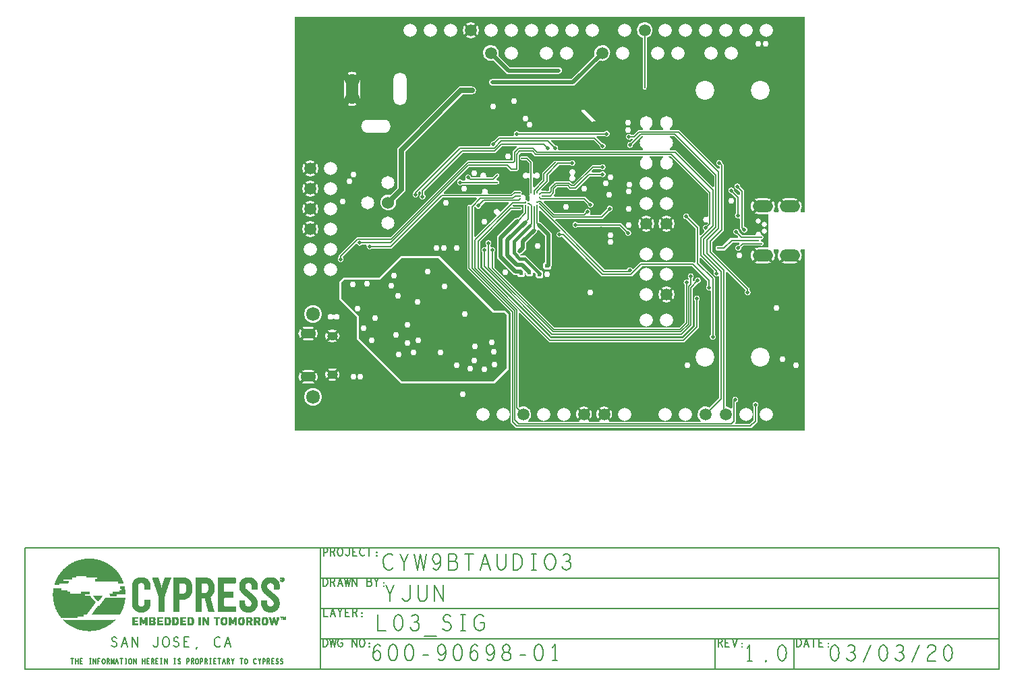
<source format=gbr>
G04 ================== begin FILE IDENTIFICATION RECORD ==================*
G04 Layout Name:  600-90698-01_CYW9BTAUDIO3_REV1.0.brd*
G04 Film Name:    L03*
G04 File Format:  Gerber RS274X*
G04 File Origin:  Cadence Allegro 16.6-2015-S077*
G04 Origin Date:  Tue Mar 03 09:00:00 2020*
G04 *
G04 Layer:  VIA CLASS/L03_SIG*
G04 Layer:  PIN/L03_SIG*
G04 Layer:  ETCH/L03_SIG*
G04 Layer:  DRAWING FORMAT/FAB_FILM*
G04 *
G04 Offset:    (0.00 0.00)*
G04 Mirror:    No*
G04 Mode:      Positive*
G04 Rotation:  0*
G04 FullContactRelief:  No*
G04 UndefLineWidth:     0.00*
G04 ================== end FILE IDENTIFICATION RECORD ====================*
%FSLAX35Y35*MOIN*%
%IR0*IPPOS*OFA0.00000B0.00000*MIA0B0*SFA1.00000B1.00000*%
%ADD16C,.06*%
%ADD18C,.01181*%
%ADD19O,.10039X.05906*%
%ADD13C,.05906*%
%ADD10C,.06772*%
%ADD15O,.05906X.14961*%
%ADD11C,.01969*%
%ADD14O,.05315X.04134*%
%ADD17C,.00866*%
%ADD12O,.07677X.04724*%
%ADD20C,.02*%
%ADD21C,.03*%
%ADD22C,.012*%
%ADD23C,.015*%
%ADD24C,.025*%
%ADD25C,.005*%
%ADD26C,.006*%
%ADD27C,.007*%
%ADD28C,.008*%
%ADD29C,.00135*%
%ADD30C,.03008*%
%ADD33C,.02614*%
%ADD35C,.06504*%
%ADD31C,.0654*%
%ADD34C,.0791*%
%ADD37O,.0654X.16186*%
%ADD32C,.09294*%
%ADD36C,.08776*%
G75*
%LPD*%
G75*
G36*
G01X251674Y113921D02*
G03X248446Y120160I-3228J2284D01*
G01X244312D01*
G03X241084Y113921I0J-3955D01*
G02X240758Y113290I-327J-231D01*
G01X238772D01*
G02X238446Y113921I1J400D01*
G03X235218Y120160I-3228J2284D01*
G01X231084D01*
G03Y112250I1J-3955D01*
G01X235218D01*
G03X235556Y112265I-6J3955D01*
G02X235990Y111867I34J-398D01*
G01Y96133D01*
G02X235556Y95735I-400J0D01*
G03X235218Y95750I-344J-3940D01*
G01X231084D01*
G03Y87840I1J-3955D01*
G01X235218D01*
G03X238397Y94147I0J3955D01*
G02X238718Y94784I322J237D01*
G01X240812D01*
G02X241133Y94147I-1J-400D01*
G03X244312Y87840I3179J-2352D01*
G01X248446D01*
G03X251625Y94147I0J3955D01*
G02X251946Y94784I322J237D01*
G01X253074D01*
Y94813D01*
X253901D01*
Y5262D01*
X2004D01*
Y210046D01*
X253901D01*
Y113174D01*
X253074D01*
Y113290D01*
X252000D01*
G02X251674Y113921I1J400D01*
G37*
%LPC*%
G75*
G36*
G01X143763Y164048D02*
X144106D01*
X144306Y163848D01*
X144447Y163990D01*
G02X144588Y164048I141J-142D01*
G01X145106D01*
X150789Y158365D01*
X150526Y158102D01*
X150388Y158204D01*
G03X150064Y158386I-889J-1203D01*
G03X149559Y158200I-150J-371D01*
G02X149161Y157987I-355J185D01*
G03X148942Y157995I-164J-1487D01*
G01X148854Y157991D01*
X143480Y163366D01*
G02X143763Y164048I283J282D01*
G37*
G36*
G01X152451Y188271D02*
X139979Y175798D01*
X99500D01*
G02Y179202I0J1702D01*
G01X138569D01*
X150045Y190677D01*
X150008Y190793D01*
G02X152567Y188234I3766J1207D01*
G01X152451Y188271D01*
G37*
G36*
G01X20686Y62427D02*
G03X21316I315J247D01*
G02X21315Y60574I1184J-927D01*
G03X20685I-315J-247D01*
G02X20686Y62427I-1184J927D01*
G37*
G36*
G01X232328Y98997D02*
G03X232508Y98798I200J0D01*
G02X231889Y96726I-105J-1097D01*
G01X231845Y96750D01*
X223595D01*
X222491Y95646D01*
X222495Y95558D01*
G02X221058Y96995I-1495J-58D01*
G01X221146Y96991D01*
X221648Y97494D01*
G03X221365Y98176I-283J282D01*
G01X218219D01*
X214391Y94348D01*
X210396D01*
X209854Y94891D01*
Y96349D01*
X210186Y96682D01*
X213005D01*
X216425Y100102D01*
X216455D01*
X216880Y100526D01*
X220662D01*
G03X220945Y101209I0J400D01*
G01X220146Y102009D01*
X220058Y102005D01*
G02X221495Y103442I-58J1495D01*
G01X221491Y103354D01*
X223044Y101802D01*
X229211D01*
G03X229607Y102254I0J400D01*
G02X232208Y102358I1296J171D01*
G03X232553Y101942I399J-20D01*
G02X232508Y99753I-150J-1092D01*
G03X232328Y99554I20J-199D01*
G01Y98997D01*
G37*
G36*
G01X223752Y124094D02*
Y106389D01*
G03X224120Y105991I400J1D01*
G02X222505Y104558I-120J-1491D01*
G01X222509Y104646D01*
X221848Y105306D01*
Y109819D01*
G03X221312Y110194I-400J-1D01*
G02X219848Y112754I-512J1406D01*
G01Y120306D01*
X217646Y122509D01*
X217558Y122505D01*
G02X218995Y123942I-58J1495D01*
G01X218991Y123854D01*
X221166Y121680D01*
G03X221848Y121963I282J283D01*
G01Y123306D01*
X220646Y124509D01*
X220558Y124505D01*
G02X221995Y125942I-58J1495D01*
G01X221991Y125854D01*
X223752Y124094D01*
G37*
G36*
G01X48982Y121920D02*
X49092Y121892D01*
X52548Y125348D01*
Y144808D01*
X83192Y175452D01*
X89500D01*
G02Y171548I0J-1952D01*
G01X84808D01*
X56452Y143192D01*
Y123732D01*
X51852Y119132D01*
X51880Y119022D01*
G02X48982Y121920I-3880J-982D01*
G37*
G36*
G01X102500Y190793D02*
X102463Y190677D01*
X108112Y185028D01*
X132327D01*
G02Y181626I0J-1701D01*
G01X106702D01*
X100057Y188271D01*
X99941Y188234D01*
G02X102500Y190793I-1207J3766D01*
G37*
G36*
G01X26085Y81002D02*
X43585D01*
X54085Y91502D01*
X73415D01*
X100415Y64502D01*
X105915D01*
X107502Y62915D01*
Y35585D01*
X100415Y28498D01*
X54598D01*
X32498Y50598D01*
Y61585D01*
X23998Y70085D01*
Y78915D01*
X26085Y81002D01*
G37*
G36*
G01X6978Y35136D02*
X9932D01*
G02Y28408I-1J-3364D01*
G01X6978D01*
G02Y35136I1J3364D01*
G37*
G36*
G01Y56592D02*
X9932D01*
G02Y49864I-1J-3364D01*
G01X6978D01*
G02Y56592I1J3364D01*
G37*
G36*
G01X19793Y36022D02*
X20975D01*
G02Y29884I-1J-3069D01*
G01X19793D01*
G02Y36022I1J3069D01*
G37*
G36*
G01Y55116D02*
X20975D01*
G02Y48978I-1J-3069D01*
G01X19793D01*
G02Y55116I1J3069D01*
G37*
G36*
G01X37893Y159038D02*
X45965D01*
G02Y152498I0J-3270D01*
G01X37893D01*
G02Y159038I0J3270D01*
G37*
G36*
G01X26164Y169744D02*
Y178800D01*
G02X34072I3954J0D01*
G01Y169744D01*
G02X26164I-3954J0D01*
G37*
G36*
G01X211848Y135711D02*
G03X211480Y136109I-400J-1D01*
G02X213095Y137542I120J1491D01*
G01X213091Y137454D01*
X213752Y136794D01*
Y104006D01*
X208152Y98406D01*
Y93994D01*
X226247Y75899D01*
G02X226299Y75847I-647J-699D01*
G01X226552Y75594D01*
Y74754D01*
G02X224530Y74645I-952J-1154D01*
G01X224648Y74767D01*
Y74806D01*
X215634Y83820D01*
G03X214951Y83537I-283J-283D01*
G01Y17221D01*
X215131Y17203D01*
G02X217381Y16207I-397J-3935D01*
G03X218048Y16504I267J297D01*
G01Y20137D01*
X218043Y20160D01*
Y20161D01*
G02X220075Y19119I1457J339D01*
G01X219952Y19068D01*
Y9606D01*
X219480Y9134D01*
G03X219763Y8452I283J-282D01*
G01X226606D01*
X228548Y10394D01*
Y16846D01*
G02X230452I952J1154D01*
G01Y9606D01*
X227394Y6548D01*
X111106D01*
X108548Y9106D01*
Y63606D01*
X87048Y85106D01*
Y116000D01*
G02X88618Y116724I952J0D01*
G03X88889Y116735I130J152D01*
G01X91920Y119766D01*
G03X91637Y120448I-283J282D01*
G01X74794D01*
X49694Y95348D01*
X39954D01*
G02X37346Y96654I-1154J952D01*
G03X36958Y97148I-388J94D01*
G01X35154D01*
G02X32627Y97507I-1154J952D01*
G03X31977Y97631I-367J-159D01*
G01X25486Y91141D01*
X25613Y91000D01*
G02X23548Y91154I-1113J-1000D01*
G01Y91894D01*
X32606Y100952D01*
X49106D01*
X87106Y138952D01*
X109548D01*
Y143394D01*
X111520Y145366D01*
G03X111237Y146048I-283J282D01*
G01X104394D01*
X100894Y142548D01*
X84894D01*
X65951Y123606D01*
Y122154D01*
G02X64048I-952J-1154D01*
G01Y123237D01*
G03X63366Y123520I-400J0D01*
G01X62717Y122871D01*
G02X60484Y123098I-1217J-871D01*
G01X60548Y123158D01*
Y123394D01*
X83106Y145952D01*
X98219D01*
G03X98594Y146488I-1J400D01*
G02X100058Y148495I1406J512D01*
G01X100146Y148491D01*
X102606Y150952D01*
X109719D01*
G03X110094Y151488I-1J400D01*
G02X112654Y152952I1406J512D01*
G01X154846D01*
G02Y151048I1154J-952D01*
G01X151263D01*
G03X150980Y150366I0J-400D01*
G01X153854Y147491D01*
X153942Y147495D01*
G02X152505Y146058I58J-1495D01*
G01X152509Y146146D01*
X149606Y149048D01*
X128763D01*
G03X128480Y148366I0J-400D01*
G01X130354Y146491D01*
X130442Y146495D01*
G02X131906Y144488I58J-1495D01*
G03X132281Y143952I376J-136D01*
G01X173651D01*
G03X173855Y144696I0J400D01*
G02X173825Y150306I1665J2814D01*
G03X173618Y151048I-207J342D01*
G01X173394D01*
X168991Y146646D01*
X168995Y146558D01*
G02X167558Y147995I-1495J-58D01*
G01X167646Y147991D01*
X168861Y149207D01*
G03X168719Y149548I-142J141D01*
G01X168154D01*
G02Y151452I-1154J952D01*
G01X169106D01*
X171606Y153952D01*
X173651D01*
G03X173855Y154696I0J400D01*
G02X177185I1665J2814D01*
G03X177389Y153952I204J-344D01*
G01X183651D01*
G03X183855Y154696I0J400D01*
G02X187185I1665J2814D01*
G03X187389Y153952I204J-344D01*
G01X191894D01*
X211166Y134680D01*
G03X211848Y134963I282J283D01*
G01Y135711D01*
G37*
G36*
G01X173782Y174734D02*
Y199426D01*
X173638Y199468D01*
G02X175830I1096J3800D01*
G01X175686Y199426D01*
Y174734D01*
G02X173782I-952J0D01*
G37*
G54D30*
X118000Y156500D03*
X231000Y196500D03*
X234500D03*
X249673Y37673D03*
X240000Y66000D03*
X242800Y40500D03*
X217673Y119000D03*
X221500Y92000D03*
X166500Y154000D03*
Y157510D03*
X110227Y168327D03*
X116000Y159500D03*
X100000Y165600D03*
X107327Y141000D03*
X76500Y118000D03*
X82000Y95500D03*
X85000Y23260D03*
X72000Y95500D03*
X75500D03*
X31000Y132000D03*
X29000Y128500D03*
X34306Y31812D03*
X30816Y31784D03*
X25500Y118500D03*
G54D33*
X233903Y107150D03*
X231000Y108724D03*
X234000Y104000D03*
G54D35*
X48000Y128040D03*
Y108040D03*
X38000Y118040D03*
G54D31*
X58734Y203268D03*
X234734D03*
X224734D03*
X234734Y13268D03*
X214734Y203268D03*
X217574Y192000D03*
X224734Y13268D03*
X204734Y203268D03*
X207574Y192000D03*
X194734Y203268D03*
X184734D03*
X191274Y192000D03*
X181274D03*
X164734Y203268D03*
X148734D03*
X163774Y192000D03*
X138734Y203268D03*
X136274Y192000D03*
X128734Y203268D03*
X118734D03*
X126274Y192000D03*
X108734Y203268D03*
X98734D03*
X108734Y192000D03*
X104734Y13268D03*
X94734D03*
X78734Y203268D03*
X19480Y134989D03*
Y124989D03*
Y114989D03*
Y104989D03*
Y94989D03*
Y84989D03*
X9480Y94989D03*
Y84989D03*
X68734Y203268D03*
G54D34*
X88734D03*
X9480Y134989D03*
Y124989D03*
Y114989D03*
Y104989D03*
G54D37*
X53740Y174272D03*
G54D32*
X232000Y173500D03*
Y41500D03*
X204440Y173500D03*
G54D36*
X10817Y62972D03*
Y22028D03*
%LPD*%
G75*
G36*
G01X73000Y90500D02*
X100000Y63500D01*
X105500D01*
X106500Y62500D01*
Y36000D01*
X100000Y29500D01*
X55013D01*
X33500Y51013D01*
Y62000D01*
X25000Y70500D01*
Y78500D01*
X26500Y80000D01*
X44000D01*
X54500Y90500D01*
X73000D01*
G37*
G36*
G01X91134Y100980D02*
G02X90452Y101263I-282J283D01*
G01Y115606D01*
X90641Y115796D01*
G02X91278Y115700I283J-283D01*
G03X94095Y116458I1322J700D01*
G01X94091Y116546D01*
X95694Y118148D01*
X107337D01*
G02X107620Y117466I0J-400D01*
G01X103664Y113510D01*
G02X102986Y113731I-283J283D01*
G03X101269Y112014I-1486J-231D01*
G02X101490Y111336I-62J-395D01*
G01X91134Y100980D01*
G37*
G36*
G01X155018Y84952D02*
X130604Y109366D01*
G02X130887Y110048I283J282D01*
G01X153894D01*
X157354Y113509D01*
X157442Y113505D01*
G03X156005Y114942I58J1495D01*
G01X156009Y114854D01*
X153106Y111952D01*
X148009D01*
G02X147690Y112594I-1J400D01*
G03X145005Y113442I-1190J906D01*
G01X145009Y113354D01*
X144606Y112952D01*
X130294D01*
X124880Y118366D01*
G02X125163Y119048I283J282D01*
G01X144606D01*
X146509Y117146D01*
X146505Y117058D01*
G03X147942Y118495I1495J-58D01*
G01X147854Y118491D01*
X145394Y120952D01*
X130063D01*
G02X129780Y121634I0J400D01*
G01X130552Y122406D01*
Y124406D01*
X131594Y125448D01*
X136406D01*
X137606Y124248D01*
X140794D01*
X147594Y131048D01*
X152846D01*
G03Y132952I1154J952D01*
G01X148863D01*
G02X148580Y133634I0J400D01*
G01X149594Y134648D01*
X152846D01*
G03Y136552I1154J952D01*
G01X148806D01*
X139606Y127352D01*
X138794D01*
X137694Y128452D01*
X130306D01*
X127548Y125694D01*
Y123894D01*
X127406Y123752D01*
X123863D01*
G02X123580Y124434I0J400D01*
G01X127352Y128206D01*
Y131506D01*
X132394Y136548D01*
X137846D01*
G03Y138452I1154J952D01*
G01X131606D01*
X131549Y138394D01*
G02X131250Y138413I-141J142D01*
G03X129827Y138500I-750J-586D01*
G01X124048Y132721D01*
Y129194D01*
X120317Y125463D01*
G02X119634Y125746I-283J283D01*
G01Y130112D01*
G02X120342Y130367I400J0D01*
G03Y132287I1158J960D01*
G02X119634Y132542I-308J255D01*
G01Y138211D01*
X116894Y140952D01*
X114000D01*
G03Y139048I0J-952D01*
G01X116106D01*
X117732Y137423D01*
Y132688D01*
G02X117052Y132402I-400J0D01*
G03Y130252I-1052J-1075D01*
G02X117732Y129966I280J-286D01*
G01Y122937D01*
G03X117932Y122353I951J-1D01*
G02X117919Y122092I-158J-123D01*
G03X117859Y120700I764J-730D01*
G02Y120449I-156J-126D01*
G03X117830Y119163I824J-662D01*
G02X117507Y118526I-323J-237D01*
G01X117317D01*
G03X117180Y118518I-4J-1101D01*
G02X116971Y118639I-25J199D01*
G03X116033Y119312I-1016J-426D01*
G02X115716Y119914I28J399D01*
G03X114081Y121779I-1127J661D01*
G03X113920Y122013I-856J-416D01*
G02Y122286I146J136D01*
G03X113226Y123888I-694J651D01*
G01X110042D01*
X108505Y122352D01*
X97551D01*
G02X97183Y122909I0J400D01*
G03X94417I-1383J591D01*
G02X94049Y122352I-368J-157D01*
G01X75663D01*
G02X75380Y123034I0J400D01*
G01X87894Y135548D01*
X106606D01*
X108606Y133548D01*
X111300D01*
G03X111973Y133827I0J951D01*
G01X112452Y134306D01*
Y141606D01*
X113394Y142548D01*
X119006D01*
X120606Y140948D01*
X173462D01*
G02X173686Y140217I0J-400D01*
G03X177354I1834J-2707D01*
G02X177578Y140948I224J331D01*
G01X183462D01*
G02X183686Y140217I0J-400D01*
G03X186694Y140562I1834J-2707D01*
G01X186566Y140611D01*
Y140948D01*
X187506D01*
X206048Y122406D01*
Y111290D01*
G02X205512Y110914I-400J0D01*
G03X205749Y108196I-512J-1414D01*
G02X206048Y108022I99J-174D01*
G01Y107894D01*
X205146Y106991D01*
X205058Y106995D01*
G03X204200Y104236I-58J-1495D01*
G02X204269Y103615I-214J-338D01*
G01X202434Y101780D01*
G02X201752Y102063I-282J283D01*
G01Y105994D01*
X196691Y111054D01*
X196695Y111142D01*
G03X195258Y109705I-1495J58D01*
G01X195346Y109709D01*
X199848Y105206D01*
Y88463D01*
G02X199166Y88180I-400J0D01*
G01X198894Y88452D01*
X172606D01*
X169355Y85201D01*
G02X168718Y85300I-282J283D01*
G03X165972Y85088I-1328J-690D01*
G01X165926Y84952D01*
X155018D01*
G37*
G36*
G01X117435Y9452D02*
G02X117187Y10165I0J400D01*
G03X112822Y16730I-2452J3103D01*
G01X112690Y16657D01*
X112452Y16896D01*
Y63237D01*
G02X113134Y63520I400J0D01*
G01X127606Y49048D01*
X194394D01*
X201452Y56106D01*
Y69346D01*
G03X199548I-952J1154D01*
G01Y56894D01*
X193606Y50952D01*
X128394D01*
X93452Y85894D01*
Y98606D01*
X108957Y114112D01*
X113226D01*
G03Y116014I0J951D01*
G01X109826D01*
G02X109543Y116697I0J400D01*
G01X109894Y117048D01*
X114554D01*
G02X114954Y116646I0J-400D01*
G03X114991Y116366I1001J-10D01*
G01X114998Y116340D01*
Y113356D01*
X112217Y110575D01*
X112119Y110587D01*
G03X110697Y110103I-219J-1687D01*
G01X101698Y101105D01*
Y90595D01*
X110095Y82198D01*
X111898D01*
Y81985D01*
X112585Y81298D01*
X114815D01*
X115502Y81985D01*
Y83009D01*
G02X115843Y83151I200J0D01*
G01X115998Y82995D01*
Y82085D01*
X116685Y81398D01*
X118915D01*
X119602Y82085D01*
Y83080D01*
G02X120284Y83363I400J0D01*
G01X120998Y82649D01*
Y81185D01*
X121685Y80498D01*
X123915D01*
X124602Y81185D01*
Y83815D01*
X123915Y84502D01*
X123251D01*
X116001Y91752D01*
X113601D01*
X113220Y92133D01*
X113390Y92304D01*
X113429Y92319D01*
G03X114003Y92697I-629J1581D01*
G01X116152Y94845D01*
Y98045D01*
X121248Y103142D01*
G03X121742Y104217I-1203J1204D01*
G02X122423Y104470I399J-30D01*
G01X125398Y101495D01*
Y88715D01*
X124598Y87915D01*
Y85885D01*
X125485Y84998D01*
X127915D01*
X128602Y85685D01*
Y86198D01*
X128623Y86240D01*
G03X128802Y87000I-1524J760D01*
G01Y102905D01*
X123653Y108053D01*
G03X122685Y108535I-1203J-1203D01*
G01X122512Y108559D01*
Y113800D01*
G02X123195Y114083I400J0D01*
G01X133003Y104275D01*
G02X132695Y103593I-283J-283D01*
G03X133698Y101084I-95J-1493D01*
G01X133758Y101148D01*
X134006D01*
X153606Y81548D01*
X168394D01*
X173394Y86548D01*
X198106D01*
X205548Y79106D01*
Y77154D01*
G03X206933Y74568I952J-1154D01*
G02X207448Y74185I115J-383D01*
G01Y52754D01*
G03X209352I952J-1154D01*
G01Y80794D01*
X201752Y88394D01*
Y90437D01*
G02X202434Y90720I400J0D01*
G01X209155Y84000D01*
X209057Y83862D01*
G03X210965Y81670I1223J-862D01*
G02X211548Y81315I183J-355D01*
G01Y21428D01*
X206778Y16657D01*
X206646Y16730D01*
G03X202281Y10165I-1913J-3462D01*
G02X202033Y9452I-248J-313D01*
G01X157435D01*
G02X157187Y10165I0J400D01*
G03X152281I-2453J3103D01*
G02X152033Y9452I-248J-313D01*
G01X147435D01*
G02X147187Y10165I0J400D01*
G03X142281I-2453J3103D01*
G02X142033Y9452I-248J-313D01*
G01X117435D01*
G37*
G36*
G01X117300Y84400D02*
X118500D01*
X118600Y84300D01*
Y82500D01*
X118500Y82400D01*
X117100D01*
X117000Y82500D01*
Y84100D01*
X117300Y84400D01*
G37*
G36*
G01X113200Y84300D02*
X114400D01*
X114500Y84200D01*
Y82400D01*
X114400Y82300D01*
X113000D01*
X112900Y82400D01*
Y84000D01*
X113200Y84300D01*
G37*
G36*
G01X125600Y86300D02*
Y87500D01*
X125700Y87600D01*
X127500D01*
X127600Y87500D01*
Y86100D01*
X127500Y86000D01*
X125900D01*
X125600Y86300D01*
G37*
G36*
G01X122300Y83500D02*
X123500D01*
X123600Y83400D01*
Y81600D01*
X123500Y81500D01*
X122100D01*
X122000Y81600D01*
Y83200D01*
X122300Y83500D01*
G37*
G36*
G01X209048Y125963D02*
G02X208366Y125680I-400J0D01*
G01X190094Y143952D01*
X187389D01*
G02X187185Y144696I0J400D01*
G03X187215Y150306I-1665J2814D01*
G02X187422Y151048I207J342D01*
G01X189106D01*
X209048Y131106D01*
Y125963D01*
G37*
%LPC*%
G75*
G36*
G01X139926Y131815D02*
G03Y131185I247J-315D01*
G02X138074I-926J-1185D01*
G03Y131815I-247J315D01*
G02X139926I926J1185D01*
G37*
G36*
G01X101973Y127048D02*
X84654D01*
G02Y128952I-1154J952D01*
G01X85920D01*
G03X86254Y129573I1J400D01*
G02X88979Y130622I1246J828D01*
G01X89005Y130452D01*
X93210D01*
G03X93586Y130988I0J400D01*
G02X96414I1414J512D01*
G03X96790Y130452I376J-136D01*
G01X99579D01*
X101300Y132173D01*
G02X102646Y130827I673J-673D01*
G01X101453Y129634D01*
G03X101736Y128952I283J-282D01*
G01X101973D01*
G02Y127048I0J-952D01*
G37*
G36*
G01X162994Y107952D02*
X166454Y104491D01*
X166542Y104495D01*
G02X165105Y103058I58J-1495D01*
G01X165109Y103146D01*
X162206Y106048D01*
X141654D01*
G02Y107952I-1154J952D01*
G01X162994D01*
G37*
G36*
G01X100452Y93346D02*
Y85894D01*
X130274Y56072D01*
X191726D01*
X194548Y58894D01*
Y77346D01*
G02X196248Y79795I953J1153D01*
G03X196548Y79968I100J173D01*
G01Y80346D01*
G02X198452I952J1154D01*
G01Y79263D01*
G03X199134Y78980I400J0D01*
G01X199509Y79354D01*
X199505Y79442D01*
G02X200942Y78005I1495J58D01*
G01X200854Y78009D01*
X198452Y75606D01*
Y57106D01*
X193394Y52048D01*
X128606D01*
X94548Y86106D01*
Y93346D01*
G02X96012Y95906I952J1154D01*
G03X96548Y96282I136J376D01*
G01Y96846D01*
G02X98452I952J1154D01*
G01Y96282D01*
G03X98988Y95906I400J0D01*
G02X100452Y93346I512J-1406D01*
G37*
G54D30*
X100500Y38000D03*
X95500Y35500D03*
X86000Y63000D03*
X91001Y47001D03*
X82001Y37501D03*
X90500Y40000D03*
X88501Y36001D03*
X67501Y84001D03*
X62549Y68951D03*
X76000Y76500D03*
X63000Y50000D03*
X74000Y44000D03*
X60501Y44001D03*
X51000Y82000D03*
X49500Y77000D03*
X53001Y72001D03*
X57501Y48501D03*
X52001Y52501D03*
X57500Y57500D03*
X53332Y42847D03*
X37500Y78000D03*
X30501Y77501D03*
X33000Y65500D03*
X40000Y50000D03*
X41500Y61000D03*
X36001Y56001D03*
X99200Y48800D03*
X100327Y44173D03*
X95500Y108500D03*
X85500Y125000D03*
X90500Y132700D03*
X136000Y116000D03*
X158000Y102000D03*
Y98500D03*
X157200Y122000D03*
X155500Y127500D03*
X144800Y125000D03*
X158000Y130500D03*
X167000Y107000D03*
X167200Y127000D03*
X166800Y123500D03*
X167000Y115000D03*
X106000Y83500D03*
X126673Y82500D03*
X122000Y96673D03*
X148000Y73500D03*
X196000Y37500D03*
G54D31*
X175500Y92500D03*
X175520Y127510D03*
Y117510D03*
X185500Y92500D03*
X185520Y127510D03*
Y117510D03*
X124734Y13268D03*
X134734D03*
X164734D03*
X175500Y60000D03*
Y72500D03*
Y82500D03*
X194734Y13268D03*
X184734D03*
X185500Y60000D03*
Y82500D03*
G54D34*
X175520Y107510D03*
X185520D03*
X185500Y72500D03*
G54D32*
X204440Y41500D03*
%LPD*%
G75*
G54D10*
X10817Y22028D03*
Y62972D03*
G54D20*
G01X117500Y83900D02*
X114100Y87300D01*
X111600D01*
X107000Y91900D01*
Y99499D01*
X115801Y108300D01*
G01X111900Y108900D02*
X103400Y100400D01*
Y91300D01*
X110800Y83900D01*
X113500D01*
G01X99500Y177500D02*
X139274D01*
X153774Y192000D01*
G01X132327Y183327D02*
X107407D01*
X98734Y192000D01*
G01X120045Y104345D02*
X114450Y98750D01*
Y95550D01*
X112800Y93900D01*
G01X122450Y106850D02*
X127100Y102200D01*
Y87000D01*
G54D11*
X4001Y17001D03*
X3001Y150001D03*
Y159001D03*
Y168501D03*
Y177001D03*
Y186001D03*
Y195501D03*
X23500Y7500D03*
X14501Y7501D03*
X23000Y17000D03*
X14001Y17001D03*
X14501Y39001D03*
Y43001D03*
X25501Y37001D03*
Y40501D03*
X14501Y47001D03*
X22501Y76001D03*
X19001D03*
X16001Y73501D03*
Y70501D03*
X24500Y90000D03*
X23500Y110000D03*
X13001Y150001D03*
X22000Y150000D03*
X13001Y159001D03*
X22000Y159000D03*
X13001Y168501D03*
X22000Y168500D03*
Y177000D03*
X13001Y177001D03*
X22000Y186000D03*
X13001Y186001D03*
X22000Y195500D03*
X13001Y195501D03*
X17001Y209001D03*
X41001Y6501D03*
X30001Y21501D03*
X40001D03*
X26501Y33501D03*
X39501Y33001D03*
Y38501D03*
X36001Y30001D03*
X29001D03*
X36100Y33600D03*
X29100Y33900D03*
X27500Y47000D03*
X31000Y50500D03*
X27323Y75823D03*
X33827Y77500D03*
X41001Y84501D03*
X28500Y82000D03*
X35500Y90500D03*
Y95500D03*
X38800Y96300D03*
X34500Y103500D03*
X34000Y107500D03*
X34500Y111000D03*
X34000Y98100D03*
X38500Y124000D03*
X36500Y137500D03*
X33001Y138001D03*
X36000Y209000D03*
X27001Y209001D03*
X52501Y6501D03*
X46501Y11001D03*
X48400Y18400D03*
X44670Y36155D03*
X52500Y78500D03*
X50501Y91501D03*
X56500Y99000D03*
Y113500D03*
X45001Y140501D03*
X58001Y140001D03*
X45501Y209001D03*
X55501D03*
X65001Y6501D03*
X75001D03*
X74501Y23001D03*
X62501Y16001D03*
X72501D03*
X60500Y37327D03*
X68001Y95501D03*
X64500Y89000D03*
X67001Y109501D03*
X69501Y112001D03*
X67000Y109500D03*
X73001Y104501D03*
X67501Y121501D03*
X61500Y122000D03*
X65000Y121000D03*
X64500Y209000D03*
X75001Y209001D03*
X84000Y6500D03*
X88501Y23001D03*
X81500Y16000D03*
X80000Y34000D03*
X85327Y43673D03*
X91000Y76500D03*
X84501Y95001D03*
X82501Y85501D03*
X79001Y105001D03*
X82501Y104001D03*
X82001Y112501D03*
X85500Y109000D03*
X83500Y128000D03*
X92600Y116400D03*
X76501Y130501D03*
X91001Y140501D03*
X87500Y130400D03*
X91001Y150001D03*
X77000Y150500D03*
X80001Y151501D03*
X91001Y156501D03*
Y161001D03*
X82501Y180501D03*
X82000Y175500D03*
X89000Y166000D03*
X89500Y173500D03*
X81600Y196800D03*
X85001Y209001D03*
X104827Y53500D03*
X102001Y88001D03*
X99500Y94500D03*
X95500D03*
X99001Y113001D03*
X97500Y98000D03*
Y140500D03*
X94000D03*
X100000Y147000D03*
X103000Y156000D03*
X109000Y152000D03*
X93500Y163500D03*
X98001Y150001D03*
X94000Y159500D03*
X93500Y169000D03*
X104501Y171001D03*
X99500Y177500D03*
X99501Y182501D03*
X94501Y182001D03*
X94000Y209000D03*
X104001Y209001D03*
X122001Y37001D03*
X123501Y43001D03*
X119500Y55000D03*
X121201Y67601D03*
X123000Y77500D03*
X120501Y161501D03*
X111501D03*
X123501Y157501D03*
X114000Y156000D03*
X111500Y152000D03*
X124001Y170001D03*
X111501Y171501D03*
X122400Y186400D03*
X123000Y209000D03*
X114001Y209001D03*
X127001Y34501D03*
X138001Y44001D03*
X139000Y57500D03*
X134000Y73500D03*
X131500Y79500D03*
X140001Y92501D03*
X135001D03*
Y85001D03*
X138500Y80000D03*
X135001Y97501D03*
X142800Y101600D03*
X138500Y103000D03*
X130001Y100501D03*
X132600Y102100D03*
X140500Y107000D03*
X138501Y116001D03*
X136001Y124501D03*
X132000Y124400D03*
X141501Y145501D03*
X132501Y147001D03*
X135500Y135000D03*
X139000Y137500D03*
X130500Y145000D03*
X127000D03*
X135500Y161500D03*
X131501Y156001D03*
X137501Y174501D03*
X132800Y170000D03*
X138501Y182501D03*
X141500Y185000D03*
X132327Y183327D03*
X133001Y209001D03*
X143001D03*
X151500Y38000D03*
X145001Y41501D03*
X160000Y77500D03*
X152801Y88801D03*
Y92401D03*
X158500Y90000D03*
X146400Y85600D03*
X160000Y80500D03*
X144500Y89000D03*
X160000Y87500D03*
X152801Y101601D03*
X153201Y105201D03*
X147000Y109000D03*
X144500Y97000D03*
X145500Y116000D03*
X158500Y118000D03*
X146500Y113500D03*
X157500Y115000D03*
X148000Y117000D03*
X146000Y146500D03*
X147000Y139500D03*
X158500Y134500D03*
X153200Y138800D03*
X154000Y146000D03*
Y132000D03*
Y135600D03*
X158001Y154501D03*
X156001Y159501D03*
X156000Y152000D03*
X156501Y180501D03*
X157501Y165501D03*
X150501Y170501D03*
X152500Y175500D03*
X152000Y209000D03*
X160501Y209001D03*
X173001Y16501D03*
X170400Y39200D03*
X163500Y43000D03*
X168801Y68801D03*
X165601Y72001D03*
X168501Y80001D03*
Y94501D03*
X161000Y95500D03*
X167390Y84610D03*
X166600Y103000D03*
X167001Y136501D03*
X167500Y146500D03*
X165001Y161001D03*
X167000Y150500D03*
X176001Y167001D03*
X172001Y175501D03*
X164000Y167200D03*
X167200Y184400D03*
X170501Y209001D03*
X182001Y22001D03*
X190001Y22501D03*
X193501Y43001D03*
Y62001D03*
Y68001D03*
X194000Y108800D03*
Y127500D03*
X191501Y135001D03*
X186501Y166001D03*
X193501Y177001D03*
X179500Y209000D03*
X190501Y209001D03*
X207001Y27501D03*
X207501Y33501D03*
X202501Y60501D03*
X201200Y50800D03*
X202000Y55200D03*
X208400Y51600D03*
X202500Y65500D03*
X210500Y73500D03*
X201500Y77000D03*
X204500Y78500D03*
X206500Y76000D03*
X195500Y78500D03*
X200500Y70500D03*
X201000Y79500D03*
X204500Y87000D03*
X199001Y84001D03*
X196000Y95500D03*
X199000Y90000D03*
X210280Y83000D03*
X197500Y81500D03*
X196501Y104501D03*
X205001Y112001D03*
X203000Y104000D03*
X195200Y111200D03*
X205000Y105500D03*
X198000Y129000D03*
X200500Y126000D03*
X209200Y140000D03*
X195501Y141501D03*
X202001Y135001D03*
X206501Y145501D03*
X208501Y159001D03*
X198000Y185600D03*
X209500Y209000D03*
X200501Y209001D03*
X223001Y28001D03*
X219500Y20500D03*
X219200Y38800D03*
X219500Y43500D03*
X218400Y34000D03*
X219000Y60000D03*
X219501Y56501D03*
X216800Y50000D03*
X219000Y64500D03*
X218800Y73600D03*
X216800Y76800D03*
X225600Y73600D03*
X228001Y83501D03*
X221001Y84501D03*
X216800Y80000D03*
X216500Y94500D03*
X221000Y95500D03*
X218501Y96501D03*
X216501Y110001D03*
X224000Y104500D03*
X220800Y111600D03*
X220000Y103500D03*
X222800Y128800D03*
X220500Y126000D03*
X217500Y124000D03*
X219001Y139501D03*
X226501Y147001D03*
X218001Y133501D03*
X211600Y137600D03*
X222500Y152500D03*
X222001Y164501D03*
X215600Y181600D03*
X219501Y209001D03*
X243001Y7001D03*
X231501Y8001D03*
X240501Y18001D03*
X242001Y13501D03*
X230000Y28750D03*
X229500Y18000D03*
X239501Y38501D03*
X244400Y46000D03*
X235000Y71000D03*
X233501Y76001D03*
X234001Y64001D03*
X236501Y80001D03*
X237501Y125001D03*
X236001Y130001D03*
X235501Y141501D03*
X240501Y150501D03*
X230001Y156001D03*
X241001Y174501D03*
X242500Y168000D03*
X229501Y209001D03*
X238500Y209000D03*
X243001Y200501D03*
X251501Y18501D03*
X252501Y44001D03*
Y51501D03*
Y56501D03*
X252500Y62500D03*
X252000Y67500D03*
X246500Y63500D03*
X247001Y75001D03*
X247501Y82001D03*
X249501Y124501D03*
Y133501D03*
X251501Y150501D03*
X251001Y168501D03*
X250001Y184001D03*
X250501Y193501D03*
G54D21*
G01X25963Y165589D02*
X30118Y174272D01*
G01X25963Y182955D02*
X30118Y174272D01*
G01D02*
X34273Y182955D01*
G01X30118Y174272D02*
X34273Y165589D01*
G54D12*
X8455Y31772D03*
Y53228D03*
G54D22*
G01X3414Y28208D02*
X8455Y31772D01*
G01X3414Y35336D02*
X8455Y31772D01*
G01X3414Y49664D02*
X8455Y53228D01*
G01X3414Y56792D02*
X8455Y53228D01*
G01X6342Y111851D02*
X9480Y114989D01*
G01X6342Y101851D02*
X9480Y104989D01*
G01X6342Y108127D02*
X9480Y104989D01*
G01X6342Y121851D02*
X9480Y124989D01*
G01X6342Y128127D02*
X9480Y124989D01*
G01X6342Y118127D02*
X9480Y114989D01*
G01X6342Y131851D02*
X9480Y134989D01*
G01X6342Y138127D02*
X9480Y134989D01*
G01X8455Y31772D02*
X13496Y28208D01*
G01X16524Y29684D02*
X20384Y32953D01*
G01D02*
X24244Y36222D01*
G01X16524D02*
X20384Y32953D01*
G01D02*
X24244Y29684D01*
G01X8455Y31772D02*
X13496Y35336D01*
G01X16524Y48778D02*
X20384Y52047D01*
G01D02*
X24244Y55316D01*
G01X16524D02*
X20384Y52047D01*
G01D02*
X24244Y48778D01*
G01X8455Y53228D02*
X13496Y56792D01*
G01X8455Y53228D02*
X13496Y49664D01*
G01X9480Y114989D02*
X12618Y111851D01*
G01X9480Y104989D02*
X12618Y108127D01*
G01X9480Y104989D02*
X12618Y101851D01*
G01X9480Y124989D02*
X12618Y128127D01*
G01X9480Y124989D02*
X12618Y121851D01*
G01X9480Y114989D02*
X12618Y118127D01*
G01X9480Y134989D02*
X12618Y138127D01*
G01X9480Y134989D02*
X12618Y131851D01*
G01X85596Y200130D02*
X88734Y203268D01*
G01D02*
X91872Y206406D01*
G01X85596D02*
X88734Y203268D01*
G01D02*
X91872Y200130D01*
G01X141596Y10130D02*
X144734Y13268D01*
G01X141596Y16406D02*
X144734Y13268D01*
G01X151596Y10130D02*
X154734Y13268D01*
G01D02*
X157872Y10130D01*
G01X144734Y13268D02*
X147872Y10130D01*
G01X154734Y13268D02*
X157872Y16406D01*
G01X151596D02*
X154734Y13268D01*
G01X144734D02*
X147872Y16406D01*
G01X172382Y104372D02*
X175520Y107510D01*
G01D02*
X178658Y110648D01*
G01X172382D02*
X175520Y107510D01*
G01D02*
X178658Y104372D01*
G01X182362Y69362D02*
X185500Y72500D01*
G01D02*
X188638Y75638D01*
G01X182362D02*
X185500Y72500D01*
G01D02*
X188638Y69362D01*
G01X182382Y104372D02*
X185520Y107510D01*
G01D02*
X188658Y110648D01*
G01X182382D02*
X185520Y107510D01*
G01D02*
X188658Y104372D01*
G01X226929Y87640D02*
X233151Y91795D01*
G01X226929Y112050D02*
X233151Y116205D01*
G01X226929Y95950D02*
X233151Y91795D01*
G01X226929Y120360D02*
X233151Y116205D01*
G01X240157Y87640D02*
X246379Y91795D01*
G01X233151D02*
X239373Y87640D01*
G01X240157Y120360D02*
X246379Y116205D01*
G01X233151D02*
X239373Y120360D01*
G01X246379Y91795D02*
X252601Y87640D01*
G01X246379Y116205D02*
X252601Y120360D01*
G54D13*
X9480Y104989D03*
Y114989D03*
Y124989D03*
Y134989D03*
X88734Y203268D03*
X98734Y192000D03*
X114734Y13268D03*
X144734D03*
X154734D03*
X153774Y192000D03*
X175520Y107510D03*
X174734Y203268D03*
X185500Y72500D03*
X185520Y107510D03*
X204734Y13268D03*
X214734D03*
G54D23*
G01X117800Y106600D02*
X110200Y99000D01*
Y93100D01*
X113000Y90300D01*
X115400D01*
X122700Y83000D01*
G54D14*
X20384Y32953D03*
Y52047D03*
G54D24*
G01X48000Y118040D02*
X54500Y124540D01*
Y144000D01*
X84000Y173500D01*
X89500D01*
G54D15*
X30118Y174272D03*
G54D25*
G01X-108044Y-107585D02*
Y-110085D01*
G01X-108657Y-107585D02*
X-107431D01*
G01X-106404Y-110085D02*
Y-107585D01*
G01X-105284D02*
Y-110085D01*
G01Y-108835D02*
X-106404D01*
G01X-103111Y-110085D02*
X-104177D01*
Y-107585D01*
X-103111D01*
G01X-103537Y-108793D02*
X-104177D01*
G01X-99564Y-107585D02*
X-98924D01*
G01X-99244D02*
Y-110085D01*
G01X-99564D02*
X-98924D01*
G01X-97657D02*
Y-107585D01*
X-96431Y-110085D01*
Y-107585D01*
G01X-95351Y-110085D02*
Y-107585D01*
X-94337D01*
G01X-94711Y-108793D02*
X-95351D01*
G01X-92644Y-110085D02*
X-92857Y-110043D01*
X-93044Y-109877D01*
X-93204Y-109627D01*
X-93311Y-109335D01*
X-93364Y-109002D01*
Y-108668D01*
X-93311Y-108335D01*
X-93204Y-108043D01*
X-93044Y-107793D01*
X-92857Y-107627D01*
X-92644Y-107585D01*
X-92431Y-107627D01*
X-92244Y-107793D01*
X-92084Y-108043D01*
X-91977Y-108335D01*
X-91924Y-108668D01*
Y-109002D01*
X-91977Y-109335D01*
X-92084Y-109627D01*
X-92244Y-109877D01*
X-92431Y-110043D01*
X-92644Y-110085D01*
G01X-90977D02*
Y-107585D01*
X-90311D01*
X-90097Y-107710D01*
X-89964Y-107877D01*
X-89911Y-108210D01*
X-89964Y-108543D01*
X-90124Y-108752D01*
X-90311Y-108877D01*
X-90977D01*
G01X-90311D02*
X-89911Y-110085D01*
G01X-88937D02*
Y-107585D01*
X-88244Y-109668D01*
X-87551Y-107585D01*
Y-110085D01*
G01X-86711D02*
X-86044Y-107585D01*
X-85377Y-110085D01*
G01X-85617Y-109210D02*
X-86471D01*
G01X-83844Y-107585D02*
Y-110085D01*
G01X-84457Y-107585D02*
X-83231D01*
G01X-81964D02*
X-81324D01*
G01X-81644D02*
Y-110085D01*
G01X-81964D02*
X-81324D01*
G01X-79444D02*
X-79657Y-110043D01*
X-79844Y-109877D01*
X-80004Y-109627D01*
X-80111Y-109335D01*
X-80164Y-109002D01*
Y-108668D01*
X-80111Y-108335D01*
X-80004Y-108043D01*
X-79844Y-107793D01*
X-79657Y-107627D01*
X-79444Y-107585D01*
X-79231Y-107627D01*
X-79044Y-107793D01*
X-78884Y-108043D01*
X-78777Y-108335D01*
X-78724Y-108668D01*
Y-109002D01*
X-78777Y-109335D01*
X-78884Y-109627D01*
X-79044Y-109877D01*
X-79231Y-110043D01*
X-79444Y-110085D01*
G01X-77857D02*
Y-107585D01*
X-76631Y-110085D01*
Y-107585D01*
G01X-73404Y-110085D02*
Y-107585D01*
G01X-72284D02*
Y-110085D01*
G01Y-108835D02*
X-73404D01*
G01X-70111Y-110085D02*
X-71177D01*
Y-107585D01*
X-70111D01*
G01X-70537Y-108793D02*
X-71177D01*
G01X-68977Y-110085D02*
Y-107585D01*
X-68311D01*
X-68097Y-107710D01*
X-67964Y-107877D01*
X-67911Y-108210D01*
X-67964Y-108543D01*
X-68124Y-108752D01*
X-68311Y-108877D01*
X-68977D01*
G01X-68311D02*
X-67911Y-110085D01*
G01X-65711D02*
X-66777D01*
Y-107585D01*
X-65711D01*
G01X-66137Y-108793D02*
X-66777D01*
G01X-64364Y-107585D02*
X-63724D01*
G01X-64044D02*
Y-110085D01*
G01X-64364D02*
X-63724D01*
G01X-62457D02*
Y-107585D01*
X-61231Y-110085D01*
Y-107585D01*
G01X-57764D02*
X-57124D01*
G01X-57444D02*
Y-110085D01*
G01X-57764D02*
X-57124D01*
G01X-55804Y-109752D02*
X-55591Y-109960D01*
X-55351Y-110085D01*
X-55137D01*
X-54924Y-109960D01*
X-54764Y-109752D01*
X-54684Y-109460D01*
X-54737Y-109168D01*
X-54871Y-108918D01*
X-55111Y-108752D01*
X-55431Y-108668D01*
X-55617Y-108502D01*
X-55697Y-108210D01*
X-55644Y-107918D01*
X-55511Y-107710D01*
X-55324Y-107585D01*
X-55137D01*
X-54951Y-107668D01*
X-54791Y-107877D01*
G01X-51377Y-110085D02*
Y-107585D01*
X-50737D01*
X-50524Y-107710D01*
X-50364Y-108002D01*
X-50311Y-108335D01*
X-50364Y-108668D01*
X-50497Y-108918D01*
X-50737Y-109043D01*
X-51377D01*
G01X-49177Y-110085D02*
Y-107585D01*
X-48511D01*
X-48297Y-107710D01*
X-48164Y-107877D01*
X-48111Y-108210D01*
X-48164Y-108543D01*
X-48324Y-108752D01*
X-48511Y-108877D01*
X-49177D01*
G01X-48511D02*
X-48111Y-110085D01*
G01X-46444D02*
X-46657Y-110043D01*
X-46844Y-109877D01*
X-47004Y-109627D01*
X-47111Y-109335D01*
X-47164Y-109002D01*
Y-108668D01*
X-47111Y-108335D01*
X-47004Y-108043D01*
X-46844Y-107793D01*
X-46657Y-107627D01*
X-46444Y-107585D01*
X-46231Y-107627D01*
X-46044Y-107793D01*
X-45884Y-108043D01*
X-45777Y-108335D01*
X-45724Y-108668D01*
Y-109002D01*
X-45777Y-109335D01*
X-45884Y-109627D01*
X-46044Y-109877D01*
X-46231Y-110043D01*
X-46444Y-110085D01*
G01X-44777D02*
Y-107585D01*
X-44137D01*
X-43924Y-107710D01*
X-43764Y-108002D01*
X-43711Y-108335D01*
X-43764Y-108668D01*
X-43897Y-108918D01*
X-44137Y-109043D01*
X-44777D01*
G01X-42577Y-110085D02*
Y-107585D01*
X-41911D01*
X-41697Y-107710D01*
X-41564Y-107877D01*
X-41511Y-108210D01*
X-41564Y-108543D01*
X-41724Y-108752D01*
X-41911Y-108877D01*
X-42577D01*
G01X-41911D02*
X-41511Y-110085D01*
G01X-40164Y-107585D02*
X-39524D01*
G01X-39844D02*
Y-110085D01*
G01X-40164D02*
X-39524D01*
G01X-37111D02*
X-38177D01*
Y-107585D01*
X-37111D01*
G01X-37537Y-108793D02*
X-38177D01*
G01X-35444Y-107585D02*
Y-110085D01*
G01X-36057Y-107585D02*
X-34831D01*
G01X-33911Y-110085D02*
X-33244Y-107585D01*
X-32577Y-110085D01*
G01X-32817Y-109210D02*
X-33671D01*
G01X-31577Y-110085D02*
Y-107585D01*
X-30911D01*
X-30697Y-107710D01*
X-30564Y-107877D01*
X-30511Y-108210D01*
X-30564Y-108543D01*
X-30724Y-108752D01*
X-30911Y-108877D01*
X-31577D01*
G01X-30911D02*
X-30511Y-110085D01*
G01X-28844D02*
Y-108960D01*
X-29377Y-107585D01*
G01X-28311D02*
X-28844Y-108960D01*
G01X-24444Y-107585D02*
Y-110085D01*
G01X-25057Y-107585D02*
X-23831D01*
G01X-22244Y-110085D02*
X-22457Y-110043D01*
X-22644Y-109877D01*
X-22804Y-109627D01*
X-22911Y-109335D01*
X-22964Y-109002D01*
Y-108668D01*
X-22911Y-108335D01*
X-22804Y-108043D01*
X-22644Y-107793D01*
X-22457Y-107627D01*
X-22244Y-107585D01*
X-22031Y-107627D01*
X-21844Y-107793D01*
X-21684Y-108043D01*
X-21577Y-108335D01*
X-21524Y-108668D01*
Y-109002D01*
X-21577Y-109335D01*
X-21684Y-109627D01*
X-21844Y-109877D01*
X-22031Y-110043D01*
X-22244Y-110085D01*
G01X-17257Y-107793D02*
X-17417Y-107668D01*
X-17604Y-107585D01*
X-17817D01*
X-18057Y-107710D01*
X-18244Y-107918D01*
X-18377Y-108168D01*
X-18484Y-108585D01*
X-18511Y-108960D01*
X-18457Y-109335D01*
X-18377Y-109585D01*
X-18217Y-109835D01*
X-18031Y-110002D01*
X-17844Y-110085D01*
X-17657D01*
X-17471Y-110002D01*
X-17311Y-109877D01*
X-17177Y-109710D01*
G01X-15644Y-110085D02*
Y-108960D01*
X-16177Y-107585D01*
G01X-15111D02*
X-15644Y-108960D01*
G01X-13977Y-110085D02*
Y-107585D01*
X-13337D01*
X-13124Y-107710D01*
X-12964Y-108002D01*
X-12911Y-108335D01*
X-12964Y-108668D01*
X-13097Y-108918D01*
X-13337Y-109043D01*
X-13977D01*
G01X-11777Y-110085D02*
Y-107585D01*
X-11111D01*
X-10897Y-107710D01*
X-10764Y-107877D01*
X-10711Y-108210D01*
X-10764Y-108543D01*
X-10924Y-108752D01*
X-11111Y-108877D01*
X-11777D01*
G01X-11111D02*
X-10711Y-110085D01*
G01X-8511D02*
X-9577D01*
Y-107585D01*
X-8511D01*
G01X-8937Y-108793D02*
X-9577D01*
G01X-7404Y-109752D02*
X-7191Y-109960D01*
X-6951Y-110085D01*
X-6737D01*
X-6524Y-109960D01*
X-6364Y-109752D01*
X-6284Y-109460D01*
X-6337Y-109168D01*
X-6471Y-108918D01*
X-6711Y-108752D01*
X-7031Y-108668D01*
X-7217Y-108502D01*
X-7297Y-108210D01*
X-7244Y-107918D01*
X-7111Y-107710D01*
X-6924Y-107585D01*
X-6737D01*
X-6551Y-107668D01*
X-6391Y-107877D01*
G01X-5204Y-109752D02*
X-4991Y-109960D01*
X-4751Y-110085D01*
X-4537D01*
X-4324Y-109960D01*
X-4164Y-109752D01*
X-4084Y-109460D01*
X-4137Y-109168D01*
X-4271Y-108918D01*
X-4511Y-108752D01*
X-4831Y-108668D01*
X-5017Y-108502D01*
X-5097Y-108210D01*
X-5044Y-107918D01*
X-4911Y-107710D01*
X-4724Y-107585D01*
X-4537D01*
X-4351Y-107668D01*
X-4191Y-107877D01*
G01X-88719Y-101151D02*
X-88212Y-101568D01*
X-87642Y-101818D01*
X-87136D01*
X-86629Y-101568D01*
X-86249Y-101151D01*
X-86059Y-100568D01*
X-86186Y-99985D01*
X-86502Y-99485D01*
X-87072Y-99151D01*
X-87832Y-98985D01*
X-88276Y-98651D01*
X-88466Y-98068D01*
X-88339Y-97485D01*
X-88022Y-97068D01*
X-87579Y-96818D01*
X-87136D01*
X-86692Y-96985D01*
X-86312Y-97401D01*
G01X-83872Y-101818D02*
X-82289Y-96818D01*
X-80706Y-101818D01*
G01X-81276Y-100068D02*
X-83302D01*
G01X-78646Y-101818D02*
Y-96818D01*
X-75732Y-101818D01*
Y-96818D01*
G01X-68256Y-100818D02*
X-67939Y-101318D01*
X-67559Y-101651D01*
X-67116Y-101818D01*
X-66609Y-101651D01*
X-66229Y-101318D01*
X-65849Y-100818D01*
X-65722Y-100151D01*
Y-96818D01*
G01X-61889Y-101818D02*
X-62396Y-101735D01*
X-62839Y-101401D01*
X-63219Y-100901D01*
X-63472Y-100318D01*
X-63599Y-99651D01*
Y-98985D01*
X-63472Y-98318D01*
X-63219Y-97735D01*
X-62839Y-97235D01*
X-62396Y-96901D01*
X-61889Y-96818D01*
X-61382Y-96901D01*
X-60939Y-97235D01*
X-60559Y-97735D01*
X-60306Y-98318D01*
X-60179Y-98985D01*
Y-99651D01*
X-60306Y-100318D01*
X-60559Y-100901D01*
X-60939Y-101401D01*
X-61382Y-101735D01*
X-61889Y-101818D01*
G01X-58119Y-101151D02*
X-57612Y-101568D01*
X-57042Y-101818D01*
X-56536D01*
X-56029Y-101568D01*
X-55649Y-101151D01*
X-55459Y-100568D01*
X-55586Y-99985D01*
X-55902Y-99485D01*
X-56472Y-99151D01*
X-57232Y-98985D01*
X-57676Y-98651D01*
X-57866Y-98068D01*
X-57739Y-97485D01*
X-57422Y-97068D01*
X-56979Y-96818D01*
X-56536D01*
X-56092Y-96985D01*
X-55712Y-97401D01*
G01X-50422Y-101818D02*
X-52956D01*
Y-96818D01*
X-50422D01*
G01X-51436Y-99235D02*
X-52956D01*
G01X-46716Y-102735D02*
X-46462Y-101651D01*
G01X-34996Y-97235D02*
X-35376Y-96985D01*
X-35819Y-96818D01*
X-36326D01*
X-36896Y-97068D01*
X-37339Y-97485D01*
X-37656Y-97985D01*
X-37909Y-98818D01*
X-37972Y-99568D01*
X-37846Y-100318D01*
X-37656Y-100818D01*
X-37276Y-101318D01*
X-36832Y-101651D01*
X-36389Y-101818D01*
X-35946D01*
X-35502Y-101651D01*
X-35122Y-101401D01*
X-34806Y-101068D01*
G01X-32872Y-101818D02*
X-31289Y-96818D01*
X-29706Y-101818D01*
G01X-30276Y-100068D02*
X-32302D01*
G01X15983Y-101688D02*
Y-97688D01*
X16983D01*
X17383Y-97888D01*
X17683Y-98155D01*
X17933Y-98555D01*
X18133Y-99021D01*
X18183Y-99688D01*
X18133Y-100355D01*
X17933Y-100821D01*
X17683Y-101221D01*
X17383Y-101488D01*
X16983Y-101688D01*
X15983D01*
G01X19183Y-97688D02*
X19883Y-101688D01*
X20683Y-97688D01*
X21483Y-101688D01*
X22183Y-97688D01*
G01X24583Y-99688D02*
X25583D01*
Y-100888D01*
X25283Y-101288D01*
X24933Y-101555D01*
X24433Y-101688D01*
X23933Y-101555D01*
X23583Y-101288D01*
X23283Y-100888D01*
X23083Y-100421D01*
X22983Y-99888D01*
Y-99421D01*
X23083Y-99021D01*
X23283Y-98555D01*
X23583Y-98155D01*
X23883Y-97888D01*
X24283Y-97688D01*
X24633D01*
X25033Y-97821D01*
X25333Y-98088D01*
G01X30333Y-101688D02*
Y-97688D01*
X32633Y-101688D01*
Y-97688D01*
G01X35083Y-101688D02*
X34683Y-101621D01*
X34333Y-101355D01*
X34033Y-100955D01*
X33833Y-100488D01*
X33733Y-99955D01*
Y-99421D01*
X33833Y-98888D01*
X34033Y-98421D01*
X34333Y-98021D01*
X34683Y-97755D01*
X35083Y-97688D01*
X35483Y-97755D01*
X35833Y-98021D01*
X36133Y-98421D01*
X36333Y-98888D01*
X36433Y-99421D01*
Y-99955D01*
X36333Y-100488D01*
X36133Y-100955D01*
X35833Y-101355D01*
X35483Y-101621D01*
X35083Y-101688D01*
G01X38683Y-101821D02*
X38583Y-101755D01*
Y-101621D01*
X38683Y-101555D01*
X38783Y-101621D01*
Y-101755D01*
X38683Y-101821D01*
G01Y-100021D02*
X38583Y-99955D01*
Y-99821D01*
X38683Y-99755D01*
X38783Y-99821D01*
Y-99955D01*
X38683Y-100021D01*
G01X16083Y-82688D02*
Y-86688D01*
X18083D01*
G01X19433D02*
X20683Y-82688D01*
X21933Y-86688D01*
G01X21483Y-85288D02*
X19883D01*
G01X24283Y-86688D02*
Y-84888D01*
X23283Y-82688D01*
G01X25283D02*
X24283Y-84888D01*
G01X28883Y-86688D02*
X26883D01*
Y-82688D01*
X28883D01*
G01X28083Y-84621D02*
X26883D01*
G01X30483Y-86688D02*
Y-82688D01*
X31733D01*
X32133Y-82888D01*
X32383Y-83155D01*
X32483Y-83688D01*
X32383Y-84221D01*
X32083Y-84555D01*
X31733Y-84755D01*
X30483D01*
G01X31733D02*
X32483Y-86688D01*
G01X35083Y-86821D02*
X34983Y-86755D01*
Y-86621D01*
X35083Y-86555D01*
X35183Y-86621D01*
Y-86755D01*
X35083Y-86821D01*
G01Y-85021D02*
X34983Y-84955D01*
Y-84821D01*
X35083Y-84755D01*
X35183Y-84821D01*
Y-84955D01*
X35083Y-85021D01*
G01X15983Y-71688D02*
Y-67688D01*
X16983D01*
X17383Y-67888D01*
X17683Y-68155D01*
X17933Y-68555D01*
X18133Y-69021D01*
X18183Y-69688D01*
X18133Y-70355D01*
X17933Y-70821D01*
X17683Y-71221D01*
X17383Y-71488D01*
X16983Y-71688D01*
X15983D01*
G01X19683D02*
Y-67688D01*
X20933D01*
X21333Y-67888D01*
X21583Y-68155D01*
X21683Y-68688D01*
X21583Y-69221D01*
X21283Y-69555D01*
X20933Y-69755D01*
X19683D01*
G01X20933D02*
X21683Y-71688D01*
G01X23033D02*
X24283Y-67688D01*
X25533Y-71688D01*
G01X25083Y-70288D02*
X23483D01*
G01X26383Y-67688D02*
X27083Y-71688D01*
X27883Y-67688D01*
X28683Y-71688D01*
X29383Y-67688D01*
G01X30333Y-71688D02*
Y-67688D01*
X32633Y-71688D01*
Y-67688D01*
G01X39083Y-69555D02*
X39283Y-69355D01*
X39433Y-69021D01*
X39533Y-68555D01*
X39433Y-68155D01*
X39233Y-67888D01*
X38883Y-67688D01*
X37533D01*
Y-71688D01*
X39183D01*
X39533Y-71421D01*
X39733Y-71021D01*
X39833Y-70555D01*
X39733Y-70088D01*
X39433Y-69688D01*
X39083Y-69555D01*
X37533D01*
G01X42283Y-71688D02*
Y-69888D01*
X41283Y-67688D01*
G01X43283D02*
X42283Y-69888D01*
G01X45883Y-71821D02*
X45783Y-71755D01*
Y-71621D01*
X45883Y-71555D01*
X45983Y-71621D01*
Y-71755D01*
X45883Y-71821D01*
G01Y-70021D02*
X45783Y-69955D01*
Y-69821D01*
X45883Y-69755D01*
X45983Y-69821D01*
Y-69955D01*
X45883Y-70021D01*
G01X16083Y-56688D02*
Y-52688D01*
X17283D01*
X17683Y-52888D01*
X17983Y-53355D01*
X18083Y-53888D01*
X17983Y-54421D01*
X17733Y-54821D01*
X17283Y-55021D01*
X16083D01*
G01X19683Y-56688D02*
Y-52688D01*
X20933D01*
X21333Y-52888D01*
X21583Y-53155D01*
X21683Y-53688D01*
X21583Y-54221D01*
X21283Y-54555D01*
X20933Y-54755D01*
X19683D01*
G01X20933D02*
X21683Y-56688D01*
G01X24283D02*
X23883Y-56621D01*
X23533Y-56355D01*
X23233Y-55955D01*
X23033Y-55488D01*
X22933Y-54955D01*
Y-54421D01*
X23033Y-53888D01*
X23233Y-53421D01*
X23533Y-53021D01*
X23883Y-52755D01*
X24283Y-52688D01*
X24683Y-52755D01*
X25033Y-53021D01*
X25333Y-53421D01*
X25533Y-53888D01*
X25633Y-54421D01*
Y-54955D01*
X25533Y-55488D01*
X25333Y-55955D01*
X25033Y-56355D01*
X24683Y-56621D01*
X24283Y-56688D01*
G01X26883Y-55888D02*
X27133Y-56288D01*
X27433Y-56555D01*
X27783Y-56688D01*
X28183Y-56555D01*
X28483Y-56288D01*
X28783Y-55888D01*
X28883Y-55355D01*
Y-52688D01*
G01X32483Y-56688D02*
X30483D01*
Y-52688D01*
X32483D01*
G01X31683Y-54621D02*
X30483D01*
G01X36183Y-53021D02*
X35883Y-52821D01*
X35533Y-52688D01*
X35133D01*
X34683Y-52888D01*
X34333Y-53221D01*
X34083Y-53621D01*
X33883Y-54288D01*
X33833Y-54888D01*
X33933Y-55488D01*
X34083Y-55888D01*
X34383Y-56288D01*
X34733Y-56555D01*
X35083Y-56688D01*
X35433D01*
X35783Y-56555D01*
X36083Y-56355D01*
X36333Y-56088D01*
G01X38683Y-52688D02*
Y-56688D01*
G01X37533Y-52688D02*
X39833D01*
G01X42283Y-56821D02*
X42183Y-56755D01*
Y-56621D01*
X42283Y-56555D01*
X42383Y-56621D01*
Y-56755D01*
X42283Y-56821D01*
G01Y-55021D02*
X42183Y-54955D01*
Y-54821D01*
X42283Y-54755D01*
X42383Y-54821D01*
Y-54955D01*
X42283Y-55021D01*
G01X24500Y90000D02*
Y91500D01*
X33000Y100000D01*
X49500D01*
X87500Y138000D01*
X110000D01*
G01X38800Y96300D02*
X49300D01*
X74400Y121400D01*
X108899D01*
X110436Y122937D01*
X113226D01*
G01X34000Y98100D02*
X49100D01*
X87500Y136500D01*
X107000D01*
X109000Y134500D01*
X111300D01*
G01X61500Y122000D02*
Y123000D01*
X83500Y145000D01*
X100500D01*
X104000Y148500D01*
X127000D01*
X130500Y145000D01*
G01X65000Y121000D02*
Y124000D01*
X84500Y143500D01*
X100500D01*
X104000Y147000D01*
X125000D01*
X127000Y145000D01*
G01X113226Y121362D02*
X110862D01*
X109600Y120100D01*
X93600D01*
X89500Y116000D01*
Y85500D01*
X110500Y64500D01*
Y10500D01*
X112500Y8500D01*
X217500D01*
X219000Y10000D01*
Y20000D01*
X219500Y20500D01*
G01X229500Y18000D02*
Y10000D01*
X227000Y7500D01*
X111500D01*
X109500Y9500D01*
Y64000D01*
X88000Y85500D01*
Y116000D01*
G01X114734Y13268D02*
X111500Y16502D01*
Y65000D01*
X91000Y85500D01*
Y99500D01*
X109500Y118000D01*
X115742D01*
X115955Y118213D01*
G01X83500Y128000D02*
X101973D01*
G01X87500Y130400D02*
X88400Y129500D01*
X99973D01*
X101973Y131500D01*
G01X195500Y78500D02*
Y58500D01*
X192120Y55120D01*
X129880D01*
X99500Y85500D01*
Y94500D01*
G01X200500Y70500D02*
Y56500D01*
X194000Y50000D01*
X128000D01*
X92500Y85500D01*
Y99000D01*
X108563Y115063D01*
X113226D01*
G01X201000Y79500D02*
X197500Y76000D01*
Y57500D01*
X193000Y53000D01*
X129000D01*
X95500Y86500D01*
Y94500D01*
G01X197500Y81500D02*
Y77500D01*
X196500Y76500D01*
Y58000D01*
X192560Y54060D01*
X129440D01*
X97500Y86000D01*
Y98000D01*
G01X92600Y116400D02*
X95300Y119100D01*
X112539D01*
X113226Y119787D01*
G01X154000Y146000D02*
X150000Y150000D01*
X103000D01*
X100000Y147000D01*
G01X130500Y137827D02*
X125000Y132327D01*
Y128800D01*
X120045Y123845D01*
Y122150D01*
G01X146500Y113500D02*
X145000Y112000D01*
X129900D01*
X123200Y118700D01*
X122212D01*
X121725Y118213D01*
X121411D01*
G01X157500Y115000D02*
X153500Y111000D01*
X129400D01*
X122975Y117425D01*
X122774D01*
G01X148000Y117000D02*
X145000Y120000D01*
X123349D01*
X122774Y120575D01*
G01X167390Y84610D02*
X166780Y84000D01*
X154624D01*
X122774Y115850D01*
G01X139000Y137500D02*
X132000D01*
X126400Y131900D01*
Y128600D01*
X121411Y123611D01*
Y122937D01*
G01X118683D02*
Y137817D01*
X116500Y140000D01*
X114000D01*
G01X154000Y132000D02*
X147200D01*
X140400Y125200D01*
X138000D01*
X136800Y126400D01*
X131200D01*
X129600Y124800D01*
Y122800D01*
X128162Y121362D01*
X124140D01*
G01X154000Y135600D02*
X149200D01*
X140000Y126400D01*
X138400D01*
X137300Y127500D01*
X130700D01*
X128500Y125300D01*
Y123500D01*
X127800Y122800D01*
X123424D01*
X122774Y122150D01*
G01X110000Y138000D02*
X110500Y138500D01*
Y143000D01*
X112500Y145000D01*
X119500D01*
X121500Y143000D01*
X189700D01*
X208500Y124200D01*
Y106500D01*
X202500Y100500D01*
Y92000D01*
X210280Y84220D01*
Y83000D01*
G01X111300Y134500D02*
X111500Y134700D01*
Y142000D01*
X113000Y143500D01*
X119400D01*
X121000Y141900D01*
X187900D01*
X207000Y122800D01*
Y107500D01*
X205000Y105500D01*
G01X111500Y152000D02*
X156000D01*
G01X206500Y76000D02*
Y79500D01*
X198500Y87500D01*
X173000D01*
X168000Y82500D01*
X154000D01*
X134400Y102100D01*
X132600D01*
G01X140500Y107000D02*
X162600D01*
X166600Y103000D01*
G01X204734Y13268D02*
X212500Y21034D01*
Y83999D01*
X204000Y92499D01*
Y100000D01*
X210000Y106000D01*
Y131500D01*
X189500Y152000D01*
X173000D01*
X167500Y146500D01*
G01X214734Y13268D02*
X214000Y14002D01*
Y84500D01*
X205500Y93000D01*
Y99500D01*
X211200Y105200D01*
Y133300D01*
X191500Y153000D01*
X172000D01*
X169500Y150500D01*
X167000D01*
G01X174734Y203268D02*
Y174734D01*
G01X195200Y111200D02*
X200800Y105600D01*
Y88000D01*
X208400Y80400D01*
Y51600D01*
G01X225600Y73600D02*
Y75200D01*
X207200Y93600D01*
Y98800D01*
X212800Y104400D01*
Y136400D01*
X211600Y137600D01*
G01X211083Y-101688D02*
Y-97688D01*
X212333D01*
X212733Y-97888D01*
X212983Y-98155D01*
X213083Y-98688D01*
X212983Y-99221D01*
X212683Y-99555D01*
X212333Y-99755D01*
X211083D01*
G01X212333D02*
X213083Y-101688D01*
G01X216683D02*
X214683D01*
Y-97688D01*
X216683D01*
G01X215883Y-99621D02*
X214683D01*
G01X218033Y-97688D02*
X219283Y-101688D01*
X220533Y-97688D01*
G01X222883Y-101821D02*
X222783Y-101755D01*
Y-101621D01*
X222883Y-101555D01*
X222983Y-101621D01*
Y-101755D01*
X222883Y-101821D01*
G01Y-100021D02*
X222783Y-99955D01*
Y-99821D01*
X222883Y-99755D01*
X222983Y-99821D01*
Y-99955D01*
X222883Y-100021D01*
G01X230903Y99276D02*
X217724D01*
X213948Y95500D01*
X211000D01*
G01X232403Y97701D02*
X223201D01*
X221000Y95500D01*
G01X220500Y126000D02*
X222800Y123700D01*
Y105700D01*
X224000Y104500D01*
G01X220800Y111600D02*
Y120700D01*
X217500Y124000D01*
G01X232403Y100850D02*
X222650D01*
X220000Y103500D01*
G01X249983Y-101688D02*
Y-97688D01*
X250983D01*
X251383Y-97888D01*
X251683Y-98155D01*
X251933Y-98555D01*
X252133Y-99021D01*
X252183Y-99688D01*
X252133Y-100355D01*
X251933Y-100821D01*
X251683Y-101221D01*
X251383Y-101488D01*
X250983Y-101688D01*
X249983D01*
G01X253433D02*
X254683Y-97688D01*
X255933Y-101688D01*
G01X255483Y-100288D02*
X253883D01*
G01X258283Y-97688D02*
Y-101688D01*
G01X257133Y-97688D02*
X259433D01*
G01X262883Y-101688D02*
X260883D01*
Y-97688D01*
X262883D01*
G01X262083Y-99621D02*
X260883D01*
G01X265483Y-101821D02*
X265383Y-101755D01*
Y-101621D01*
X265483Y-101555D01*
X265583Y-101621D01*
Y-101755D01*
X265483Y-101821D01*
G01Y-100021D02*
X265383Y-99955D01*
Y-99821D01*
X265483Y-99755D01*
X265583Y-99821D01*
Y-99955D01*
X265483Y-100021D01*
G54D16*
X48000Y118040D03*
G54D26*
G01X115955Y116638D02*
X116000Y116593D01*
Y112800D01*
G54D17*
X88000Y116000D03*
X106500Y109500D03*
X108000Y111500D03*
X103000Y107000D03*
X101000Y97000D03*
X103000Y117000D03*
X104500Y116000D03*
X106500Y117500D03*
X108000Y127000D03*
X109000Y129000D03*
X101973Y128000D03*
Y131500D03*
X122000Y89000D03*
X118000Y95500D03*
X124000Y91000D03*
X123500Y93500D03*
X122500Y91000D03*
X118500Y93000D03*
X112800Y93900D03*
X117500Y82900D03*
Y83900D03*
X113500Y84000D03*
Y82800D03*
X122700Y82000D03*
Y83000D03*
X110000Y111500D03*
X112000Y111000D03*
X124500Y98500D03*
X118000Y98000D03*
X120000Y100500D03*
X124000Y102000D03*
X122000Y103000D03*
X123500Y109000D03*
Y111500D03*
X123000Y113500D03*
X120000Y129000D03*
Y127000D03*
X116500Y126500D03*
X117000Y129000D03*
X111000Y127500D03*
Y125500D03*
X116500Y120500D03*
X115300Y127900D03*
X117000Y119500D03*
X116000Y121500D03*
X113226Y121362D03*
X120045Y122150D03*
X121411Y118213D03*
X122774Y117425D03*
Y120575D03*
X113226Y115063D03*
X122774Y115850D03*
X113226Y122937D03*
X121411D03*
X120045Y115850D03*
X117317D03*
X115955Y116638D03*
X121411D03*
X117317Y117425D03*
X113226Y119787D03*
X118683Y122937D03*
X124140Y121362D03*
X122774Y122150D03*
X123000Y138000D03*
X117000Y134000D03*
Y135000D03*
X120500D03*
Y134000D03*
X121500D03*
Y135000D03*
X116000Y134000D03*
Y135000D03*
X110673Y130500D03*
X110000Y138000D03*
X111300Y134500D03*
X114000Y140000D03*
X126100Y87000D03*
X127100D03*
X126500Y107000D03*
X127000Y109500D03*
X137500D03*
X133500D03*
X131500D03*
X129500Y107000D03*
X136000Y129000D03*
X132500D03*
X129500Y128000D03*
X131000Y122000D03*
X136500Y118500D03*
X133000D03*
X140000D03*
X127000Y126000D03*
X128000Y127000D03*
X126500Y125000D03*
Y124000D03*
X134000Y130500D03*
X130500Y137827D03*
X211000Y95500D03*
X227580Y103213D03*
G54D27*
G01X-52483Y-52688D02*
X14583D01*
Y-112688D01*
X-131417D01*
Y-52688D01*
X-50193D01*
G01X14583Y-112688D02*
X349744D01*
Y-52688D01*
X14583D01*
G01Y-97688D02*
X349583D01*
G01X14583Y-82688D02*
X349583D01*
G01X14583Y-67688D02*
X349583D01*
G01X209583Y-112688D02*
Y-97688D01*
G01X248583Y-112688D02*
Y-97688D01*
G54D18*
X114589Y115850D03*
X115955Y118213D03*
X226580Y107937D03*
X230903Y99276D03*
X233903Y110299D03*
X230903Y105575D03*
X232403Y97701D03*
Y100850D03*
G54D28*
G01X40504Y-105245D02*
X41204Y-104311D01*
X41804Y-103778D01*
X42604Y-103511D01*
X43304Y-103778D01*
X43804Y-104311D01*
X44204Y-105111D01*
X44304Y-106045D01*
X44204Y-106845D01*
X43804Y-107645D01*
X43204Y-108311D01*
X42504Y-108578D01*
X41704Y-108311D01*
X41004Y-107512D01*
X40604Y-106311D01*
X40504Y-104978D01*
X40704Y-103245D01*
X41004Y-102311D01*
X41504Y-101378D01*
X42204Y-100711D01*
X42904Y-100578D01*
X43604Y-100845D01*
X44104Y-101511D01*
G01X50404Y-100578D02*
X49604Y-100845D01*
X49004Y-101511D01*
X48604Y-102311D01*
X48304Y-103378D01*
X48204Y-104578D01*
X48304Y-105778D01*
X48604Y-106845D01*
X49004Y-107645D01*
X49604Y-108311D01*
X50404Y-108578D01*
X51204Y-108311D01*
X51804Y-107645D01*
X52204Y-106845D01*
X52504Y-105778D01*
X52604Y-104578D01*
X52504Y-103378D01*
X52204Y-102311D01*
X51804Y-101511D01*
X51204Y-100845D01*
X50404Y-100578D01*
G01X58404D02*
X57604Y-100845D01*
X57004Y-101511D01*
X56604Y-102311D01*
X56304Y-103378D01*
X56204Y-104578D01*
X56304Y-105778D01*
X56604Y-106845D01*
X57004Y-107645D01*
X57604Y-108311D01*
X58404Y-108578D01*
X59204Y-108311D01*
X59804Y-107645D01*
X60204Y-106845D01*
X60504Y-105778D01*
X60604Y-104578D01*
X60504Y-103378D01*
X60204Y-102311D01*
X59804Y-101511D01*
X59204Y-100845D01*
X58404Y-100578D01*
G01X65104Y-105911D02*
X67704D01*
G01X72704Y-107645D02*
X73404Y-108311D01*
X74204Y-108578D01*
X75004Y-108311D01*
X75704Y-107512D01*
X76204Y-106311D01*
X76404Y-105111D01*
Y-103645D01*
X76204Y-102445D01*
X75704Y-101378D01*
X75104Y-100845D01*
X74404Y-100578D01*
X73604Y-100845D01*
X73004Y-101378D01*
X72604Y-102178D01*
X72404Y-103245D01*
X72604Y-104178D01*
X73104Y-105111D01*
X73704Y-105645D01*
X74404Y-105778D01*
X75204Y-105512D01*
X75804Y-104845D01*
X76404Y-103645D01*
G01X82404Y-100578D02*
X81604Y-100845D01*
X81004Y-101511D01*
X80604Y-102311D01*
X80304Y-103378D01*
X80204Y-104578D01*
X80304Y-105778D01*
X80604Y-106845D01*
X81004Y-107645D01*
X81604Y-108311D01*
X82404Y-108578D01*
X83204Y-108311D01*
X83804Y-107645D01*
X84204Y-106845D01*
X84504Y-105778D01*
X84604Y-104578D01*
X84504Y-103378D01*
X84204Y-102311D01*
X83804Y-101511D01*
X83204Y-100845D01*
X82404Y-100578D01*
G01X88504Y-105245D02*
X89204Y-104311D01*
X89804Y-103778D01*
X90604Y-103511D01*
X91304Y-103778D01*
X91804Y-104311D01*
X92204Y-105111D01*
X92304Y-106045D01*
X92204Y-106845D01*
X91804Y-107645D01*
X91204Y-108311D01*
X90504Y-108578D01*
X89704Y-108311D01*
X89004Y-107512D01*
X88604Y-106311D01*
X88504Y-104978D01*
X88704Y-103245D01*
X89004Y-102311D01*
X89504Y-101378D01*
X90204Y-100711D01*
X90904Y-100578D01*
X91604Y-100845D01*
X92104Y-101511D01*
G01X96704Y-107645D02*
X97404Y-108311D01*
X98204Y-108578D01*
X99004Y-108311D01*
X99704Y-107512D01*
X100204Y-106311D01*
X100404Y-105111D01*
Y-103645D01*
X100204Y-102445D01*
X99704Y-101378D01*
X99104Y-100845D01*
X98404Y-100578D01*
X97604Y-100845D01*
X97004Y-101378D01*
X96604Y-102178D01*
X96404Y-103245D01*
X96604Y-104178D01*
X97104Y-105111D01*
X97704Y-105645D01*
X98404Y-105778D01*
X99204Y-105512D01*
X99804Y-104845D01*
X100404Y-103645D01*
G01X106404Y-108578D02*
X107104Y-108445D01*
X107904Y-108045D01*
X108404Y-107378D01*
X108604Y-106445D01*
X108404Y-105512D01*
X107804Y-104711D01*
X106904Y-104311D01*
X105904D01*
X105304Y-104045D01*
X104804Y-103378D01*
X104604Y-102445D01*
X104904Y-101511D01*
X105604Y-100845D01*
X106404Y-100578D01*
X107204Y-100845D01*
X107904Y-101511D01*
X108204Y-102445D01*
X108004Y-103378D01*
X107504Y-104045D01*
X106904Y-104311D01*
X105904D01*
X105004Y-104711D01*
X104404Y-105512D01*
X104204Y-106445D01*
X104404Y-107378D01*
X104904Y-108045D01*
X105704Y-108445D01*
X106404Y-108578D01*
G01X113104Y-105911D02*
X115704D01*
G01X122404Y-100578D02*
X121604Y-100845D01*
X121004Y-101511D01*
X120604Y-102311D01*
X120304Y-103378D01*
X120204Y-104578D01*
X120304Y-105778D01*
X120604Y-106845D01*
X121004Y-107645D01*
X121604Y-108311D01*
X122404Y-108578D01*
X123204Y-108311D01*
X123804Y-107645D01*
X124204Y-106845D01*
X124504Y-105778D01*
X124604Y-104578D01*
X124504Y-103378D01*
X124204Y-102311D01*
X123804Y-101511D01*
X123204Y-100845D01*
X122404Y-100578D01*
G01X130404Y-108578D02*
Y-100578D01*
X129204Y-102178D01*
G01Y-108578D02*
X131604D01*
G01X43000Y-85834D02*
Y-93834D01*
X47000D01*
G01X53000Y-85834D02*
X52200Y-86101D01*
X51600Y-86767D01*
X51200Y-87567D01*
X50900Y-88634D01*
X50800Y-89834D01*
X50900Y-91034D01*
X51200Y-92101D01*
X51600Y-92901D01*
X52200Y-93567D01*
X53000Y-93834D01*
X53800Y-93567D01*
X54400Y-92901D01*
X54800Y-92101D01*
X55100Y-91034D01*
X55200Y-89834D01*
X55100Y-88634D01*
X54800Y-87567D01*
X54400Y-86767D01*
X53800Y-86101D01*
X53000Y-85834D01*
G01X58800Y-92234D02*
X59400Y-93167D01*
X60200Y-93701D01*
X61100Y-93834D01*
X61900Y-93701D01*
X62700Y-93034D01*
X63200Y-92234D01*
X63300Y-91434D01*
X63100Y-90501D01*
X62400Y-89834D01*
X61700Y-89567D01*
X60800D01*
G01X61700D02*
X62300Y-89167D01*
X62800Y-88501D01*
X63000Y-87701D01*
X62800Y-86901D01*
X62300Y-86234D01*
X61400Y-85834D01*
X60500Y-85967D01*
X59600Y-86501D01*
G01X66000Y-96501D02*
X72000D01*
G01X74900Y-92768D02*
X75700Y-93434D01*
X76600Y-93834D01*
X77400D01*
X78200Y-93434D01*
X78800Y-92768D01*
X79100Y-91834D01*
X78900Y-90901D01*
X78400Y-90101D01*
X77500Y-89567D01*
X76300Y-89301D01*
X75600Y-88767D01*
X75300Y-87834D01*
X75500Y-86901D01*
X76000Y-86234D01*
X76700Y-85834D01*
X77400D01*
X78100Y-86101D01*
X78700Y-86767D01*
G01X83800Y-85834D02*
X86200D01*
G01X85000D02*
Y-93834D01*
G01X83800D02*
X86200D01*
G01X93600Y-89834D02*
X95600D01*
Y-92234D01*
X95000Y-93034D01*
X94300Y-93567D01*
X93300Y-93834D01*
X92300Y-93567D01*
X91600Y-93034D01*
X91000Y-92234D01*
X90600Y-91301D01*
X90400Y-90234D01*
Y-89301D01*
X90600Y-88501D01*
X91000Y-87567D01*
X91600Y-86767D01*
X92200Y-86234D01*
X93000Y-85834D01*
X93700D01*
X94500Y-86101D01*
X95100Y-86634D01*
G01X49004Y-79245D02*
Y-75645D01*
X47004Y-71245D01*
G01X51004D02*
X49004Y-75645D01*
G01X55004Y-77645D02*
X55504Y-78445D01*
X56104Y-78978D01*
X56804Y-79245D01*
X57604Y-78978D01*
X58204Y-78445D01*
X58804Y-77645D01*
X59004Y-76578D01*
Y-71245D01*
G01X62804D02*
Y-76978D01*
X63204Y-78179D01*
X64004Y-78978D01*
X65004Y-79245D01*
X66004Y-78978D01*
X66804Y-78179D01*
X67204Y-76978D01*
Y-71245D01*
G01X70704Y-79245D02*
Y-71245D01*
X75304Y-79245D01*
Y-71245D01*
G01X50200Y-56334D02*
X49600Y-55934D01*
X48900Y-55667D01*
X48100D01*
X47200Y-56067D01*
X46500Y-56734D01*
X46000Y-57534D01*
X45600Y-58867D01*
X45500Y-60067D01*
X45700Y-61267D01*
X46000Y-62067D01*
X46600Y-62867D01*
X47300Y-63400D01*
X48000Y-63667D01*
X48700D01*
X49400Y-63400D01*
X50000Y-63000D01*
X50500Y-62467D01*
G01X56000Y-63667D02*
Y-60067D01*
X54000Y-55667D01*
G01X58000D02*
X56000Y-60067D01*
G01X61000Y-55667D02*
X62400Y-63667D01*
X64000Y-55667D01*
X65600Y-63667D01*
X67000Y-55667D01*
G01X70300Y-62734D02*
X71000Y-63400D01*
X71800Y-63667D01*
X72600Y-63400D01*
X73300Y-62601D01*
X73800Y-61400D01*
X74000Y-60200D01*
Y-58734D01*
X73800Y-57534D01*
X73300Y-56467D01*
X72700Y-55934D01*
X72000Y-55667D01*
X71200Y-55934D01*
X70600Y-56467D01*
X70200Y-57267D01*
X70000Y-58334D01*
X70200Y-59267D01*
X70700Y-60200D01*
X71300Y-60734D01*
X72000Y-60867D01*
X72800Y-60601D01*
X73400Y-59934D01*
X74000Y-58734D01*
G01X80800Y-59400D02*
X81200Y-59000D01*
X81500Y-58334D01*
X81700Y-57400D01*
X81500Y-56600D01*
X81100Y-56067D01*
X80400Y-55667D01*
X77700D01*
Y-63667D01*
X81000D01*
X81700Y-63134D01*
X82100Y-62334D01*
X82300Y-61400D01*
X82100Y-60467D01*
X81500Y-59667D01*
X80800Y-59400D01*
X77700D01*
G01X88000Y-55667D02*
Y-63667D01*
G01X85700Y-55667D02*
X90300D01*
G01X93500Y-63667D02*
X96000Y-55667D01*
X98500Y-63667D01*
G01X97600Y-60867D02*
X94400D01*
G01X101800Y-55667D02*
Y-61400D01*
X102200Y-62601D01*
X103000Y-63400D01*
X104000Y-63667D01*
X105000Y-63400D01*
X105800Y-62601D01*
X106200Y-61400D01*
Y-55667D01*
G01X109800Y-63667D02*
Y-55667D01*
X111800D01*
X112600Y-56067D01*
X113200Y-56600D01*
X113700Y-57400D01*
X114100Y-58334D01*
X114200Y-59667D01*
X114100Y-61000D01*
X113700Y-61934D01*
X113200Y-62734D01*
X112600Y-63267D01*
X111800Y-63667D01*
X109800D01*
G01X118800Y-55667D02*
X121200D01*
G01X120000D02*
Y-63667D01*
G01X118800D02*
X121200D01*
G01X128000D02*
X127200Y-63534D01*
X126500Y-63000D01*
X125900Y-62200D01*
X125500Y-61267D01*
X125300Y-60200D01*
Y-59134D01*
X125500Y-58067D01*
X125900Y-57134D01*
X126500Y-56334D01*
X127200Y-55800D01*
X128000Y-55667D01*
X128800Y-55800D01*
X129500Y-56334D01*
X130100Y-57134D01*
X130500Y-58067D01*
X130700Y-59134D01*
Y-60200D01*
X130500Y-61267D01*
X130100Y-62200D01*
X129500Y-63000D01*
X128800Y-63534D01*
X128000Y-63667D01*
G01X133800Y-62067D02*
X134400Y-63000D01*
X135200Y-63534D01*
X136100Y-63667D01*
X136900Y-63534D01*
X137700Y-62867D01*
X138200Y-62067D01*
X138300Y-61267D01*
X138100Y-60334D01*
X137400Y-59667D01*
X136700Y-59400D01*
X135800D01*
G01X136700D02*
X137300Y-59000D01*
X137800Y-58334D01*
X138000Y-57534D01*
X137800Y-56734D01*
X137300Y-56067D01*
X136400Y-55667D01*
X135500Y-55800D01*
X134600Y-56334D01*
G01X115801Y108300D02*
X117317Y109816D01*
Y115850D01*
G01X116000Y112800D02*
X112100Y108900D01*
X111900D01*
G01X120045Y115850D02*
Y104345D01*
G01X117317Y117425D02*
X117675D01*
X118700Y116400D01*
Y107500D01*
X117800Y106600D01*
G01X121411Y116638D02*
Y107889D01*
X122450Y106850D01*
G01X226583Y-108688D02*
Y-100688D01*
X225383Y-102288D01*
G01Y-108688D02*
X227783D01*
G01X234583Y-108955D02*
X234383Y-108821D01*
Y-108555D01*
X234583Y-108421D01*
X234783Y-108555D01*
Y-108821D01*
X234583Y-108955D01*
G01X242583Y-100688D02*
X241783Y-100955D01*
X241183Y-101621D01*
X240783Y-102421D01*
X240483Y-103488D01*
X240383Y-104688D01*
X240483Y-105888D01*
X240783Y-106955D01*
X241183Y-107755D01*
X241783Y-108421D01*
X242583Y-108688D01*
X243383Y-108421D01*
X243983Y-107755D01*
X244383Y-106955D01*
X244683Y-105888D01*
X244783Y-104688D01*
X244683Y-103488D01*
X244383Y-102421D01*
X243983Y-101621D01*
X243383Y-100955D01*
X242583Y-100688D01*
G01X268583D02*
X267783Y-100955D01*
X267183Y-101621D01*
X266783Y-102421D01*
X266483Y-103488D01*
X266383Y-104688D01*
X266483Y-105888D01*
X266783Y-106955D01*
X267183Y-107755D01*
X267783Y-108421D01*
X268583Y-108688D01*
X269383Y-108421D01*
X269983Y-107755D01*
X270383Y-106955D01*
X270683Y-105888D01*
X270783Y-104688D01*
X270683Y-103488D01*
X270383Y-102421D01*
X269983Y-101621D01*
X269383Y-100955D01*
X268583Y-100688D01*
G01X274383Y-107088D02*
X274983Y-108021D01*
X275783Y-108555D01*
X276683Y-108688D01*
X277483Y-108555D01*
X278283Y-107888D01*
X278783Y-107088D01*
X278883Y-106288D01*
X278683Y-105355D01*
X277983Y-104688D01*
X277283Y-104421D01*
X276383D01*
G01X277283D02*
X277883Y-104021D01*
X278383Y-103355D01*
X278583Y-102555D01*
X278383Y-101755D01*
X277883Y-101088D01*
X276983Y-100688D01*
X276083Y-100821D01*
X275183Y-101355D01*
G01X282783Y-108955D02*
X286383Y-100688D01*
G01X292583D02*
X291783Y-100955D01*
X291183Y-101621D01*
X290783Y-102421D01*
X290483Y-103488D01*
X290383Y-104688D01*
X290483Y-105888D01*
X290783Y-106955D01*
X291183Y-107755D01*
X291783Y-108421D01*
X292583Y-108688D01*
X293383Y-108421D01*
X293983Y-107755D01*
X294383Y-106955D01*
X294683Y-105888D01*
X294783Y-104688D01*
X294683Y-103488D01*
X294383Y-102421D01*
X293983Y-101621D01*
X293383Y-100955D01*
X292583Y-100688D01*
G01X298383Y-107088D02*
X298983Y-108021D01*
X299783Y-108555D01*
X300683Y-108688D01*
X301483Y-108555D01*
X302283Y-107888D01*
X302783Y-107088D01*
X302883Y-106288D01*
X302683Y-105355D01*
X301983Y-104688D01*
X301283Y-104421D01*
X300383D01*
G01X301283D02*
X301883Y-104021D01*
X302383Y-103355D01*
X302583Y-102555D01*
X302383Y-101755D01*
X301883Y-101088D01*
X300983Y-100688D01*
X300083Y-100821D01*
X299183Y-101355D01*
G01X306783Y-108955D02*
X310383Y-100688D01*
G01X314683Y-102021D02*
X315283Y-101221D01*
X315983Y-100821D01*
X316783Y-100688D01*
X317783Y-100955D01*
X318483Y-101621D01*
X318683Y-102421D01*
X318583Y-103222D01*
X318183Y-103888D01*
X316183Y-105221D01*
X315283Y-106155D01*
X314683Y-107488D01*
X314483Y-108688D01*
X318683D01*
G01X324583Y-100688D02*
X323783Y-100955D01*
X323183Y-101621D01*
X322783Y-102421D01*
X322483Y-103488D01*
X322383Y-104688D01*
X322483Y-105888D01*
X322783Y-106955D01*
X323183Y-107755D01*
X323783Y-108421D01*
X324583Y-108688D01*
X325383Y-108421D01*
X325983Y-107755D01*
X326383Y-106955D01*
X326683Y-105888D01*
X326783Y-104688D01*
X326683Y-103488D01*
X326383Y-102421D01*
X325983Y-101621D01*
X325383Y-100955D01*
X324583Y-100688D01*
G54D19*
X233151Y91795D03*
X246379D03*
X233151Y116205D03*
X246379D03*
G54D29*
G01X-117420Y-73513D02*
X-113776D01*
G01X-117556Y-73648D02*
X-113776D01*
G01X-117556Y-73782D02*
X-110670D01*
G01X-117556Y-73917D02*
X-110670D01*
G01X-117556Y-74052D02*
X-110670D01*
G01X-117556Y-74187D02*
X-110670D01*
G01X-117556Y-74322D02*
X-110670D01*
G01X-117556Y-74457D02*
X-110670D01*
G01X-117556Y-74593D02*
X-109320D01*
G01X-117556Y-74728D02*
X-109320D01*
G01X-117556Y-74863D02*
X-109320D01*
G01X-117556Y-74998D02*
X-109320D01*
G01X-117556Y-75132D02*
X-109320D01*
G01X-117691Y-75267D02*
X-109320D01*
G01X-117691Y-75402D02*
X-109320D01*
G01X-117691Y-75537D02*
X-102300D01*
G01X-117691Y-75672D02*
X-102300D01*
G01X-117691Y-75807D02*
X-102300D01*
G01X-117691Y-75943D02*
X-102300D01*
G01X-117691Y-76078D02*
X-102300D01*
G01X-117691Y-76213D02*
X-102300D01*
G01X-117691Y-76348D02*
X-102300D01*
G01X-117691Y-76482D02*
X-99600D01*
G01X-117556Y-76617D02*
X-99465D01*
G01X-117556Y-76752D02*
X-99330D01*
G01X-117556Y-76887D02*
X-99196D01*
G01X-117556Y-77022D02*
X-99061D01*
G01X-117556Y-77157D02*
X-99061D01*
G01X-117556Y-77293D02*
X-98926D01*
G01X-117556Y-77428D02*
X-98791D01*
G01X-117556Y-77563D02*
X-98656D01*
G01X-117556Y-77698D02*
X-98520D01*
G01X-117556Y-77832D02*
X-98385D01*
G01X-117556Y-77967D02*
X-98250D01*
G01X-117556Y-78102D02*
X-98250D01*
G01X-117420Y-78237D02*
X-98115D01*
G01X-117420Y-78372D02*
X-97980D01*
G01X-117420Y-78507D02*
X-97846D01*
G01X-117420Y-78643D02*
X-97711D01*
G01X-117420Y-78778D02*
X-97576D01*
G01X-117420Y-78913D02*
X-97441D01*
G01X-117420Y-79048D02*
X-97306D01*
G01X-117285Y-79182D02*
X-97306D01*
G01X-117285Y-79317D02*
X-97170D01*
G01X-117285Y-79452D02*
X-97035D01*
G01X-117285Y-79587D02*
X-96900D01*
G01X-117285Y-79722D02*
X-97035D01*
G01X-117150Y-79857D02*
X-97170D01*
G01X-117150Y-79993D02*
X-97170D01*
G01X-117150Y-80128D02*
X-97306D01*
G01X-117150Y-80263D02*
X-97441D01*
G01X-117015Y-80398D02*
X-97576D01*
G01X-117015Y-80532D02*
X-97576D01*
G01X-117015Y-80667D02*
X-97711D01*
G01X-117015Y-80802D02*
X-97846D01*
G01X-116880Y-80937D02*
X-97980D01*
G01X-116880Y-81072D02*
X-97980D01*
G01X-116880Y-81207D02*
X-98115D01*
G01X-116746Y-81343D02*
X-98250D01*
G01X-116746Y-81478D02*
X-98385D01*
G01X-116746Y-81613D02*
X-98385D01*
G01X-116611Y-81748D02*
X-98520D01*
G01X-116611Y-81882D02*
X-98656D01*
G01X-116611Y-82017D02*
X-98791D01*
G01X-115935Y-83502D02*
X-99870D01*
G01X-115800Y-83637D02*
X-99870D01*
G01X-115800Y-83772D02*
X-100006D01*
G01X-115665Y-83907D02*
X-100141D01*
G01X-115665Y-84043D02*
X-100276D01*
G01X-115530Y-84178D02*
X-100276D01*
G01X-115530Y-84313D02*
X-100411D01*
G01X-115396Y-84448D02*
X-100546D01*
G01X-115396Y-84582D02*
X-100680D01*
G01X-115261Y-84717D02*
X-100680D01*
G01X-115261Y-84852D02*
X-100815D01*
G01X-115126Y-84987D02*
X-100950D01*
G01X-114991Y-85122D02*
X-100950D01*
G01X-114991Y-85257D02*
X-101085D01*
G01X-114856Y-85393D02*
X-101220D01*
G01X-114856Y-85528D02*
X-102841D01*
G01X-114720Y-85663D02*
X-102976D01*
G01X-114585Y-85798D02*
X-102976D01*
G01X-114585Y-85932D02*
X-102976D01*
G01X-114450Y-86067D02*
X-102976D01*
G01X-114315Y-86202D02*
X-102976D01*
G01X-114180Y-86337D02*
X-102841D01*
G01X-114180Y-86472D02*
X-105811D01*
G01X-114046Y-86607D02*
X-105811D01*
G01X-113911Y-86743D02*
X-105811D01*
G01X-113776Y-86878D02*
X-105811D01*
G01X-113776Y-87013D02*
X-105811D01*
G01X-113641Y-87148D02*
X-105811D01*
G01X-113506Y-87282D02*
X-105811D01*
G01X-112561Y-88228D02*
X-112426D01*
G01X-112561Y-88363D02*
X-87180D01*
G01X-112426Y-88498D02*
X-87315D01*
G01X-112291Y-88632D02*
X-87450D01*
G01X-112156Y-88767D02*
X-87585D01*
G01X-111885Y-88902D02*
X-87720D01*
G01X-111750Y-89037D02*
X-87991D01*
G01X-111615Y-89172D02*
X-88126D01*
G01X-111480Y-89307D02*
X-88261D01*
G01X-111346Y-89443D02*
X-88396D01*
G01X-111211Y-89578D02*
X-88530D01*
G01X-111076Y-89713D02*
X-88665D01*
G01X-110806Y-89848D02*
X-88935D01*
G01X-110670Y-89982D02*
X-89070D01*
G01X-110535Y-90117D02*
X-89206D01*
G01X-116476Y-82152D02*
X-98791D01*
G01X-116476Y-82287D02*
X-98926D01*
G01X-116341Y-82422D02*
X-99061D01*
G01X-116341Y-82557D02*
X-99061D01*
G01X-116341Y-82693D02*
X-99196D01*
G01X-116206Y-82828D02*
X-99330D01*
G01X-116206Y-82963D02*
X-99465D01*
G01X-116070Y-83098D02*
X-99465D01*
G01X-116070Y-83232D02*
X-99600D01*
G01X-115935Y-83367D02*
X-99735D01*
G01X-117420Y-72837D02*
X-113776D01*
G01X-117420Y-72972D02*
X-113776D01*
G01X-117420Y-73107D02*
X-113776D01*
G01X-117420Y-73243D02*
X-113776D01*
G01X-117420Y-73378D02*
X-113776D01*
G01X-116611Y-69732D02*
X-110265D01*
G01X-116611Y-69867D02*
X-110265D01*
G01X-116611Y-70002D02*
X-110400D01*
G01X-116746Y-70137D02*
X-114720D01*
G01X-116746Y-70272D02*
X-114720D01*
G01X-116746Y-70407D02*
X-114720D01*
G01X-116880Y-70543D02*
X-114720D01*
G01X-116880Y-70678D02*
X-114720D01*
G01X-116880Y-70813D02*
X-114720D01*
G01X-113100Y-64063D02*
X-86641D01*
G01X-113235Y-64198D02*
X-86506D01*
G01X-113370Y-64332D02*
X-86370D01*
G01X-113506Y-64467D02*
X-86235D01*
G01X-113641Y-64602D02*
X-86100D01*
G01X-113776Y-64737D02*
X-85965D01*
G01X-113776Y-64872D02*
X-85965D01*
G01X-113911Y-65007D02*
X-85830D01*
G01X-114046Y-65143D02*
X-85696D01*
G01X-114180Y-65278D02*
X-85561D01*
G01X-114180Y-65413D02*
X-85561D01*
G01X-114315Y-65548D02*
X-85426D01*
G01X-114450Y-65682D02*
X-85291D01*
G01X-114585Y-65817D02*
X-85156D01*
G01X-114585Y-65952D02*
X-85156D01*
G01X-114720Y-66087D02*
X-85020D01*
G01X-114856Y-66222D02*
X-84885D01*
G01X-114856Y-66357D02*
X-84885D01*
G01X-114991Y-66493D02*
X-106620D01*
G01X-114991Y-66628D02*
X-106620D01*
G01X-115126Y-66763D02*
X-106620D01*
G01X-115261Y-66898D02*
X-106620D01*
G01X-115261Y-67032D02*
X-106620D01*
G01X-115396Y-67167D02*
X-106485D01*
G01X-115396Y-67302D02*
X-108646D01*
G01X-115530Y-67437D02*
X-108646D01*
G01X-115530Y-67572D02*
X-108646D01*
G01X-115665Y-67707D02*
X-108646D01*
G01X-115665Y-67843D02*
X-108646D01*
G01X-115800Y-67978D02*
X-108646D01*
G01X-115800Y-68113D02*
X-108646D01*
G01X-115935Y-68248D02*
X-112696D01*
G01X-115935Y-68382D02*
X-112696D01*
G01X-116070Y-68517D02*
X-112696D01*
G01X-116070Y-68652D02*
X-112696D01*
G01X-116206Y-68787D02*
X-112696D01*
G01X-116206Y-68922D02*
X-112696D01*
G01X-116341Y-69057D02*
X-112696D01*
G01X-116341Y-69193D02*
X-110265D01*
G01X-116341Y-69328D02*
X-110265D01*
G01X-116476Y-69463D02*
X-110265D01*
G01X-116476Y-69598D02*
X-110265D01*
G01X-110535Y-61632D02*
X-89206D01*
G01X-110670Y-61767D02*
X-89070D01*
G01X-110806Y-61902D02*
X-88935D01*
G01X-111076Y-62037D02*
X-88665D01*
G01X-111211Y-62172D02*
X-88530D01*
G01X-111346Y-62307D02*
X-88396D01*
G01X-111480Y-62443D02*
X-88261D01*
G01X-111615Y-62578D02*
X-88126D01*
G01X-111750Y-62713D02*
X-87856D01*
G01X-111885Y-62848D02*
X-87720D01*
G01X-112156Y-62982D02*
X-87585D01*
G01X-112291Y-63117D02*
X-87450D01*
G01X-112426Y-63252D02*
X-87315D01*
G01X-112561Y-63387D02*
X-87180D01*
G01X-112696Y-63522D02*
X-87046D01*
G01X-112830Y-63657D02*
X-86911D01*
G01X-112830Y-63793D02*
X-86776D01*
G01X-112965Y-63928D02*
X-86641D01*
G01X-106080Y-92548D02*
X-93661D01*
G01X-105676Y-92682D02*
X-94065D01*
G01X-110265Y-90252D02*
X-89476D01*
G01X-110130Y-90387D02*
X-89611D01*
G01X-109996Y-90522D02*
X-89746D01*
G01X-109726Y-90657D02*
X-90015D01*
G01X-109591Y-90793D02*
X-90150D01*
G01X-109320Y-90928D02*
X-90420D01*
G01X-109050Y-91063D02*
X-90691D01*
G01X-108915Y-91198D02*
X-90826D01*
G01X-108646Y-91332D02*
X-91096D01*
G01X-108376Y-91467D02*
X-91365D01*
G01X-108106Y-91602D02*
X-91635D01*
G01X-107835Y-91737D02*
X-91770D01*
G01X-107565Y-91872D02*
X-92041D01*
G01X-107296Y-92007D02*
X-92446D01*
G01X-107026Y-92143D02*
X-92715D01*
G01X-106756Y-92278D02*
X-92985D01*
G01X-106350Y-92413D02*
X-93391D01*
G01X-105270Y-92817D02*
X-94470D01*
G01X-104865Y-92952D02*
X-94876D01*
G01X-104326Y-93087D02*
X-95415D01*
G01X-103785Y-93222D02*
X-95956D01*
G01X-103111Y-93357D02*
X-96630D01*
G01X-102165Y-93493D02*
X-97441D01*
G01X-100546Y-93628D02*
X-99061D01*
G01X-97035Y-83502D02*
X-83806D01*
G01X-97035Y-83637D02*
X-83806D01*
G01X-97170Y-83772D02*
X-83941D01*
G01X-97306Y-83907D02*
X-83941D01*
G01X-97441Y-84043D02*
X-84076D01*
G01X-97441Y-84178D02*
X-84076D01*
G01X-97576Y-84313D02*
X-84211D01*
G01X-97711Y-84448D02*
X-84346D01*
G01X-97846Y-84582D02*
X-84346D01*
G01X-97846Y-84717D02*
X-84480D01*
G01X-97980Y-84852D02*
X-84480D01*
G01X-98115Y-84987D02*
X-84615D01*
G01X-98250Y-85122D02*
X-84750D01*
G01X-98250Y-85257D02*
X-84750D01*
G01X-98385Y-85393D02*
X-84885D01*
G01X-96091Y-78372D02*
X-95011D01*
G01X-96091Y-78507D02*
X-95011D01*
G01X-95956Y-78643D02*
X-95146D01*
G01X-95820Y-78778D02*
X-95280D01*
G01X-95685Y-78913D02*
X-95415D01*
G01X-94470Y-81072D02*
X-82861D01*
G01X-94606Y-81207D02*
X-82861D01*
G01X-94606Y-81343D02*
X-82996D01*
G01X-94741Y-81478D02*
X-82996D01*
G01X-95550Y-81613D02*
X-82996D01*
G01X-95685Y-81748D02*
X-83130D01*
G01X-95820Y-81882D02*
X-83130D01*
G01X-95956Y-82017D02*
X-83130D01*
G01X-95956Y-82152D02*
X-83265D01*
G01X-96091Y-82287D02*
X-83265D01*
G01X-103785Y-74593D02*
X-99870D01*
G01X-103785Y-74728D02*
X-99870D01*
G01X-103785Y-74863D02*
X-99870D01*
G01X-103785Y-74998D02*
X-99870D01*
G01X-103785Y-75132D02*
X-99870D01*
G01X-103785Y-75267D02*
X-99870D01*
G01X-103785Y-75402D02*
X-99870D01*
G01X-97846Y-76482D02*
X-93526D01*
G01X-97711Y-76617D02*
X-93661D01*
G01X-97576Y-76752D02*
X-93796D01*
G01X-97441Y-76887D02*
X-93796D01*
G01X-97306Y-77022D02*
X-93930D01*
G01X-97170Y-77157D02*
X-94065D01*
G01X-97035Y-77293D02*
X-94200D01*
G01X-96900Y-77428D02*
X-94200D01*
G01X-96900Y-77563D02*
X-94335D01*
G01X-96765Y-77698D02*
X-94470D01*
G01X-96630Y-77832D02*
X-94606D01*
G01X-96496Y-77967D02*
X-94606D01*
G01X-96361Y-78102D02*
X-94741D01*
G01X-96226Y-78237D02*
X-94876D01*
G01X-96226Y-82422D02*
X-83400D01*
G01X-96361Y-82557D02*
X-83400D01*
G01X-96361Y-82693D02*
X-83400D01*
G01X-96496Y-82828D02*
X-83535D01*
G01X-96630Y-82963D02*
X-83535D01*
G01X-96630Y-83098D02*
X-83670D01*
G01X-96765Y-83232D02*
X-83670D01*
G01X-96900Y-83367D02*
X-83806D01*
G01X-93526Y-79722D02*
X-82456D01*
G01X-93526Y-79857D02*
X-82591D01*
G01X-93661Y-79993D02*
X-82591D01*
G01X-93796Y-80128D02*
X-82591D01*
G01X-93930Y-80263D02*
X-82591D01*
G01X-93930Y-80398D02*
X-82726D01*
G01X-94065Y-80532D02*
X-82726D01*
G01X-94200Y-80667D02*
X-82726D01*
G01X-94335Y-80802D02*
X-82726D01*
G01X-94335Y-80937D02*
X-82861D01*
G01X-110130Y-61363D02*
X-89611D01*
G01X-110265Y-61498D02*
X-89476D01*
G01X-105676Y-59067D02*
X-94065D01*
G01X-106080Y-59202D02*
X-93661D01*
G01X-106350Y-59337D02*
X-93391D01*
G01X-106756Y-59472D02*
X-92985D01*
G01X-107026Y-59607D02*
X-92715D01*
G01X-107296Y-59743D02*
X-92446D01*
G01X-107565Y-59878D02*
X-92041D01*
G01X-107835Y-60013D02*
X-91770D01*
G01X-108106Y-60148D02*
X-91635D01*
G01X-108376Y-60282D02*
X-91365D01*
G01X-108646Y-60417D02*
X-91096D01*
G01X-108915Y-60552D02*
X-90826D01*
G01X-109050Y-60687D02*
X-90556D01*
G01X-109320Y-60822D02*
X-90420D01*
G01X-109591Y-60957D02*
X-90150D01*
G01X-109726Y-61093D02*
X-90015D01*
G01X-109996Y-61228D02*
X-89746D01*
G01X-95820Y-67302D02*
X-84346D01*
G01X-95820Y-67437D02*
X-84211D01*
G01X-95820Y-67572D02*
X-84076D01*
G01X-95820Y-67707D02*
X-84076D01*
G01X-95820Y-67843D02*
X-83941D01*
G01X-95820Y-67978D02*
X-83941D01*
G01X-95820Y-68113D02*
X-83806D01*
G01X-101085Y-66493D02*
X-84750D01*
G01X-101085Y-66628D02*
X-84615D01*
G01X-101085Y-66763D02*
X-84615D01*
G01X-101085Y-66898D02*
X-84480D01*
G01X-101085Y-67032D02*
X-84480D01*
G01X-101085Y-67167D02*
X-84346D01*
G01X-96765Y-68248D02*
X-83806D01*
G01X-96765Y-68382D02*
X-83670D01*
G01X-96765Y-68517D02*
X-83670D01*
G01X-96765Y-68652D02*
X-83670D01*
G01X-96765Y-68787D02*
X-83535D01*
G01X-96765Y-68922D02*
X-83535D01*
G01X-96765Y-69057D02*
X-83400D01*
G01X-100546Y-58122D02*
X-99061D01*
G01X-102165Y-58257D02*
X-97441D01*
G01X-103111Y-58393D02*
X-96630D01*
G01X-103785Y-58528D02*
X-95956D01*
G01X-104326Y-58663D02*
X-95415D01*
G01X-104865Y-58798D02*
X-94876D01*
G01X-105270Y-58932D02*
X-94470D01*
G01X-78406Y-90252D02*
X-75841D01*
G01X-78406Y-90387D02*
X-75841D01*
G01X-78406Y-90522D02*
X-75841D01*
G01X-78406Y-90657D02*
X-75841D01*
G01X-78406Y-90793D02*
X-75841D01*
G01X-78406Y-90928D02*
X-78270D01*
G01X-87315Y-88228D02*
X-87180D01*
G01X-83806Y-73513D02*
X-82185D01*
G01X-83806Y-73648D02*
X-82185D01*
G01X-84885Y-73782D02*
X-82185D01*
G01X-84885Y-73917D02*
X-82185D01*
G01X-84885Y-74052D02*
X-82185D01*
G01X-84885Y-74187D02*
X-82185D01*
G01X-84885Y-74322D02*
X-82185D01*
G01X-84885Y-74457D02*
X-82185D01*
G01X-87991Y-74593D02*
X-82185D01*
G01X-87991Y-74728D02*
X-82185D01*
G01X-87991Y-74863D02*
X-82185D01*
G01X-87991Y-74998D02*
X-82050D01*
G01X-87991Y-75132D02*
X-82050D01*
G01X-87991Y-75267D02*
X-82050D01*
G01X-87991Y-75402D02*
X-82050D01*
G01X-89746Y-75537D02*
X-86641D01*
G01X-89611Y-75672D02*
X-86641D01*
G01X-89611Y-75807D02*
X-86641D01*
G01X-89611Y-75943D02*
X-86641D01*
G01X-89611Y-76078D02*
X-86641D01*
G01X-89611Y-76213D02*
X-86641D01*
G01X-89611Y-76348D02*
X-86641D01*
G01X-91770Y-77428D02*
X-82185D01*
G01X-91906Y-77563D02*
X-82185D01*
G01X-92041Y-77698D02*
X-82185D01*
G01X-92041Y-77832D02*
X-82185D01*
G01X-92176Y-77967D02*
X-82185D01*
G01X-92311Y-78102D02*
X-82185D01*
G01X-92446Y-78237D02*
X-82185D01*
G01X-92446Y-78372D02*
X-82320D01*
G01X-92580Y-78507D02*
X-82320D01*
G01X-92715Y-78643D02*
X-82320D01*
G01X-92715Y-78778D02*
X-82320D01*
G01X-92850Y-78913D02*
X-82320D01*
G01X-92985Y-79048D02*
X-82320D01*
G01X-93120Y-79182D02*
X-82456D01*
G01X-93120Y-79317D02*
X-82456D01*
G01X-93256Y-79452D02*
X-82456D01*
G01X-93391Y-79587D02*
X-82456D01*
G01X-77056Y-83502D02*
X-71385D01*
G01X-76920Y-83637D02*
X-71520D01*
G01X-78406Y-87013D02*
X-75841D01*
G01X-78406Y-87148D02*
X-75841D01*
G01X-78406Y-87282D02*
X-75841D01*
G01X-78406Y-87417D02*
X-75841D01*
G01X-78406Y-87552D02*
X-75841D01*
G01X-78406Y-87687D02*
X-77596D01*
G01X-78406Y-87822D02*
X-77596D01*
G01X-78406Y-87957D02*
X-77596D01*
G01X-78406Y-88093D02*
X-77596D01*
G01X-78406Y-88228D02*
X-77596D01*
G01X-78406Y-88363D02*
X-77596D01*
G01X-78406Y-88498D02*
X-77596D01*
G01X-78406Y-88632D02*
X-76111D01*
G01X-78406Y-88767D02*
X-76111D01*
G01X-78406Y-88902D02*
X-76111D01*
G01X-78406Y-89037D02*
X-76111D01*
G01X-78406Y-89172D02*
X-76111D01*
G01X-78406Y-89307D02*
X-77596D01*
G01X-78406Y-89443D02*
X-77596D01*
G01X-78406Y-89578D02*
X-77596D01*
G01X-78406Y-89713D02*
X-77596D01*
G01X-78406Y-89848D02*
X-77596D01*
G01X-78406Y-89982D02*
X-77596D01*
G01X-78406Y-90117D02*
X-77596D01*
G01X-78541Y-73513D02*
X-75976D01*
G01X-78541Y-73648D02*
X-75976D01*
G01X-78541Y-73782D02*
X-75976D01*
G01X-78541Y-73917D02*
X-75976D01*
G01X-78541Y-74052D02*
X-75976D01*
G01X-78541Y-74187D02*
X-75976D01*
G01X-78541Y-74322D02*
X-75976D01*
G01X-78541Y-74457D02*
X-75976D01*
G01X-78541Y-74593D02*
X-75976D01*
G01X-78541Y-74728D02*
X-75976D01*
G01X-78541Y-74863D02*
X-75976D01*
G01X-78541Y-74998D02*
X-75976D01*
G01X-78541Y-75132D02*
X-75976D01*
G01X-78541Y-75267D02*
X-75976D01*
G01X-78541Y-75402D02*
X-75976D01*
G01X-78541Y-75537D02*
X-75976D01*
G01X-78541Y-75672D02*
X-75976D01*
G01X-78541Y-75807D02*
X-75976D01*
G01X-78541Y-75943D02*
X-75976D01*
G01X-78541Y-76078D02*
X-75976D01*
G01X-78541Y-76213D02*
X-75976D01*
G01X-78541Y-76348D02*
X-75976D01*
G01X-78541Y-76482D02*
X-75976D01*
G01X-78541Y-76617D02*
X-75976D01*
G01X-78541Y-76752D02*
X-75976D01*
G01X-78541Y-76887D02*
X-75976D01*
G01X-78541Y-77022D02*
X-75976D01*
G01X-78541Y-77157D02*
X-75976D01*
G01X-78541Y-77293D02*
X-75976D01*
G01X-78541Y-77428D02*
X-75976D01*
G01X-78541Y-77563D02*
X-75976D01*
G01X-78541Y-77698D02*
X-75976D01*
G01X-78541Y-77832D02*
X-75976D01*
G01X-78541Y-77967D02*
X-75976D01*
G01X-78541Y-78102D02*
X-75976D01*
G01X-78541Y-78237D02*
X-75976D01*
G01X-78541Y-78372D02*
X-75976D01*
G01X-78541Y-78507D02*
X-75976D01*
G01X-78541Y-78643D02*
X-75976D01*
G01X-78541Y-78778D02*
X-75976D01*
G01X-78541Y-78913D02*
X-75976D01*
G01X-78541Y-79048D02*
X-75976D01*
G01X-78541Y-79182D02*
X-75976D01*
G01X-78541Y-79317D02*
X-75976D01*
G01X-78541Y-79452D02*
X-75976D01*
G01X-78541Y-79587D02*
X-75976D01*
G01X-78541Y-79722D02*
X-75976D01*
G01X-78541Y-79857D02*
X-75976D01*
G01X-78541Y-79993D02*
X-75976D01*
G01X-78541Y-80128D02*
X-75976D01*
G01X-78541Y-80263D02*
X-75976D01*
G01X-78541Y-80398D02*
X-75976D01*
G01X-78541Y-80532D02*
X-75976D01*
G01X-78541Y-80667D02*
X-75841D01*
G01X-78541Y-80802D02*
X-75841D01*
G01X-78541Y-80937D02*
X-75841D01*
G01X-78541Y-81072D02*
X-75706D01*
G01X-78541Y-81207D02*
X-75570D01*
G01X-78406Y-81343D02*
X-75435D01*
G01X-78406Y-81478D02*
X-75300D01*
G01X-78406Y-81613D02*
X-75165D01*
G01X-78406Y-81748D02*
X-74761D01*
G01X-78270Y-81882D02*
X-70170D01*
G01X-78270Y-82017D02*
X-70170D01*
G01X-78135Y-82152D02*
X-70306D01*
G01X-78135Y-82287D02*
X-70306D01*
G01X-78000Y-82422D02*
X-70441D01*
G01X-77865Y-82557D02*
X-70441D01*
G01X-77865Y-82693D02*
X-70576D01*
G01X-77730Y-82828D02*
X-70711D01*
G01X-77596Y-82963D02*
X-70846D01*
G01X-77461Y-83098D02*
X-70846D01*
G01X-77326Y-83232D02*
X-70980D01*
G01X-77191Y-83367D02*
X-71115D01*
G01X-84480Y-72432D02*
X-82456D01*
G01X-84480Y-72567D02*
X-82456D01*
G01X-84480Y-72702D02*
X-82320D01*
G01X-83806Y-72837D02*
X-82320D01*
G01X-83806Y-72972D02*
X-82320D01*
G01X-83806Y-73107D02*
X-82320D01*
G01X-83806Y-73243D02*
X-82320D01*
G01X-83806Y-73378D02*
X-82320D01*
G01X-85561Y-69193D02*
X-83400D01*
G01X-85561Y-69328D02*
X-83400D01*
G01X-85561Y-69463D02*
X-83265D01*
G01X-85561Y-69598D02*
X-83265D01*
G01X-85561Y-69732D02*
X-83130D01*
G01X-85561Y-69867D02*
X-83130D01*
G01X-85426Y-70002D02*
X-83130D01*
G01X-84480Y-71893D02*
X-82591D01*
G01X-84480Y-72028D02*
X-82456D01*
G01X-84480Y-72163D02*
X-82456D01*
G01X-84480Y-72298D02*
X-82456D01*
G01X-78541Y-72432D02*
X-75976D01*
G01X-78541Y-72567D02*
X-75976D01*
G01X-78541Y-72702D02*
X-75976D01*
G01X-78541Y-72837D02*
X-75976D01*
G01X-78541Y-72972D02*
X-75976D01*
G01X-78541Y-73107D02*
X-75976D01*
G01X-78541Y-73243D02*
X-75976D01*
G01X-78541Y-73378D02*
X-75976D01*
G01X-76920Y-68113D02*
X-71520D01*
G01X-77056Y-68248D02*
X-71250D01*
G01X-77191Y-68382D02*
X-71115D01*
G01X-77326Y-68517D02*
X-70980D01*
G01X-77461Y-68652D02*
X-70846D01*
G01X-77596Y-68787D02*
X-70711D01*
G01X-77730Y-68922D02*
X-70711D01*
G01X-77865Y-69057D02*
X-70576D01*
G01X-77865Y-69193D02*
X-70441D01*
G01X-78000Y-69328D02*
X-70441D01*
G01X-78135Y-69463D02*
X-70306D01*
G01X-78135Y-69598D02*
X-70170D01*
G01X-78270Y-69732D02*
X-70170D01*
G01X-78270Y-69867D02*
X-70170D01*
G01X-78406Y-70002D02*
X-74896D01*
G01X-78406Y-70137D02*
X-75165D01*
G01X-78406Y-70272D02*
X-75300D01*
G01X-78406Y-70407D02*
X-75570D01*
G01X-78541Y-70543D02*
X-75570D01*
G01X-78541Y-70678D02*
X-75706D01*
G01X-78541Y-70813D02*
X-75841D01*
G01X-78541Y-70948D02*
X-75841D01*
G01X-78541Y-71082D02*
X-75841D01*
G01X-78541Y-71217D02*
X-75976D01*
G01X-78541Y-71352D02*
X-75976D01*
G01X-78541Y-71487D02*
X-75976D01*
G01X-78541Y-71622D02*
X-75976D01*
G01X-78541Y-71757D02*
X-75976D01*
G01X-78541Y-71893D02*
X-75976D01*
G01X-78541Y-72028D02*
X-75976D01*
G01X-78541Y-72163D02*
X-75976D01*
G01X-78541Y-72298D02*
X-75976D01*
G01X-74761Y-90252D02*
X-74085D01*
G01X-74761Y-90387D02*
X-74085D01*
G01X-74761Y-90522D02*
X-74085D01*
G01X-74761Y-90657D02*
X-74085D01*
G01X-74761Y-90793D02*
X-74085D01*
G01X-62611Y-90252D02*
X-59911D01*
G01X-62611Y-90387D02*
X-59911D01*
G01X-62611Y-90522D02*
X-60046D01*
G01X-62611Y-90657D02*
X-60180D01*
G01X-62611Y-90793D02*
X-60450D01*
G01X-62611Y-90928D02*
X-62476D01*
G01X-72061Y-90252D02*
X-71250D01*
G01X-70035D02*
X-67335D01*
G01X-66256D02*
X-63556D01*
G01X-72061Y-90387D02*
X-71250D01*
G01X-70035D02*
X-67335D01*
G01X-72061Y-90522D02*
X-71250D01*
G01X-70035D02*
X-67470D01*
G01X-72061Y-90657D02*
X-71250D01*
G01X-70035D02*
X-67606D01*
G01X-72061Y-90793D02*
X-71250D01*
G01X-70035D02*
X-67741D01*
G01X-71385Y-90928D02*
X-71250D01*
G01X-66256Y-90387D02*
X-63556D01*
G01X-66256Y-90522D02*
X-63556D01*
G01X-66256Y-90657D02*
X-63556D01*
G01X-66256Y-90793D02*
X-63556D01*
G01X-75570Y-84313D02*
X-72870D01*
G01X-74626Y-84448D02*
X-73815D01*
G01X-74896Y-87013D02*
X-74085D01*
G01X-74761Y-87148D02*
X-73950D01*
G01X-74761Y-87282D02*
X-73950D01*
G01X-74761Y-87417D02*
X-73815D01*
G01X-74761Y-87552D02*
X-73815D01*
G01X-72330D02*
X-71250D01*
G01X-74761Y-87687D02*
X-73680D01*
G01X-72330D02*
X-71250D01*
G01X-74761Y-87822D02*
X-73680D01*
G01X-72465D02*
X-71250D01*
G01X-74761Y-87957D02*
X-73546D01*
G01X-72465D02*
X-71250D01*
G01X-74761Y-88093D02*
X-73546D01*
G01X-72600D02*
X-71250D01*
G01X-74761Y-88228D02*
X-73411D01*
G01X-72600D02*
X-71250D01*
G01X-74761Y-88363D02*
X-73411D01*
G01X-72735D02*
X-71250D01*
G01X-74761Y-88498D02*
X-73276D01*
G01X-72735D02*
X-71250D01*
G01X-74761Y-88632D02*
X-73276D01*
G01X-72870D02*
X-71250D01*
G01X-74761Y-88767D02*
X-74085D01*
G01X-73950D02*
X-73141D01*
G01X-72870D02*
X-72061D01*
G01X-74761Y-88902D02*
X-74085D01*
G01X-73950D02*
X-73141D01*
G01X-72870D02*
X-72196D01*
G01X-74761Y-89037D02*
X-74085D01*
G01X-73815D02*
X-72196D01*
G01X-74761Y-89172D02*
X-74085D01*
G01X-73815D02*
X-72330D01*
G01X-74761Y-89307D02*
X-74085D01*
G01X-73680D02*
X-72330D01*
G01X-74761Y-89443D02*
X-74085D01*
G01X-73680D02*
X-72465D01*
G01X-74761Y-89578D02*
X-74085D01*
G01X-73546D02*
X-72465D01*
G01X-74761Y-89713D02*
X-74085D01*
G01X-73546D02*
X-72600D01*
G01X-74761Y-89848D02*
X-74085D01*
G01X-73411D02*
X-72600D01*
G01X-74761Y-89982D02*
X-74085D01*
G01X-73411D02*
X-72735D01*
G01X-74761Y-90117D02*
X-74085D01*
G01X-73276D02*
X-73141D01*
G01X-76650Y-83772D02*
X-71656D01*
G01X-76515Y-83907D02*
X-71926D01*
G01X-76246Y-84043D02*
X-72196D01*
G01X-75976Y-84178D02*
X-72465D01*
G01X-72330Y-78507D02*
X-69900D01*
G01X-72465Y-78643D02*
X-69765D01*
G01X-72465Y-78778D02*
X-69765D01*
G01X-72465Y-78913D02*
X-69765D01*
G01X-72465Y-79048D02*
X-69765D01*
G01X-72465Y-79182D02*
X-69765D01*
G01X-72465Y-79317D02*
X-69765D01*
G01X-72465Y-79452D02*
X-69765D01*
G01X-72465Y-79587D02*
X-69765D01*
G01X-72465Y-79722D02*
X-69765D01*
G01X-72465Y-79857D02*
X-69765D01*
G01X-72465Y-79993D02*
X-69765D01*
G01X-72465Y-80128D02*
X-69765D01*
G01X-72465Y-80263D02*
X-69765D01*
G01X-72465Y-80398D02*
X-69765D01*
G01X-72465Y-80532D02*
X-69765D01*
G01X-72465Y-80667D02*
X-69765D01*
G01X-72600Y-80802D02*
X-69900D01*
G01X-72600Y-80937D02*
X-69900D01*
G01X-72735Y-81072D02*
X-69900D01*
G01X-72735Y-81207D02*
X-69900D01*
G01X-72870Y-81343D02*
X-69900D01*
G01X-73006Y-81478D02*
X-70035D01*
G01X-73276Y-81613D02*
X-70035D01*
G01X-73546Y-81748D02*
X-70035D01*
G01X-65446Y-83502D02*
X-62880D01*
G01X-65446Y-83637D02*
X-62880D01*
G01X-65446Y-83772D02*
X-62880D01*
G01X-65446Y-83907D02*
X-62880D01*
G01X-65446Y-84043D02*
X-62880D01*
G01X-65446Y-84178D02*
X-62880D01*
G01X-62611Y-87013D02*
X-60585D01*
G01X-62611Y-87148D02*
X-60315D01*
G01X-62611Y-87282D02*
X-60180D01*
G01X-62611Y-87417D02*
X-60046D01*
G01X-62611Y-87552D02*
X-59911D01*
G01X-62611Y-87687D02*
X-61800D01*
G01X-62611Y-87822D02*
X-61800D01*
G01X-62611Y-87957D02*
X-61800D01*
G01X-62611Y-88093D02*
X-61800D01*
G01X-62611Y-88228D02*
X-61800D01*
G01X-62611Y-88363D02*
X-61800D01*
G01X-62611Y-88498D02*
X-61800D01*
G01X-62611Y-88632D02*
X-61800D01*
G01X-62611Y-88767D02*
X-61800D01*
G01X-62611Y-88902D02*
X-61800D01*
G01X-62611Y-89037D02*
X-61800D01*
G01X-62611Y-89172D02*
X-61800D01*
G01X-62611Y-89307D02*
X-61800D01*
G01X-62611Y-89443D02*
X-61800D01*
G01X-62611Y-89578D02*
X-61800D01*
G01X-62611Y-89713D02*
X-61800D01*
G01X-62611Y-89848D02*
X-61800D01*
G01X-62611Y-89982D02*
X-61800D01*
G01X-62611Y-90117D02*
X-61800D01*
G01X-72061Y-87013D02*
X-71250D01*
G01X-70035D02*
X-68011D01*
G01X-72061Y-87148D02*
X-71250D01*
G01X-70035D02*
X-67741D01*
G01X-72196Y-87282D02*
X-71250D01*
G01X-70035D02*
X-67606D01*
G01X-72196Y-87417D02*
X-71250D01*
G01X-70035D02*
X-67470D01*
G01X-70035Y-87552D02*
X-67335D01*
G01X-70035Y-87687D02*
X-69361D01*
G01X-70035Y-87822D02*
X-69361D01*
G01X-70035Y-87957D02*
X-69361D01*
G01X-70035Y-88093D02*
X-69361D01*
G01X-70035Y-88228D02*
X-69361D01*
G01X-70035Y-88363D02*
X-69361D01*
G01X-70035Y-88498D02*
X-69361D01*
G01X-70035Y-88632D02*
X-67470D01*
G01X-71926Y-88767D02*
X-71250D01*
G01X-70035D02*
X-67606D01*
G01X-72061Y-88902D02*
X-71250D01*
G01X-70035D02*
X-67741D01*
G01X-72061Y-89037D02*
X-71250D01*
G01X-70035D02*
X-67470D01*
G01X-72061Y-89172D02*
X-71250D01*
G01X-70035D02*
X-67335D01*
G01X-72061Y-89307D02*
X-71250D01*
G01X-70035D02*
X-69361D01*
G01X-72061Y-89443D02*
X-71250D01*
G01X-70035D02*
X-69361D01*
G01X-72061Y-89578D02*
X-71250D01*
G01X-70035D02*
X-69361D01*
G01X-72061Y-89713D02*
X-71250D01*
G01X-70035D02*
X-69361D01*
G01X-72061Y-89848D02*
X-71250D01*
G01X-70035D02*
X-69361D01*
G01X-72061Y-89982D02*
X-71250D01*
G01X-70035D02*
X-69361D01*
G01X-72061Y-90117D02*
X-71250D01*
G01X-70035D02*
X-69361D01*
G01X-66256Y-87013D02*
X-63556D01*
G01X-66256Y-87148D02*
X-63556D01*
G01X-66256Y-87282D02*
X-63556D01*
G01X-66256Y-87417D02*
X-63556D01*
G01X-66256Y-87552D02*
X-63556D01*
G01X-68280Y-87687D02*
X-67335D01*
G01X-66256D02*
X-65446D01*
G01X-68146Y-87822D02*
X-67200D01*
G01X-66256D02*
X-65446D01*
G01X-68011Y-87957D02*
X-67200D01*
G01X-66256D02*
X-65446D01*
G01X-68011Y-88093D02*
X-67200D01*
G01X-66256D02*
X-65446D01*
G01X-68011Y-88228D02*
X-67200D01*
G01X-66256D02*
X-65446D01*
G01X-68146Y-88363D02*
X-67335D01*
G01X-66256D02*
X-65446D01*
G01X-68280Y-88498D02*
X-67335D01*
G01X-66256D02*
X-65446D01*
G01X-66256Y-88632D02*
X-63826D01*
G01X-66256Y-88767D02*
X-63826D01*
G01X-66256Y-88902D02*
X-63826D01*
G01X-66256Y-89037D02*
X-63826D01*
G01X-66256Y-89172D02*
X-63826D01*
G01X-68280Y-89307D02*
X-67335D01*
G01X-66256D02*
X-65446D01*
G01X-68011Y-89443D02*
X-67200D01*
G01X-66256D02*
X-65446D01*
G01X-68011Y-89578D02*
X-67200D01*
G01X-66256D02*
X-65446D01*
G01X-68011Y-89713D02*
X-67200D01*
G01X-66256D02*
X-65446D01*
G01X-68011Y-89848D02*
X-67200D01*
G01X-66256D02*
X-65446D01*
G01X-68011Y-89982D02*
X-67200D01*
G01X-66256D02*
X-65446D01*
G01X-68146Y-90117D02*
X-67200D01*
G01X-66256D02*
X-65446D01*
G01X-65580Y-76348D02*
X-62611D01*
G01X-65580Y-76482D02*
X-62746D01*
G01X-65580Y-76617D02*
X-62746D01*
G01X-65446Y-76752D02*
X-62746D01*
G01X-65446Y-76887D02*
X-62880D01*
G01X-65446Y-77022D02*
X-62880D01*
G01X-65446Y-77157D02*
X-62880D01*
G01X-65446Y-77293D02*
X-62880D01*
G01X-65446Y-77428D02*
X-62880D01*
G01X-65446Y-77563D02*
X-62880D01*
G01X-65446Y-77698D02*
X-62880D01*
G01X-65446Y-77832D02*
X-62880D01*
G01X-65446Y-77967D02*
X-62880D01*
G01X-65446Y-78102D02*
X-62880D01*
G01X-65446Y-78237D02*
X-62880D01*
G01X-65446Y-78372D02*
X-62880D01*
G01X-65446Y-78507D02*
X-62880D01*
G01X-65446Y-78643D02*
X-62880D01*
G01X-65446Y-78778D02*
X-62880D01*
G01X-65446Y-78913D02*
X-62880D01*
G01X-65446Y-79048D02*
X-62880D01*
G01X-65446Y-79182D02*
X-62880D01*
G01X-65446Y-79317D02*
X-62880D01*
G01X-65446Y-79452D02*
X-62880D01*
G01X-65446Y-79587D02*
X-62880D01*
G01X-65446Y-79722D02*
X-62880D01*
G01X-65446Y-79857D02*
X-62880D01*
G01X-65446Y-79993D02*
X-62880D01*
G01X-65446Y-80128D02*
X-62880D01*
G01X-65446Y-80263D02*
X-62880D01*
G01X-65446Y-80398D02*
X-62880D01*
G01X-65446Y-80532D02*
X-62880D01*
G01X-65446Y-80667D02*
X-62880D01*
G01X-65446Y-80802D02*
X-62880D01*
G01X-65446Y-80937D02*
X-62880D01*
G01X-65446Y-81072D02*
X-62880D01*
G01X-65446Y-81207D02*
X-62880D01*
G01X-65446Y-81343D02*
X-62880D01*
G01X-65446Y-81478D02*
X-62880D01*
G01X-65446Y-81613D02*
X-62880D01*
G01X-65446Y-81748D02*
X-62880D01*
G01X-65446Y-81882D02*
X-62880D01*
G01X-65446Y-82017D02*
X-62880D01*
G01X-65446Y-82152D02*
X-62880D01*
G01X-65446Y-82287D02*
X-62880D01*
G01X-65446Y-82422D02*
X-62880D01*
G01X-65446Y-82557D02*
X-62880D01*
G01X-65446Y-82693D02*
X-62880D01*
G01X-65446Y-82828D02*
X-62880D01*
G01X-65446Y-82963D02*
X-62880D01*
G01X-65446Y-83098D02*
X-62880D01*
G01X-65446Y-83232D02*
X-62880D01*
G01X-65446Y-83367D02*
X-62880D01*
G01X-66526Y-73513D02*
X-61665D01*
G01X-66526Y-73648D02*
X-61800D01*
G01X-66391Y-73782D02*
X-61800D01*
G01X-66391Y-73917D02*
X-61800D01*
G01X-66391Y-74052D02*
X-61935D01*
G01X-66256Y-74187D02*
X-61935D01*
G01X-66256Y-74322D02*
X-61935D01*
G01X-66256Y-74457D02*
X-62070D01*
G01X-66120Y-74593D02*
X-62070D01*
G01X-66120Y-74728D02*
X-62070D01*
G01X-66120Y-74863D02*
X-62206D01*
G01X-65985Y-74998D02*
X-62206D01*
G01X-65985Y-75132D02*
X-62206D01*
G01X-65985Y-75267D02*
X-62341D01*
G01X-65850Y-75402D02*
X-62341D01*
G01X-65850Y-75537D02*
X-62341D01*
G01X-65850Y-75672D02*
X-62476D01*
G01X-65850Y-75807D02*
X-62476D01*
G01X-65715Y-75943D02*
X-62476D01*
G01X-65715Y-76078D02*
X-62611D01*
G01X-65715Y-76213D02*
X-62611D01*
G01X-60991Y-87687D02*
X-59911D01*
G01X-60720Y-87822D02*
X-59776D01*
G01X-60585Y-87957D02*
X-59776D01*
G01X-60585Y-88093D02*
X-59776D01*
G01X-60585Y-88228D02*
X-59776D01*
G01X-60450Y-88363D02*
X-59776D01*
G01X-60450Y-88498D02*
X-59641D01*
G01X-60450Y-88632D02*
X-59641D01*
G01X-60450Y-88767D02*
X-59641D01*
G01X-60450Y-88902D02*
X-59776D01*
G01X-60450Y-89037D02*
X-59641D01*
G01X-60450Y-89172D02*
X-59641D01*
G01X-60450Y-89307D02*
X-59641D01*
G01X-60450Y-89443D02*
X-59776D01*
G01X-60450Y-89578D02*
X-59776D01*
G01X-60585Y-89713D02*
X-59776D01*
G01X-60585Y-89848D02*
X-59776D01*
G01X-60720Y-89982D02*
X-59776D01*
G01X-60856Y-90117D02*
X-59776D01*
G01X-72465Y-72432D02*
X-69765D01*
G01X-72465Y-72567D02*
X-69765D01*
G01X-72465Y-72702D02*
X-69765D01*
G01X-72465Y-72837D02*
X-69765D01*
G01X-72465Y-72972D02*
X-69765D01*
G01X-72465Y-73107D02*
X-69765D01*
G01X-72330Y-73243D02*
X-69900D01*
G01X-74626Y-67302D02*
X-73680D01*
G01X-75570Y-67437D02*
X-72870D01*
G01X-73546Y-70002D02*
X-70035D01*
G01X-73276Y-70137D02*
X-70035D01*
G01X-73006Y-70272D02*
X-69900D01*
G01X-72870Y-70407D02*
X-69900D01*
G01X-72735Y-70543D02*
X-69900D01*
G01X-72735Y-70678D02*
X-69900D01*
G01X-72600Y-70813D02*
X-69900D01*
G01X-72600Y-70948D02*
X-69765D01*
G01X-72465Y-71082D02*
X-69765D01*
G01X-72465Y-71217D02*
X-69765D01*
G01X-72465Y-71352D02*
X-69765D01*
G01X-72465Y-71487D02*
X-69765D01*
G01X-72465Y-71622D02*
X-69765D01*
G01X-72465Y-71757D02*
X-69765D01*
G01X-72465Y-71893D02*
X-69765D01*
G01X-72465Y-72028D02*
X-69765D01*
G01X-72465Y-72163D02*
X-69765D01*
G01X-72465Y-72298D02*
X-69765D01*
G01X-75976Y-67572D02*
X-72465D01*
G01X-76246Y-67707D02*
X-72061D01*
G01X-76515Y-67843D02*
X-71926D01*
G01X-76650Y-67978D02*
X-71656D01*
G01X-66930Y-72432D02*
X-61396D01*
G01X-66796Y-72567D02*
X-61396D01*
G01X-66796Y-72702D02*
X-61396D01*
G01X-66796Y-72837D02*
X-61530D01*
G01X-66661Y-72972D02*
X-61530D01*
G01X-66661Y-73107D02*
X-61530D01*
G01X-66661Y-73243D02*
X-61665D01*
G01X-66526Y-73378D02*
X-61665D01*
G01X-62476Y-67572D02*
X-59641D01*
G01X-62476Y-67707D02*
X-59641D01*
G01X-62611Y-67843D02*
X-59776D01*
G01X-62611Y-67978D02*
X-59776D01*
G01X-62611Y-68113D02*
X-59776D01*
G01X-62746Y-68248D02*
X-59911D01*
G01X-62746Y-68382D02*
X-59911D01*
G01X-62746Y-68517D02*
X-59911D01*
G01X-62880Y-68652D02*
X-60046D01*
G01X-62880Y-68787D02*
X-60046D01*
G01X-62880Y-68922D02*
X-60180D01*
G01X-63015Y-69057D02*
X-60180D01*
G01X-63015Y-69193D02*
X-60180D01*
G01X-63015Y-69328D02*
X-60315D01*
G01X-63150Y-69463D02*
X-60315D01*
G01X-63150Y-69598D02*
X-60315D01*
G01X-63150Y-69732D02*
X-60450D01*
G01X-63285Y-69867D02*
X-60450D01*
G01X-63285Y-70002D02*
X-60450D01*
G01X-63285Y-70137D02*
X-60585D01*
G01X-63420Y-70272D02*
X-60585D01*
G01X-63420Y-70407D02*
X-60585D01*
G01X-63420Y-70543D02*
X-60720D01*
G01X-63556Y-70678D02*
X-60720D01*
G01X-63556Y-70813D02*
X-60856D01*
G01X-63556Y-70948D02*
X-60856D01*
G01X-63691Y-71082D02*
X-60856D01*
G01X-63691Y-71217D02*
X-60991D01*
G01X-63691Y-71352D02*
X-60991D01*
G01X-63691Y-71487D02*
X-60991D01*
G01X-63826Y-71622D02*
X-61126D01*
G01X-63826Y-71757D02*
X-61126D01*
G01X-63826Y-71893D02*
X-61261D01*
G01X-63961Y-72028D02*
X-61261D01*
G01X-63961Y-72163D02*
X-61261D01*
G01X-63961Y-72298D02*
X-61261D01*
G01X-68550Y-67572D02*
X-65850D01*
G01X-68550Y-67707D02*
X-65715D01*
G01X-68550Y-67843D02*
X-65715D01*
G01X-68550Y-67978D02*
X-65715D01*
G01X-68415Y-68113D02*
X-65580D01*
G01X-68415Y-68248D02*
X-65580D01*
G01X-68415Y-68382D02*
X-65580D01*
G01X-68280Y-68517D02*
X-65446D01*
G01X-68280Y-68652D02*
X-65446D01*
G01X-68280Y-68787D02*
X-65446D01*
G01X-68146Y-68922D02*
X-65446D01*
G01X-68146Y-69057D02*
X-65311D01*
G01X-68011Y-69193D02*
X-65311D01*
G01X-68011Y-69328D02*
X-65311D01*
G01X-68011Y-69463D02*
X-65176D01*
G01X-67876Y-69598D02*
X-65176D01*
G01X-67876Y-69732D02*
X-65176D01*
G01X-67876Y-69867D02*
X-65041D01*
G01X-67741Y-70002D02*
X-65041D01*
G01X-67741Y-70137D02*
X-65041D01*
G01X-67741Y-70272D02*
X-64906D01*
G01X-67606Y-70407D02*
X-64906D01*
G01X-67606Y-70543D02*
X-64906D01*
G01X-67470Y-70678D02*
X-64770D01*
G01X-67470Y-70813D02*
X-64770D01*
G01X-67470Y-70948D02*
X-64770D01*
G01X-67335Y-71082D02*
X-64635D01*
G01X-67335Y-71217D02*
X-64635D01*
G01X-67335Y-71352D02*
X-64635D01*
G01X-67200Y-71487D02*
X-64500D01*
G01X-67200Y-71622D02*
X-64500D01*
G01X-67200Y-71757D02*
X-64500D01*
G01X-67065Y-71893D02*
X-64365D01*
G01X-67065Y-72028D02*
X-64365D01*
G01X-66930Y-72163D02*
X-64365D01*
G01X-66930Y-72298D02*
X-64230D01*
G01X-51135Y-90252D02*
X-48435D01*
G01X-54780D02*
X-52215D01*
G01X-51135Y-90387D02*
X-48570D01*
G01X-51135Y-90522D02*
X-48706D01*
G01X-51135Y-90657D02*
X-48841D01*
G01X-51135Y-90793D02*
X-49111D01*
G01X-54780Y-90387D02*
X-52215D01*
G01X-54780Y-90522D02*
X-52215D01*
G01X-54780Y-90657D02*
X-52215D01*
G01X-54780Y-90793D02*
X-52215D01*
G01X-54780Y-90928D02*
X-54646D01*
G01X-58696Y-90252D02*
X-55996D01*
G01X-58696Y-90387D02*
X-56130D01*
G01X-58696Y-90522D02*
X-56130D01*
G01X-58696Y-90657D02*
X-56400D01*
G01X-58696Y-90793D02*
X-56535D01*
G01X-58696Y-90928D02*
X-58561D01*
G01X-43846Y-90252D02*
X-43035D01*
G01X-43846Y-90387D02*
X-43035D01*
G01X-43846Y-90522D02*
X-43035D01*
G01X-43846Y-90657D02*
X-43035D01*
G01X-43846Y-90793D02*
X-43035D01*
G01X-45061Y-90928D02*
X-44926D01*
G01X-43170D02*
X-43035D01*
G01X-45735Y-90252D02*
X-44926D01*
G01X-45735Y-90387D02*
X-44926D01*
G01X-45735Y-90522D02*
X-44926D01*
G01X-45735Y-90657D02*
X-44926D01*
G01X-45735Y-90793D02*
X-44926D01*
G01X-51270Y-87013D02*
X-49246D01*
G01X-51135Y-87148D02*
X-48976D01*
G01X-51135Y-87282D02*
X-48706D01*
G01X-51135Y-87417D02*
X-48570D01*
G01X-51135Y-87552D02*
X-48570D01*
G01X-51135Y-87687D02*
X-50461D01*
G01X-51135Y-87822D02*
X-50461D01*
G01X-51135Y-87957D02*
X-50461D01*
G01X-51135Y-88093D02*
X-50461D01*
G01X-51135Y-88228D02*
X-50461D01*
G01X-51135Y-88363D02*
X-50461D01*
G01X-51135Y-88498D02*
X-50461D01*
G01X-51135Y-88632D02*
X-50461D01*
G01X-51135Y-88767D02*
X-50461D01*
G01X-51135Y-88902D02*
X-50461D01*
G01X-51135Y-89037D02*
X-50461D01*
G01X-51135Y-89172D02*
X-50461D01*
G01X-51135Y-89307D02*
X-50461D01*
G01X-51135Y-89443D02*
X-50461D01*
G01X-51135Y-89578D02*
X-50461D01*
G01X-51135Y-89713D02*
X-50461D01*
G01X-51135Y-89848D02*
X-50461D01*
G01X-51135Y-89982D02*
X-50461D01*
G01X-51135Y-90117D02*
X-50461D01*
G01X-54780Y-87013D02*
X-52215D01*
G01X-54780Y-87148D02*
X-52215D01*
G01X-54780Y-87282D02*
X-52215D01*
G01X-54780Y-87417D02*
X-52215D01*
G01X-54780Y-87552D02*
X-52215D01*
G01X-54780Y-87687D02*
X-53970D01*
G01X-54780Y-87822D02*
X-53970D01*
G01X-54780Y-87957D02*
X-53970D01*
G01X-54780Y-88093D02*
X-53970D01*
G01X-54780Y-88228D02*
X-53970D01*
G01X-54780Y-88363D02*
X-53970D01*
G01X-54780Y-88498D02*
X-53970D01*
G01X-54780Y-88632D02*
X-52485D01*
G01X-54780Y-88767D02*
X-52485D01*
G01X-54780Y-88902D02*
X-52485D01*
G01X-54780Y-89037D02*
X-52485D01*
G01X-54780Y-89172D02*
X-52485D01*
G01X-54780Y-89307D02*
X-53970D01*
G01X-54780Y-89443D02*
X-53970D01*
G01X-54780Y-89578D02*
X-53970D01*
G01X-54780Y-89713D02*
X-53970D01*
G01X-54780Y-89848D02*
X-53970D01*
G01X-54780Y-89982D02*
X-53970D01*
G01X-54780Y-90117D02*
X-53970D01*
G01X-58020Y-83502D02*
X-55320D01*
G01X-58020Y-83637D02*
X-55320D01*
G01X-58020Y-83772D02*
X-55320D01*
G01X-58020Y-83907D02*
X-55320D01*
G01X-58020Y-84043D02*
X-55320D01*
G01X-58020Y-84178D02*
X-55320D01*
G01X-58696Y-87013D02*
X-56670D01*
G01X-58696Y-87148D02*
X-56400D01*
G01X-58696Y-87282D02*
X-56265D01*
G01X-58696Y-87417D02*
X-56130D01*
G01X-58696Y-87552D02*
X-55996D01*
G01X-58696Y-87687D02*
X-57885D01*
G01X-57076D02*
X-55996D01*
G01X-58696Y-87822D02*
X-57885D01*
G01X-56806D02*
X-55861D01*
G01X-58696Y-87957D02*
X-57885D01*
G01X-56670D02*
X-55861D01*
G01X-58696Y-88093D02*
X-57885D01*
G01X-56670D02*
X-55861D01*
G01X-58696Y-88228D02*
X-57885D01*
G01X-56670D02*
X-55861D01*
G01X-58696Y-88363D02*
X-57885D01*
G01X-56535D02*
X-55861D01*
G01X-58696Y-88498D02*
X-57885D01*
G01X-56535D02*
X-55861D01*
G01X-58696Y-88632D02*
X-57885D01*
G01X-56535D02*
X-55861D01*
G01X-58696Y-88767D02*
X-57885D01*
G01X-56535D02*
X-55861D01*
G01X-58696Y-88902D02*
X-57885D01*
G01X-56535D02*
X-55861D01*
G01X-58696Y-89037D02*
X-57885D01*
G01X-56535D02*
X-55861D01*
G01X-58696Y-89172D02*
X-57885D01*
G01X-56535D02*
X-55861D01*
G01X-58696Y-89307D02*
X-57885D01*
G01X-56535D02*
X-55861D01*
G01X-58696Y-89443D02*
X-57885D01*
G01X-56535D02*
X-55861D01*
G01X-58696Y-89578D02*
X-57885D01*
G01X-56670D02*
X-55861D01*
G01X-58696Y-89713D02*
X-57885D01*
G01X-56670D02*
X-55861D01*
G01X-58696Y-89848D02*
X-57885D01*
G01X-56670D02*
X-55861D01*
G01X-58696Y-89982D02*
X-57885D01*
G01X-56806D02*
X-55861D01*
G01X-58696Y-90117D02*
X-57885D01*
G01X-56941D02*
X-55861D01*
G01X-51811Y-73513D02*
X-49246D01*
G01X-51811Y-73648D02*
X-49246D01*
G01X-51811Y-73782D02*
X-49246D01*
G01X-51811Y-73917D02*
X-49246D01*
G01X-51811Y-74052D02*
X-49246D01*
G01X-51946Y-74187D02*
X-49246D01*
G01X-51946Y-74322D02*
X-49246D01*
G01X-51946Y-74457D02*
X-49246D01*
G01X-52080Y-74593D02*
X-49246D01*
G01X-52080Y-74728D02*
X-49246D01*
G01X-52215Y-74863D02*
X-49246D01*
G01X-52350Y-74998D02*
X-49380D01*
G01X-52485Y-75132D02*
X-49380D01*
G01X-52756Y-75267D02*
X-49380D01*
G01X-58020Y-73513D02*
X-55320D01*
G01X-58020Y-73648D02*
X-55320D01*
G01X-58020Y-73782D02*
X-55320D01*
G01X-58020Y-73917D02*
X-55320D01*
G01X-58020Y-74052D02*
X-55320D01*
G01X-58020Y-74187D02*
X-55320D01*
G01X-58020Y-74322D02*
X-55320D01*
G01X-58020Y-74457D02*
X-55320D01*
G01X-58020Y-74593D02*
X-55320D01*
G01X-58020Y-74728D02*
X-55320D01*
G01X-58020Y-74863D02*
X-55320D01*
G01X-58020Y-74998D02*
X-55320D01*
G01X-58020Y-75132D02*
X-55320D01*
G01X-58020Y-75267D02*
X-55320D01*
G01X-58020Y-75402D02*
X-49515D01*
G01X-58020Y-75537D02*
X-49515D01*
G01X-58020Y-75672D02*
X-49650D01*
G01X-58020Y-75807D02*
X-49650D01*
G01X-58020Y-75943D02*
X-49785D01*
G01X-58020Y-76078D02*
X-49785D01*
G01X-58020Y-76213D02*
X-49920D01*
G01X-58020Y-76348D02*
X-50056D01*
G01X-58020Y-76482D02*
X-50191D01*
G01X-58020Y-76617D02*
X-50191D01*
G01X-58020Y-76752D02*
X-50326D01*
G01X-58020Y-76887D02*
X-50461D01*
G01X-58020Y-77022D02*
X-50596D01*
G01X-58020Y-77157D02*
X-50865D01*
G01X-58020Y-77293D02*
X-51000D01*
G01X-58020Y-77428D02*
X-51135D01*
G01X-58020Y-77563D02*
X-51406D01*
G01X-58020Y-77698D02*
X-51676D01*
G01X-58020Y-77832D02*
X-52080D01*
G01X-58020Y-77967D02*
X-52485D01*
G01X-58020Y-78102D02*
X-55320D01*
G01X-58020Y-78237D02*
X-55320D01*
G01X-58020Y-78372D02*
X-55320D01*
G01X-58020Y-78507D02*
X-55320D01*
G01X-58020Y-78643D02*
X-55320D01*
G01X-58020Y-78778D02*
X-55320D01*
G01X-58020Y-78913D02*
X-55320D01*
G01X-58020Y-79048D02*
X-55320D01*
G01X-58020Y-79182D02*
X-55320D01*
G01X-58020Y-79317D02*
X-55320D01*
G01X-58020Y-79452D02*
X-55320D01*
G01X-58020Y-79587D02*
X-55320D01*
G01X-58020Y-79722D02*
X-55320D01*
G01X-58020Y-79857D02*
X-55320D01*
G01X-58020Y-79993D02*
X-55320D01*
G01X-58020Y-80128D02*
X-55320D01*
G01X-58020Y-80263D02*
X-55320D01*
G01X-58020Y-80398D02*
X-55320D01*
G01X-58020Y-80532D02*
X-55320D01*
G01X-58020Y-80667D02*
X-55320D01*
G01X-58020Y-80802D02*
X-55320D01*
G01X-58020Y-80937D02*
X-55320D01*
G01X-58020Y-81072D02*
X-55320D01*
G01X-58020Y-81207D02*
X-55320D01*
G01X-58020Y-81343D02*
X-55320D01*
G01X-58020Y-81478D02*
X-55320D01*
G01X-58020Y-81613D02*
X-55320D01*
G01X-58020Y-81748D02*
X-55320D01*
G01X-58020Y-81882D02*
X-55320D01*
G01X-58020Y-82017D02*
X-55320D01*
G01X-58020Y-82152D02*
X-55320D01*
G01X-58020Y-82287D02*
X-55320D01*
G01X-58020Y-82422D02*
X-55320D01*
G01X-58020Y-82557D02*
X-55320D01*
G01X-58020Y-82693D02*
X-55320D01*
G01X-58020Y-82828D02*
X-55320D01*
G01X-58020Y-82963D02*
X-55320D01*
G01X-58020Y-83098D02*
X-55320D01*
G01X-58020Y-83232D02*
X-55320D01*
G01X-58020Y-83367D02*
X-55320D01*
G01X-43846Y-87013D02*
X-43035D01*
G01X-43846Y-87148D02*
X-42900D01*
G01X-43846Y-87282D02*
X-42900D01*
G01X-43846Y-87417D02*
X-42765D01*
G01X-43846Y-87552D02*
X-42765D01*
G01X-43846Y-87687D02*
X-42630D01*
G01X-43846Y-87822D02*
X-42496D01*
G01X-43846Y-87957D02*
X-42496D01*
G01X-43846Y-88093D02*
X-42361D01*
G01X-43846Y-88228D02*
X-42226D01*
G01X-43846Y-88363D02*
X-42226D01*
G01X-43846Y-88498D02*
X-42091D01*
G01X-43846Y-88632D02*
X-43035D01*
G01X-43846Y-88767D02*
X-43035D01*
G01X-43846Y-88902D02*
X-43035D01*
G01X-43846Y-89037D02*
X-43035D01*
G01X-43846Y-89172D02*
X-43035D01*
G01X-43846Y-89307D02*
X-43035D01*
G01X-43846Y-89443D02*
X-43035D01*
G01X-43846Y-89578D02*
X-43035D01*
G01X-43846Y-89713D02*
X-43035D01*
G01X-43846Y-89848D02*
X-43035D01*
G01X-43846Y-89982D02*
X-43035D01*
G01X-43846Y-90117D02*
X-43035D01*
G01X-47085Y-83502D02*
X-44385D01*
G01X-47085Y-83637D02*
X-44385D01*
G01X-47085Y-83772D02*
X-44385D01*
G01X-47085Y-83907D02*
X-44385D01*
G01X-47085Y-84043D02*
X-44385D01*
G01X-47085Y-84178D02*
X-44520D01*
G01X-45735Y-87013D02*
X-44926D01*
G01X-45735Y-87148D02*
X-44926D01*
G01X-45735Y-87282D02*
X-44926D01*
G01X-45735Y-87417D02*
X-44926D01*
G01X-45735Y-87552D02*
X-44926D01*
G01X-49515Y-87687D02*
X-48435D01*
G01X-45735D02*
X-44926D01*
G01X-49246Y-87822D02*
X-48435D01*
G01X-45735D02*
X-44926D01*
G01X-49246Y-87957D02*
X-48300D01*
G01X-45735D02*
X-44926D01*
G01X-49111Y-88093D02*
X-48300D01*
G01X-45735D02*
X-44926D01*
G01X-49111Y-88228D02*
X-48300D01*
G01X-45735D02*
X-44926D01*
G01X-49111Y-88363D02*
X-48300D01*
G01X-45735D02*
X-44926D01*
G01X-49111Y-88498D02*
X-48300D01*
G01X-45735D02*
X-44926D01*
G01X-49111Y-88632D02*
X-48300D01*
G01X-45735D02*
X-44926D01*
G01X-49111Y-88767D02*
X-48300D01*
G01X-45735D02*
X-44926D01*
G01X-49111Y-88902D02*
X-48300D01*
G01X-45735D02*
X-44926D01*
G01X-49111Y-89037D02*
X-48300D01*
G01X-45735D02*
X-44926D01*
G01X-49111Y-89172D02*
X-48300D01*
G01X-45735D02*
X-44926D01*
G01X-49111Y-89307D02*
X-48300D01*
G01X-45735D02*
X-44926D01*
G01X-49111Y-89443D02*
X-48300D01*
G01X-45735D02*
X-44926D01*
G01X-49111Y-89578D02*
X-48300D01*
G01X-45735D02*
X-44926D01*
G01X-49111Y-89713D02*
X-48300D01*
G01X-45735D02*
X-44926D01*
G01X-49111Y-89848D02*
X-48300D01*
G01X-45735D02*
X-44926D01*
G01X-49246Y-89982D02*
X-48435D01*
G01X-45735D02*
X-44926D01*
G01X-49380Y-90117D02*
X-48435D01*
G01X-45735D02*
X-44926D01*
G01X-47085Y-73513D02*
X-44385D01*
G01X-47085Y-73648D02*
X-44385D01*
G01X-47085Y-73782D02*
X-44385D01*
G01X-47085Y-73917D02*
X-44385D01*
G01X-47085Y-74052D02*
X-44385D01*
G01X-47085Y-74187D02*
X-44385D01*
G01X-47085Y-74322D02*
X-44385D01*
G01X-47085Y-74457D02*
X-44385D01*
G01X-47085Y-74593D02*
X-44385D01*
G01X-47085Y-74728D02*
X-44385D01*
G01X-47085Y-74863D02*
X-44385D01*
G01X-47085Y-74998D02*
X-44250D01*
G01X-47085Y-75132D02*
X-38580D01*
G01X-47085Y-75267D02*
X-38715D01*
G01X-47085Y-75402D02*
X-38715D01*
G01X-47085Y-75537D02*
X-38850D01*
G01X-47085Y-75672D02*
X-38985D01*
G01X-47085Y-75807D02*
X-38985D01*
G01X-47085Y-75943D02*
X-39120D01*
G01X-47085Y-76078D02*
X-39256D01*
G01X-47085Y-76213D02*
X-39391D01*
G01X-47085Y-76348D02*
X-39526D01*
G01X-47085Y-76482D02*
X-39661D01*
G01X-47085Y-76617D02*
X-39796D01*
G01X-47085Y-76752D02*
X-39930D01*
G01X-47085Y-76887D02*
X-40065D01*
G01X-47085Y-77022D02*
X-40065D01*
G01X-47085Y-77157D02*
X-40065D01*
G01X-47085Y-77293D02*
X-40065D01*
G01X-47085Y-77428D02*
X-40065D01*
G01X-47085Y-77563D02*
X-44385D01*
G01X-47085Y-77698D02*
X-44385D01*
G01X-47085Y-77832D02*
X-44385D01*
G01X-47085Y-77967D02*
X-44385D01*
G01X-47085Y-78102D02*
X-44385D01*
G01X-47085Y-78237D02*
X-44385D01*
G01X-47085Y-78372D02*
X-44385D01*
G01X-47085Y-78507D02*
X-44385D01*
G01X-47085Y-78643D02*
X-44385D01*
G01X-47085Y-78778D02*
X-44385D01*
G01X-47085Y-78913D02*
X-44385D01*
G01X-47085Y-79048D02*
X-44385D01*
G01X-47085Y-79182D02*
X-44385D01*
G01X-47085Y-79317D02*
X-44385D01*
G01X-47085Y-79452D02*
X-44385D01*
G01X-47085Y-79587D02*
X-44385D01*
G01X-47085Y-79722D02*
X-44385D01*
G01X-47085Y-79857D02*
X-44385D01*
G01X-47085Y-79993D02*
X-44385D01*
G01X-47085Y-80128D02*
X-44385D01*
G01X-47085Y-80263D02*
X-44385D01*
G01X-47085Y-80398D02*
X-44385D01*
G01X-47085Y-80532D02*
X-44385D01*
G01X-47085Y-80667D02*
X-44385D01*
G01X-47085Y-80802D02*
X-44385D01*
G01X-47085Y-80937D02*
X-44385D01*
G01X-47085Y-81072D02*
X-44385D01*
G01X-47085Y-81207D02*
X-44385D01*
G01X-47085Y-81343D02*
X-44385D01*
G01X-47085Y-81478D02*
X-44385D01*
G01X-47085Y-81613D02*
X-44385D01*
G01X-47085Y-81748D02*
X-44385D01*
G01X-47085Y-81882D02*
X-44385D01*
G01X-47085Y-82017D02*
X-44385D01*
G01X-47085Y-82152D02*
X-44385D01*
G01X-47085Y-82287D02*
X-44385D01*
G01X-47085Y-82422D02*
X-44385D01*
G01X-47085Y-82557D02*
X-44385D01*
G01X-47085Y-82693D02*
X-44385D01*
G01X-47085Y-82828D02*
X-44385D01*
G01X-47085Y-82963D02*
X-44385D01*
G01X-47085Y-83098D02*
X-44385D01*
G01X-47085Y-83232D02*
X-44385D01*
G01X-47085Y-83367D02*
X-44385D01*
G01X-51811Y-72432D02*
X-49246D01*
G01X-51811Y-72567D02*
X-49246D01*
G01X-51811Y-72702D02*
X-49246D01*
G01X-51811Y-72837D02*
X-49246D01*
G01X-51811Y-72972D02*
X-49246D01*
G01X-51811Y-73107D02*
X-49246D01*
G01X-51811Y-73243D02*
X-49246D01*
G01X-51811Y-73378D02*
X-49246D01*
G01X-58020Y-72432D02*
X-55320D01*
G01X-58020Y-72567D02*
X-55320D01*
G01X-58020Y-72702D02*
X-55320D01*
G01X-58020Y-72837D02*
X-55320D01*
G01X-58020Y-72972D02*
X-55320D01*
G01X-58020Y-73107D02*
X-55320D01*
G01X-58020Y-73243D02*
X-55320D01*
G01X-58020Y-73378D02*
X-55320D01*
G01X-52350Y-70543D02*
X-49380D01*
G01X-52215Y-70678D02*
X-49246D01*
G01X-52080Y-70813D02*
X-49246D01*
G01X-51946Y-70948D02*
X-49246D01*
G01X-51946Y-71082D02*
X-49246D01*
G01X-51946Y-71217D02*
X-49246D01*
G01X-51811Y-71352D02*
X-49246D01*
G01X-51811Y-71487D02*
X-49246D01*
G01X-51811Y-71622D02*
X-49246D01*
G01X-51811Y-71757D02*
X-49246D01*
G01X-51811Y-71893D02*
X-49246D01*
G01X-51811Y-72028D02*
X-49246D01*
G01X-51811Y-72163D02*
X-49246D01*
G01X-51811Y-72298D02*
X-49246D01*
G01X-53026Y-70137D02*
X-49515D01*
G01X-52620Y-70272D02*
X-49380D01*
G01X-52485Y-70407D02*
X-49380D01*
G01X-57750Y-67437D02*
X-53161D01*
G01X-58020Y-67572D02*
X-52215D01*
G01X-58020Y-67707D02*
X-51811D01*
G01X-58020Y-67843D02*
X-51541D01*
G01X-58020Y-67978D02*
X-51270D01*
G01X-58020Y-68113D02*
X-51000D01*
G01X-58020Y-68248D02*
X-50865D01*
G01X-58020Y-68382D02*
X-50730D01*
G01X-58020Y-68517D02*
X-50596D01*
G01X-58020Y-68652D02*
X-50461D01*
G01X-58020Y-68787D02*
X-50326D01*
G01X-58020Y-68922D02*
X-50191D01*
G01X-58020Y-69057D02*
X-50056D01*
G01X-58020Y-69193D02*
X-49920D01*
G01X-58020Y-69328D02*
X-49920D01*
G01X-58020Y-69463D02*
X-49785D01*
G01X-58020Y-69598D02*
X-49650D01*
G01X-58020Y-69732D02*
X-49650D01*
G01X-58020Y-69867D02*
X-49515D01*
G01X-58020Y-70002D02*
X-49515D01*
G01X-58020Y-70137D02*
X-55185D01*
G01X-58020Y-70272D02*
X-55320D01*
G01X-58020Y-70407D02*
X-55320D01*
G01X-58020Y-70543D02*
X-55320D01*
G01X-58020Y-70678D02*
X-55320D01*
G01X-58020Y-70813D02*
X-55320D01*
G01X-58020Y-70948D02*
X-55320D01*
G01X-58020Y-71082D02*
X-55320D01*
G01X-58020Y-71217D02*
X-55320D01*
G01X-58020Y-71352D02*
X-55320D01*
G01X-58020Y-71487D02*
X-55320D01*
G01X-58020Y-71622D02*
X-55320D01*
G01X-58020Y-71757D02*
X-55320D01*
G01X-58020Y-71893D02*
X-55320D01*
G01X-58020Y-72028D02*
X-55320D01*
G01X-58020Y-72163D02*
X-55320D01*
G01X-58020Y-72298D02*
X-55320D01*
G01X-47085Y-72432D02*
X-44385D01*
G01X-47085Y-72567D02*
X-44385D01*
G01X-47085Y-72702D02*
X-44385D01*
G01X-47085Y-72837D02*
X-44385D01*
G01X-47085Y-72972D02*
X-44385D01*
G01X-47085Y-73107D02*
X-44385D01*
G01X-47085Y-73243D02*
X-44385D01*
G01X-47085Y-73378D02*
X-44385D01*
G01X-46950Y-67437D02*
X-42226D01*
G01X-47085Y-67572D02*
X-41415D01*
G01X-47085Y-67707D02*
X-40876D01*
G01X-47085Y-67843D02*
X-40606D01*
G01X-47085Y-67978D02*
X-40335D01*
G01X-47085Y-68113D02*
X-40200D01*
G01X-47085Y-68248D02*
X-39930D01*
G01X-47085Y-68382D02*
X-39796D01*
G01X-47085Y-68517D02*
X-39661D01*
G01X-47085Y-68652D02*
X-39526D01*
G01X-47085Y-68787D02*
X-39391D01*
G01X-47085Y-68922D02*
X-39256D01*
G01X-47085Y-69057D02*
X-39120D01*
G01X-47085Y-69193D02*
X-39120D01*
G01X-47085Y-69328D02*
X-38985D01*
G01X-47085Y-69463D02*
X-38850D01*
G01X-47085Y-69598D02*
X-38850D01*
G01X-47085Y-69732D02*
X-38715D01*
G01X-47085Y-69867D02*
X-38715D01*
G01X-47085Y-70002D02*
X-38580D01*
G01X-47085Y-70137D02*
X-44385D01*
G01X-47085Y-70272D02*
X-44385D01*
G01X-47085Y-70407D02*
X-44385D01*
G01X-47085Y-70543D02*
X-44385D01*
G01X-47085Y-70678D02*
X-44385D01*
G01X-47085Y-70813D02*
X-44385D01*
G01X-47085Y-70948D02*
X-44385D01*
G01X-47085Y-71082D02*
X-44385D01*
G01X-47085Y-71217D02*
X-44385D01*
G01X-47085Y-71352D02*
X-44385D01*
G01X-47085Y-71487D02*
X-44385D01*
G01X-47085Y-71622D02*
X-44385D01*
G01X-47085Y-71757D02*
X-44385D01*
G01X-47085Y-71893D02*
X-44385D01*
G01X-47085Y-72028D02*
X-44385D01*
G01X-47085Y-72163D02*
X-44385D01*
G01X-47085Y-72298D02*
X-44385D01*
G01X-41820Y-90252D02*
X-40741D01*
G01X-41820Y-90387D02*
X-40741D01*
G01X-41685Y-90522D02*
X-40741D01*
G01X-41550Y-90657D02*
X-40741D01*
G01X-41550Y-90793D02*
X-40741D01*
G01X-40876Y-90928D02*
X-40741D01*
G01X-34530Y-90252D02*
X-33315D01*
G01X-33180D02*
X-31965D01*
G01X-30750D02*
X-29941D01*
G01X-34396Y-90387D02*
X-32100D01*
G01X-30750D02*
X-29941D01*
G01X-34261Y-90522D02*
X-32235D01*
G01X-30750D02*
X-29941D01*
G01X-34126Y-90657D02*
X-32370D01*
G01X-30750D02*
X-29941D01*
G01X-33991Y-90793D02*
X-32506D01*
G01X-30750D02*
X-29941D01*
G01X-33585Y-90928D02*
X-32911D01*
G01X-30750D02*
X-30615D01*
G01X-37230Y-90252D02*
X-36420D01*
G01X-37230Y-90387D02*
X-36420D01*
G01X-37230Y-90522D02*
X-36420D01*
G01X-37230Y-90657D02*
X-36420D01*
G01X-37230Y-90793D02*
X-36420D01*
G01X-27915Y-90252D02*
X-27106D01*
G01X-27915Y-90387D02*
X-27106D01*
G01X-27915Y-90522D02*
X-27106D01*
G01X-27915Y-90657D02*
X-27106D01*
G01X-27915Y-90793D02*
X-27106D01*
G01X-27915Y-90928D02*
X-27780D01*
G01X-41011Y-83502D02*
X-38446D01*
G01X-41011Y-83637D02*
X-38446D01*
G01X-41011Y-83772D02*
X-38311D01*
G01X-41011Y-83907D02*
X-38311D01*
G01X-40876Y-84043D02*
X-38311D01*
G01X-40876Y-84178D02*
X-38311D01*
G01X-41550Y-87013D02*
X-40741D01*
G01X-41550Y-87148D02*
X-40741D01*
G01X-41550Y-87282D02*
X-40741D01*
G01X-41550Y-87417D02*
X-40741D01*
G01X-41550Y-87552D02*
X-40741D01*
G01X-41550Y-87687D02*
X-40741D01*
G01X-41550Y-87822D02*
X-40741D01*
G01X-41550Y-87957D02*
X-40741D01*
G01X-41550Y-88093D02*
X-40741D01*
G01X-41550Y-88228D02*
X-40741D01*
G01X-41550Y-88363D02*
X-40741D01*
G01X-41550Y-88498D02*
X-40741D01*
G01X-42900Y-88632D02*
X-41956D01*
G01X-41550D02*
X-40741D01*
G01X-42765Y-88767D02*
X-41956D01*
G01X-41550D02*
X-40741D01*
G01X-42765Y-88902D02*
X-41820D01*
G01X-41550D02*
X-40741D01*
G01X-42630Y-89037D02*
X-41685D01*
G01X-41550D02*
X-40741D01*
G01X-42630Y-89172D02*
X-41685D01*
G01X-41550D02*
X-40741D01*
G01X-42496Y-89307D02*
X-40741D01*
G01X-42361Y-89443D02*
X-40741D01*
G01X-42361Y-89578D02*
X-40741D01*
G01X-42226Y-89713D02*
X-40741D01*
G01X-42091Y-89848D02*
X-40741D01*
G01X-42091Y-89982D02*
X-40741D01*
G01X-41956Y-90117D02*
X-40741D01*
G01X-40876Y-73513D02*
X-38311D01*
G01X-40876Y-73648D02*
X-38311D01*
G01X-40876Y-73782D02*
X-38311D01*
G01X-41011Y-73917D02*
X-38311D01*
G01X-41011Y-74052D02*
X-38311D01*
G01X-41011Y-74187D02*
X-38311D01*
G01X-41146Y-74322D02*
X-38311D01*
G01X-41280Y-74457D02*
X-38446D01*
G01X-41415Y-74593D02*
X-38446D01*
G01X-41550Y-74728D02*
X-38446D01*
G01X-41685Y-74863D02*
X-38580D01*
G01X-42091Y-74998D02*
X-38580D01*
G01X-42765Y-77563D02*
X-39930D01*
G01X-42630Y-77698D02*
X-39930D01*
G01X-42630Y-77832D02*
X-39930D01*
G01X-42496Y-77967D02*
X-39930D01*
G01X-42496Y-78102D02*
X-39796D01*
G01X-42496Y-78237D02*
X-39796D01*
G01X-42496Y-78372D02*
X-39796D01*
G01X-42361Y-78507D02*
X-39796D01*
G01X-42361Y-78643D02*
X-39661D01*
G01X-42361Y-78778D02*
X-39661D01*
G01X-42361Y-78913D02*
X-39661D01*
G01X-42226Y-79048D02*
X-39661D01*
G01X-42226Y-79182D02*
X-39526D01*
G01X-42226Y-79317D02*
X-39526D01*
G01X-42091Y-79452D02*
X-39526D01*
G01X-42091Y-79587D02*
X-39391D01*
G01X-42091Y-79722D02*
X-39391D01*
G01X-42091Y-79857D02*
X-39391D01*
G01X-41956Y-79993D02*
X-39391D01*
G01X-41956Y-80128D02*
X-39256D01*
G01X-41956Y-80263D02*
X-39256D01*
G01X-41956Y-80398D02*
X-39256D01*
G01X-41820Y-80532D02*
X-39120D01*
G01X-41820Y-80667D02*
X-39120D01*
G01X-41820Y-80802D02*
X-39120D01*
G01X-41685Y-80937D02*
X-39120D01*
G01X-41685Y-81072D02*
X-38985D01*
G01X-41685Y-81207D02*
X-38985D01*
G01X-41685Y-81343D02*
X-38985D01*
G01X-41550Y-81478D02*
X-38985D01*
G01X-41550Y-81613D02*
X-38850D01*
G01X-41550Y-81748D02*
X-38850D01*
G01X-41550Y-81882D02*
X-38850D01*
G01X-41415Y-82017D02*
X-38850D01*
G01X-41415Y-82152D02*
X-38715D01*
G01X-41415Y-82287D02*
X-38715D01*
G01X-41415Y-82422D02*
X-38715D01*
G01X-41280Y-82557D02*
X-38715D01*
G01X-41280Y-82693D02*
X-38580D01*
G01X-41280Y-82828D02*
X-38580D01*
G01X-41146Y-82963D02*
X-38580D01*
G01X-41146Y-83098D02*
X-38580D01*
G01X-41146Y-83232D02*
X-38446D01*
G01X-41146Y-83367D02*
X-38446D01*
G01X-33856Y-87013D02*
X-32641D01*
G01X-30750D02*
X-29941D01*
G01X-34126Y-87148D02*
X-32370D01*
G01X-30750D02*
X-29941D01*
G01X-28050D02*
X-27106D01*
G01X-34261Y-87282D02*
X-32235D01*
G01X-30750D02*
X-29806D01*
G01X-28050D02*
X-27106D01*
G01X-34396Y-87417D02*
X-32100D01*
G01X-30750D02*
X-29806D01*
G01X-28185D02*
X-27106D01*
G01X-34530Y-87552D02*
X-31965D01*
G01X-30750D02*
X-29670D01*
G01X-28185D02*
X-27106D01*
G01X-34530Y-87687D02*
X-33585D01*
G01X-32911D02*
X-31965D01*
G01X-30750D02*
X-29670D01*
G01X-28320D02*
X-27106D01*
G01X-34665Y-87822D02*
X-33720D01*
G01X-32776D02*
X-31830D01*
G01X-30750D02*
X-29535D01*
G01X-28320D02*
X-27106D01*
G01X-34665Y-87957D02*
X-33856D01*
G01X-32641D02*
X-31830D01*
G01X-30750D02*
X-29535D01*
G01X-28456D02*
X-27106D01*
G01X-34665Y-88093D02*
X-33856D01*
G01X-32641D02*
X-31830D01*
G01X-30750D02*
X-29400D01*
G01X-28456D02*
X-27106D01*
G01X-34665Y-88228D02*
X-33856D01*
G01X-32641D02*
X-31830D01*
G01X-30750D02*
X-29400D01*
G01X-28591D02*
X-27106D01*
G01X-34665Y-88363D02*
X-33856D01*
G01X-32506D02*
X-31830D01*
G01X-30750D02*
X-29265D01*
G01X-28591D02*
X-27106D01*
G01X-34665Y-88498D02*
X-33991D01*
G01X-32506D02*
X-31830D01*
G01X-30750D02*
X-29265D01*
G01X-28726D02*
X-27106D01*
G01X-34665Y-88632D02*
X-33991D01*
G01X-32506D02*
X-31830D01*
G01X-30750D02*
X-29130D01*
G01X-28726D02*
X-27106D01*
G01X-34665Y-88767D02*
X-33991D01*
G01X-32506D02*
X-31830D01*
G01X-30750D02*
X-29130D01*
G01X-28861D02*
X-28050D01*
G01X-34665Y-88902D02*
X-33991D01*
G01X-32506D02*
X-31830D01*
G01X-30750D02*
X-29941D01*
G01X-29806D02*
X-28996D01*
G01X-28861D02*
X-28050D01*
G01X-34665Y-89037D02*
X-33991D01*
G01X-32506D02*
X-31830D01*
G01X-30750D02*
X-29941D01*
G01X-29806D02*
X-28185D01*
G01X-34665Y-89172D02*
X-33991D01*
G01X-32506D02*
X-31830D01*
G01X-30750D02*
X-29941D01*
G01X-29670D02*
X-28185D01*
G01X-34665Y-89307D02*
X-33991D01*
G01X-32506D02*
X-31830D01*
G01X-30750D02*
X-29941D01*
G01X-29670D02*
X-28320D01*
G01X-34665Y-89443D02*
X-33991D01*
G01X-32506D02*
X-31830D01*
G01X-30750D02*
X-29941D01*
G01X-29535D02*
X-28320D01*
G01X-34665Y-89578D02*
X-33856D01*
G01X-32641D02*
X-31830D01*
G01X-30750D02*
X-29941D01*
G01X-29535D02*
X-28456D01*
G01X-34665Y-89713D02*
X-33856D01*
G01X-32641D02*
X-31830D01*
G01X-30750D02*
X-29941D01*
G01X-29400D02*
X-28456D01*
G01X-34665Y-89848D02*
X-33856D01*
G01X-32641D02*
X-31830D01*
G01X-30750D02*
X-29941D01*
G01X-29400D02*
X-28591D01*
G01X-34665Y-89982D02*
X-33856D01*
G01X-32641D02*
X-31830D01*
G01X-30750D02*
X-29941D01*
G01X-29265D02*
X-28591D01*
G01X-34530Y-90117D02*
X-33720D01*
G01X-32776D02*
X-31830D01*
G01X-30750D02*
X-29941D01*
G01X-36015Y-83502D02*
X-27646D01*
G01X-36015Y-83637D02*
X-27646D01*
G01X-36015Y-83772D02*
X-27646D01*
G01X-36015Y-83907D02*
X-27646D01*
G01X-36015Y-84043D02*
X-27646D01*
G01X-36015Y-84178D02*
X-27780D01*
G01X-38311Y-87013D02*
X-35476D01*
G01X-38311Y-87148D02*
X-35476D01*
G01X-38311Y-87282D02*
X-35476D01*
G01X-38311Y-87417D02*
X-35476D01*
G01X-38311Y-87552D02*
X-35476D01*
G01X-37230Y-87687D02*
X-36420D01*
G01X-37230Y-87822D02*
X-36420D01*
G01X-37230Y-87957D02*
X-36420D01*
G01X-37230Y-88093D02*
X-36420D01*
G01X-37230Y-88228D02*
X-36420D01*
G01X-37230Y-88363D02*
X-36420D01*
G01X-37230Y-88498D02*
X-36420D01*
G01X-37230Y-88632D02*
X-36420D01*
G01X-37230Y-88767D02*
X-36420D01*
G01X-37230Y-88902D02*
X-36420D01*
G01X-37230Y-89037D02*
X-36420D01*
G01X-37230Y-89172D02*
X-36420D01*
G01X-37230Y-89307D02*
X-36420D01*
G01X-37230Y-89443D02*
X-36420D01*
G01X-37230Y-89578D02*
X-36420D01*
G01X-37230Y-89713D02*
X-36420D01*
G01X-37230Y-89848D02*
X-36420D01*
G01X-37230Y-89982D02*
X-36420D01*
G01X-37230Y-90117D02*
X-36420D01*
G01X-36015Y-73513D02*
X-33450D01*
G01X-36015Y-73648D02*
X-33450D01*
G01X-36015Y-73782D02*
X-33450D01*
G01X-36015Y-73917D02*
X-33450D01*
G01X-36015Y-74052D02*
X-33450D01*
G01X-36015Y-74187D02*
X-33450D01*
G01X-36015Y-74322D02*
X-33450D01*
G01X-36015Y-74457D02*
X-33315D01*
G01X-36015Y-74593D02*
X-28861D01*
G01X-36015Y-74728D02*
X-28861D01*
G01X-36015Y-74863D02*
X-28726D01*
G01X-36015Y-74998D02*
X-28726D01*
G01X-36015Y-75132D02*
X-28726D01*
G01X-36015Y-75267D02*
X-28726D01*
G01X-36015Y-75402D02*
X-28726D01*
G01X-36015Y-75537D02*
X-28726D01*
G01X-36015Y-75672D02*
X-28726D01*
G01X-36015Y-75807D02*
X-28726D01*
G01X-36015Y-75943D02*
X-28726D01*
G01X-36015Y-76078D02*
X-28726D01*
G01X-36015Y-76213D02*
X-28726D01*
G01X-36015Y-76348D02*
X-28726D01*
G01X-36015Y-76482D02*
X-28726D01*
G01X-36015Y-76617D02*
X-28726D01*
G01X-36015Y-76752D02*
X-28726D01*
G01X-36015Y-76887D02*
X-28726D01*
G01X-36015Y-77022D02*
X-28726D01*
G01X-36015Y-77157D02*
X-28861D01*
G01X-36015Y-77293D02*
X-33315D01*
G01X-36015Y-77428D02*
X-33450D01*
G01X-36015Y-77563D02*
X-33450D01*
G01X-36015Y-77698D02*
X-33450D01*
G01X-36015Y-77832D02*
X-33450D01*
G01X-36015Y-77967D02*
X-33450D01*
G01X-36015Y-78102D02*
X-33450D01*
G01X-36015Y-78237D02*
X-33450D01*
G01X-36015Y-78372D02*
X-33450D01*
G01X-36015Y-78507D02*
X-33450D01*
G01X-36015Y-78643D02*
X-33450D01*
G01X-36015Y-78778D02*
X-33450D01*
G01X-36015Y-78913D02*
X-33450D01*
G01X-36015Y-79048D02*
X-33450D01*
G01X-36015Y-79182D02*
X-33450D01*
G01X-36015Y-79317D02*
X-33450D01*
G01X-36015Y-79452D02*
X-33450D01*
G01X-36015Y-79587D02*
X-33450D01*
G01X-36015Y-79722D02*
X-33450D01*
G01X-36015Y-79857D02*
X-33450D01*
G01X-36015Y-79993D02*
X-33450D01*
G01X-36015Y-80128D02*
X-33450D01*
G01X-36015Y-80263D02*
X-33450D01*
G01X-36015Y-80398D02*
X-33450D01*
G01X-36015Y-80532D02*
X-33450D01*
G01X-36015Y-80667D02*
X-33450D01*
G01X-36015Y-80802D02*
X-33450D01*
G01X-36015Y-80937D02*
X-33450D01*
G01X-36015Y-81072D02*
X-33450D01*
G01X-36015Y-81207D02*
X-33450D01*
G01X-36015Y-81343D02*
X-33450D01*
G01X-36015Y-81478D02*
X-33450D01*
G01X-36015Y-81613D02*
X-33315D01*
G01X-36015Y-81748D02*
X-27780D01*
G01X-36015Y-81882D02*
X-27646D01*
G01X-36015Y-82017D02*
X-27646D01*
G01X-36015Y-82152D02*
X-27646D01*
G01X-36015Y-82287D02*
X-27646D01*
G01X-36015Y-82422D02*
X-27646D01*
G01X-36015Y-82557D02*
X-27646D01*
G01X-36015Y-82693D02*
X-27646D01*
G01X-36015Y-82828D02*
X-27646D01*
G01X-36015Y-82963D02*
X-27646D01*
G01X-36015Y-83098D02*
X-27646D01*
G01X-36015Y-83232D02*
X-27646D01*
G01X-36015Y-83367D02*
X-27646D01*
G01X-27915Y-87013D02*
X-27106D01*
G01X-26161Y-88093D02*
X-25350D01*
G01X-26161Y-88228D02*
X-25350D01*
G01X-26161Y-88363D02*
X-25350D01*
G01X-26161Y-88498D02*
X-25350D01*
G01X-26161Y-88632D02*
X-25350D01*
G01X-27915Y-88767D02*
X-27106D01*
G01X-26161D02*
X-25350D01*
G01X-27915Y-88902D02*
X-27106D01*
G01X-26161D02*
X-25350D01*
G01X-27915Y-89037D02*
X-27106D01*
G01X-26161D02*
X-25350D01*
G01X-27915Y-89172D02*
X-27106D01*
G01X-26161D02*
X-25350D01*
G01X-27915Y-89307D02*
X-27106D01*
G01X-26161D02*
X-25350D01*
G01X-27915Y-89443D02*
X-27106D01*
G01X-26161D02*
X-25350D01*
G01X-27915Y-89578D02*
X-27106D01*
G01X-26161D02*
X-25350D01*
G01X-27915Y-89713D02*
X-27106D01*
G01X-26161D02*
X-25350D01*
G01X-27915Y-89848D02*
X-27106D01*
G01X-27915Y-89982D02*
X-27106D01*
G01X-27915Y-90117D02*
X-27106D01*
G01X-40876Y-72432D02*
X-38311D01*
G01X-40876Y-72567D02*
X-38311D01*
G01X-40876Y-72702D02*
X-38311D01*
G01X-40876Y-72837D02*
X-38311D01*
G01X-40876Y-72972D02*
X-38311D01*
G01X-40876Y-73107D02*
X-38311D01*
G01X-40876Y-73243D02*
X-38311D01*
G01X-40876Y-73378D02*
X-38311D01*
G01X-41820Y-70137D02*
X-38580D01*
G01X-41550Y-70272D02*
X-38446D01*
G01X-41415Y-70407D02*
X-38446D01*
G01X-41280Y-70543D02*
X-38446D01*
G01X-41146Y-70678D02*
X-38311D01*
G01X-41011Y-70813D02*
X-38311D01*
G01X-41011Y-70948D02*
X-38311D01*
G01X-41011Y-71082D02*
X-38311D01*
G01X-40876Y-71217D02*
X-38311D01*
G01X-40876Y-71352D02*
X-38311D01*
G01X-40876Y-71487D02*
X-38311D01*
G01X-40876Y-71622D02*
X-38311D01*
G01X-40876Y-71757D02*
X-38311D01*
G01X-40876Y-71893D02*
X-38311D01*
G01X-40876Y-72028D02*
X-38311D01*
G01X-40876Y-72163D02*
X-38311D01*
G01X-40876Y-72298D02*
X-38311D01*
G01X-36015Y-72432D02*
X-33450D01*
G01X-36015Y-72567D02*
X-33450D01*
G01X-36015Y-72702D02*
X-33450D01*
G01X-36015Y-72837D02*
X-33450D01*
G01X-36015Y-72972D02*
X-33450D01*
G01X-36015Y-73107D02*
X-33450D01*
G01X-36015Y-73243D02*
X-33450D01*
G01X-36015Y-73378D02*
X-33450D01*
G01X-36015Y-67572D02*
X-27780D01*
G01X-36015Y-67707D02*
X-27646D01*
G01X-36015Y-67843D02*
X-27646D01*
G01X-36015Y-67978D02*
X-27646D01*
G01X-36015Y-68113D02*
X-27646D01*
G01X-36015Y-68248D02*
X-27646D01*
G01X-36015Y-68382D02*
X-27646D01*
G01X-36015Y-68517D02*
X-27646D01*
G01X-36015Y-68652D02*
X-27646D01*
G01X-36015Y-68787D02*
X-27646D01*
G01X-36015Y-68922D02*
X-27646D01*
G01X-36015Y-69057D02*
X-27646D01*
G01X-36015Y-69193D02*
X-27646D01*
G01X-36015Y-69328D02*
X-27646D01*
G01X-36015Y-69463D02*
X-27646D01*
G01X-36015Y-69598D02*
X-27646D01*
G01X-36015Y-69732D02*
X-27646D01*
G01X-36015Y-69867D02*
X-27646D01*
G01X-36015Y-70002D02*
X-27780D01*
G01X-36015Y-70137D02*
X-33315D01*
G01X-36015Y-70272D02*
X-33450D01*
G01X-36015Y-70407D02*
X-33450D01*
G01X-36015Y-70543D02*
X-33450D01*
G01X-36015Y-70678D02*
X-33450D01*
G01X-36015Y-70813D02*
X-33450D01*
G01X-36015Y-70948D02*
X-33450D01*
G01X-36015Y-71082D02*
X-33450D01*
G01X-36015Y-71217D02*
X-33450D01*
G01X-36015Y-71352D02*
X-33450D01*
G01X-36015Y-71487D02*
X-33450D01*
G01X-36015Y-71622D02*
X-33450D01*
G01X-36015Y-71757D02*
X-33450D01*
G01X-36015Y-71893D02*
X-33450D01*
G01X-36015Y-72028D02*
X-33450D01*
G01X-36015Y-72163D02*
X-33450D01*
G01X-36015Y-72298D02*
X-33450D01*
G01X-24541Y-90252D02*
X-23326D01*
G01X-22111D02*
X-21435D01*
G01X-20356D02*
X-19546D01*
G01X-18330D02*
X-17520D01*
G01X-22111Y-90387D02*
X-21435D01*
G01X-20356D02*
X-19411D01*
G01X-18330D02*
X-17520D01*
G01X-22111Y-90522D02*
X-21435D01*
G01X-20220D02*
X-19411D01*
G01X-18330D02*
X-17520D01*
G01X-22111Y-90657D02*
X-21435D01*
G01X-20220D02*
X-19276D01*
G01X-18330D02*
X-17520D01*
G01X-22111Y-90793D02*
X-21435D01*
G01X-20085D02*
X-19276D01*
G01X-18330D02*
X-17520D01*
G01X-25891Y-90252D02*
X-24811D01*
G01X-25891Y-90387D02*
X-23461D01*
G01X-25756Y-90522D02*
X-23596D01*
G01X-25620Y-90657D02*
X-23730D01*
G01X-25350Y-90793D02*
X-24000D01*
G01X-24946Y-90928D02*
X-24270D01*
G01X-10096Y-90252D02*
X-9015D01*
G01X-14280D02*
X-13200D01*
G01X-12930D02*
X-11715D01*
G01X-10096Y-90387D02*
X-9150D01*
G01X-10096Y-90522D02*
X-9150D01*
G01X-9961Y-90657D02*
X-9150D01*
G01X-9961Y-90793D02*
X-9285D01*
G01X-9420Y-90928D02*
X-9285D01*
G01X-14280Y-90387D02*
X-11850D01*
G01X-14146Y-90522D02*
X-11985D01*
G01X-14011Y-90657D02*
X-12120D01*
G01X-13741Y-90793D02*
X-12391D01*
G01X-13470Y-90928D02*
X-12661D01*
G01X-16441Y-90252D02*
X-15630D01*
G01X-16441Y-90387D02*
X-15496D01*
G01X-16306Y-90522D02*
X-15496D01*
G01X-16306Y-90657D02*
X-15361D01*
G01X-16170Y-90793D02*
X-15361D01*
G01X-16170Y-90928D02*
X-16035D01*
G01X-24135Y-83502D02*
X-18330D01*
G01X-24000Y-83637D02*
X-18600D01*
G01X-23730Y-83772D02*
X-18735D01*
G01X-23596Y-83907D02*
X-19006D01*
G01X-23326Y-84043D02*
X-19141D01*
G01X-22920Y-84178D02*
X-19546D01*
G01X-22515Y-84313D02*
X-19950D01*
G01X-21706Y-84448D02*
X-20761D01*
G01X-22246Y-87013D02*
X-20085D01*
G01X-18330D02*
X-16170D01*
G01X-22111Y-87148D02*
X-19815D01*
G01X-18330D02*
X-15900D01*
G01X-22111Y-87282D02*
X-19680D01*
G01X-18330D02*
X-15765D01*
G01X-22111Y-87417D02*
X-19546D01*
G01X-18330D02*
X-15630D01*
G01X-22111Y-87552D02*
X-19411D01*
G01X-18330D02*
X-15630D01*
G01X-24270Y-87687D02*
X-23326D01*
G01X-22111D02*
X-21435D01*
G01X-20356D02*
X-19411D01*
G01X-18330D02*
X-17520D01*
G01X-24135Y-87822D02*
X-23326D01*
G01X-22111D02*
X-21435D01*
G01X-20220D02*
X-19411D01*
G01X-18330D02*
X-17520D01*
G01X-24000Y-87957D02*
X-23191D01*
G01X-22111D02*
X-21435D01*
G01X-20085D02*
X-19276D01*
G01X-18330D02*
X-17520D01*
G01X-24000Y-88093D02*
X-23191D01*
G01X-22111D02*
X-21435D01*
G01X-20085D02*
X-19276D01*
G01X-18330D02*
X-17520D01*
G01X-24000Y-88228D02*
X-23191D01*
G01X-22111D02*
X-21435D01*
G01X-20085D02*
X-19276D01*
G01X-18330D02*
X-17520D01*
G01X-24000Y-88363D02*
X-23191D01*
G01X-22111D02*
X-21435D01*
G01X-20085D02*
X-19276D01*
G01X-18330D02*
X-17520D01*
G01X-24000Y-88498D02*
X-23191D01*
G01X-22111D02*
X-21435D01*
G01X-20220D02*
X-19411D01*
G01X-18330D02*
X-17520D01*
G01X-24000Y-88632D02*
X-23191D01*
G01X-22111D02*
X-21435D01*
G01X-20356D02*
X-19411D01*
G01X-18330D02*
X-17520D01*
G01X-24000Y-88767D02*
X-23191D01*
G01X-22111D02*
X-19546D01*
G01X-18330D02*
X-15630D01*
G01X-24000Y-88902D02*
X-23191D01*
G01X-22111D02*
X-19546D01*
G01X-18330D02*
X-15630D01*
G01X-24000Y-89037D02*
X-23191D01*
G01X-22111D02*
X-19680D01*
G01X-18330D02*
X-15765D01*
G01X-24000Y-89172D02*
X-23191D01*
G01X-22111D02*
X-19950D01*
G01X-18330D02*
X-16035D01*
G01X-24000Y-89307D02*
X-23191D01*
G01X-22111D02*
X-19950D01*
G01X-18330D02*
X-16035D01*
G01X-24000Y-89443D02*
X-23191D01*
G01X-22111D02*
X-21435D01*
G01X-20761D02*
X-19950D01*
G01X-18330D02*
X-17520D01*
G01X-24000Y-89578D02*
X-23191D01*
G01X-22111D02*
X-21435D01*
G01X-20761D02*
X-19815D01*
G01X-18330D02*
X-17520D01*
G01X-24000Y-89713D02*
X-23191D01*
G01X-22111D02*
X-21435D01*
G01X-20626D02*
X-19815D01*
G01X-18330D02*
X-17520D01*
G01X-24000Y-89848D02*
X-23191D01*
G01X-22111D02*
X-21435D01*
G01X-20626D02*
X-19680D01*
G01X-18330D02*
X-17520D01*
G01X-24135Y-89982D02*
X-23326D01*
G01X-22111D02*
X-21435D01*
G01X-20491D02*
X-19680D01*
G01X-18330D02*
X-17520D01*
G01X-24270Y-90117D02*
X-23326D01*
G01X-22111D02*
X-21435D01*
G01X-20491D02*
X-19546D01*
G01X-18330D02*
X-17520D01*
G01X-25215Y-87013D02*
X-24000D01*
G01X-25485Y-87148D02*
X-23865D01*
G01X-25620Y-87282D02*
X-23596D01*
G01X-25756Y-87417D02*
X-23461D01*
G01X-25891Y-87552D02*
X-23461D01*
G01X-26026Y-87687D02*
X-24946D01*
G01X-26026Y-87822D02*
X-25215D01*
G01X-26026Y-87957D02*
X-25215D01*
G01X-26026Y-89848D02*
X-25215D01*
G01X-26026Y-89982D02*
X-25215D01*
G01X-26026Y-90117D02*
X-25080D01*
G01X-24811Y-74322D02*
X-21030D01*
G01X-24676Y-74457D02*
X-20896D01*
G01X-24541Y-74593D02*
X-20626D01*
G01X-24541Y-74728D02*
X-20491D01*
G01X-24406Y-74863D02*
X-20356D01*
G01X-24270Y-74998D02*
X-20220D01*
G01X-24135Y-75132D02*
X-20085D01*
G01X-24000Y-75267D02*
X-19950D01*
G01X-23730Y-75402D02*
X-19680D01*
G01X-23596Y-75537D02*
X-19546D01*
G01X-23461Y-75672D02*
X-19411D01*
G01X-23326Y-75807D02*
X-19276D01*
G01X-23191Y-75943D02*
X-19141D01*
G01X-23056Y-76078D02*
X-19006D01*
G01X-22785Y-76213D02*
X-18870D01*
G01X-22650Y-76348D02*
X-18600D01*
G01X-22515Y-76482D02*
X-18465D01*
G01X-22380Y-76617D02*
X-18330D01*
G01X-22246Y-76752D02*
X-18196D01*
G01X-22111Y-76887D02*
X-18061D01*
G01X-21841Y-77022D02*
X-17926D01*
G01X-21706Y-77157D02*
X-17791D01*
G01X-21570Y-77293D02*
X-17791D01*
G01X-21435Y-77428D02*
X-17656D01*
G01X-21300Y-77563D02*
X-17520D01*
G01X-21165Y-77698D02*
X-17520D01*
G01X-21030Y-77832D02*
X-17385D01*
G01X-20761Y-77967D02*
X-17385D01*
G01X-20626Y-78102D02*
X-17250D01*
G01X-20491Y-78237D02*
X-17250D01*
G01X-20356Y-78372D02*
X-17115D01*
G01X-20220Y-78507D02*
X-17115D01*
G01X-20085Y-78643D02*
X-17115D01*
G01X-19950Y-78778D02*
X-16980D01*
G01X-19815Y-78913D02*
X-16980D01*
G01X-19680Y-79048D02*
X-16980D01*
G01X-19680Y-79182D02*
X-16980D01*
G01X-19680Y-79317D02*
X-16846D01*
G01X-19546Y-79452D02*
X-16846D01*
G01X-19546Y-79587D02*
X-16846D01*
G01X-19546Y-79722D02*
X-16846D01*
G01X-19546Y-79857D02*
X-16846D01*
G01X-19546Y-79993D02*
X-16846D01*
G01X-19546Y-80128D02*
X-16846D01*
G01X-19546Y-80263D02*
X-16846D01*
G01X-19546Y-80398D02*
X-16846D01*
G01X-19546Y-80532D02*
X-16846D01*
G01X-19546Y-80667D02*
X-16846D01*
G01X-19546Y-80802D02*
X-16846D01*
G01X-19680Y-80937D02*
X-16846D01*
G01X-19680Y-81072D02*
X-16846D01*
G01X-19815Y-81207D02*
X-16980D01*
G01X-19950Y-81343D02*
X-16980D01*
G01X-20085Y-81478D02*
X-16980D01*
G01X-20220Y-81613D02*
X-16980D01*
G01X-20626Y-81748D02*
X-17115D01*
G01X-24811Y-82693D02*
X-17656D01*
G01X-24811Y-82828D02*
X-17656D01*
G01X-24676Y-82963D02*
X-17791D01*
G01X-24541Y-83098D02*
X-17926D01*
G01X-24406Y-83232D02*
X-18061D01*
G01X-24270Y-83367D02*
X-18196D01*
G01X-25215Y-73513D02*
X-21976D01*
G01X-25215Y-73648D02*
X-21706D01*
G01X-25080Y-73782D02*
X-21570D01*
G01X-25080Y-73917D02*
X-21435D01*
G01X-24946Y-74052D02*
X-21300D01*
G01X-24946Y-74187D02*
X-21165D01*
G01X-25620Y-78913D02*
X-23056D01*
G01X-25620Y-79048D02*
X-23056D01*
G01X-25620Y-79182D02*
X-23056D01*
G01X-25620Y-79317D02*
X-23056D01*
G01X-25620Y-79452D02*
X-23056D01*
G01X-25620Y-79587D02*
X-23056D01*
G01X-25620Y-79722D02*
X-23056D01*
G01X-25620Y-79857D02*
X-23056D01*
G01X-25620Y-79993D02*
X-23056D01*
G01X-25620Y-80128D02*
X-23056D01*
G01X-25620Y-80263D02*
X-23056D01*
G01X-25620Y-80398D02*
X-22920D01*
G01X-25620Y-80532D02*
X-22920D01*
G01X-25620Y-80667D02*
X-22920D01*
G01X-25620Y-80802D02*
X-22920D01*
G01X-25620Y-80937D02*
X-22785D01*
G01X-25620Y-81072D02*
X-22785D01*
G01X-25485Y-81207D02*
X-22650D01*
G01X-25485Y-81343D02*
X-22515D01*
G01X-25485Y-81478D02*
X-22380D01*
G01X-25485Y-81613D02*
X-22111D01*
G01X-25350Y-81748D02*
X-21841D01*
G01X-25350Y-81882D02*
X-17115D01*
G01X-25215Y-82017D02*
X-17250D01*
G01X-25215Y-82152D02*
X-17250D01*
G01X-25080Y-82287D02*
X-17385D01*
G01X-25080Y-82422D02*
X-17385D01*
G01X-24946Y-82557D02*
X-17520D01*
G01X-13200Y-83502D02*
X-7396D01*
G01X-13065Y-83637D02*
X-7665D01*
G01X-12796Y-83772D02*
X-7800D01*
G01X-12661Y-83907D02*
X-8070D01*
G01X-11580Y-84313D02*
X-9015D01*
G01X-10770Y-84448D02*
X-9826D01*
G01X-11041Y-87013D02*
X-10096D01*
G01X-10906Y-87148D02*
X-10096D01*
G01X-10906Y-87282D02*
X-10096D01*
G01X-10906Y-87417D02*
X-10096D01*
G01X-10770Y-87552D02*
X-10096D01*
G01X-10770Y-87687D02*
X-9961D01*
G01X-10770Y-87822D02*
X-9961D01*
G01X-10770Y-87957D02*
X-9961D01*
G01X-10635Y-88093D02*
X-9961D01*
G01X-10635Y-88228D02*
X-9826D01*
G01X-9285D02*
X-7935D01*
G01X-10635Y-88363D02*
X-9826D01*
G01X-9285D02*
X-7800D01*
G01X-10635Y-88498D02*
X-9826D01*
G01X-9285D02*
X-7800D01*
G01X-10500Y-88632D02*
X-9826D01*
G01X-9285D02*
X-8611D01*
G01X-10500Y-88767D02*
X-9691D01*
G01X-9420D02*
X-8611D01*
G01X-10500Y-88902D02*
X-9691D01*
G01X-9420D02*
X-8611D01*
G01X-10500Y-89037D02*
X-9691D01*
G01X-9420D02*
X-8746D01*
G01X-10365Y-89172D02*
X-9691D01*
G01X-9556D02*
X-8746D01*
G01X-10365Y-89307D02*
X-8746D01*
G01X-10365Y-89443D02*
X-8880D01*
G01X-10230Y-89578D02*
X-8880D01*
G01X-10230Y-89713D02*
X-8880D01*
G01X-10230Y-89848D02*
X-9015D01*
G01X-10230Y-89982D02*
X-9015D01*
G01X-10096Y-90117D02*
X-9015D01*
G01X-12391Y-84043D02*
X-8206D01*
G01X-12120Y-84178D02*
X-8611D01*
G01X-13606Y-87013D02*
X-12526D01*
G01X-13876Y-87148D02*
X-12256D01*
G01X-14011Y-87282D02*
X-11985D01*
G01X-14146Y-87417D02*
X-11850D01*
G01X-14280Y-87552D02*
X-11850D01*
G01X-14415Y-87687D02*
X-13335D01*
G01X-12796D02*
X-11715D01*
G01X-14415Y-87822D02*
X-13606D01*
G01X-12526D02*
X-11715D01*
G01X-14415Y-87957D02*
X-13606D01*
G01X-12526D02*
X-11715D01*
G01X-14550Y-88093D02*
X-13741D01*
G01X-12391D02*
X-11580D01*
G01X-14550Y-88228D02*
X-13741D01*
G01X-12391D02*
X-11580D01*
G01X-14550Y-88363D02*
X-13741D01*
G01X-12391D02*
X-11580D01*
G01X-14550Y-88498D02*
X-13741D01*
G01X-12391D02*
X-11580D01*
G01X-14550Y-88632D02*
X-13741D01*
G01X-12391D02*
X-11580D01*
G01X-14550Y-88767D02*
X-13741D01*
G01X-12391D02*
X-11580D01*
G01X-14550Y-88902D02*
X-13741D01*
G01X-12391D02*
X-11580D01*
G01X-14550Y-89037D02*
X-13741D01*
G01X-12391D02*
X-11580D01*
G01X-14550Y-89172D02*
X-13741D01*
G01X-12391D02*
X-11580D01*
G01X-14550Y-89307D02*
X-13741D01*
G01X-12391D02*
X-11580D01*
G01X-14550Y-89443D02*
X-13741D01*
G01X-12391D02*
X-11580D01*
G01X-14550Y-89578D02*
X-13741D01*
G01X-12391D02*
X-11580D01*
G01X-14550Y-89713D02*
X-13741D01*
G01X-12391D02*
X-11580D01*
G01X-14550Y-89848D02*
X-13741D01*
G01X-12391D02*
X-11580D01*
G01X-14415Y-89982D02*
X-13606D01*
G01X-12526D02*
X-11715D01*
G01X-14415Y-90117D02*
X-13470D01*
G01X-12661D02*
X-11715D01*
G01X-16441Y-87687D02*
X-15496D01*
G01X-16306Y-87822D02*
X-15496D01*
G01X-16306Y-87957D02*
X-15496D01*
G01X-16170Y-88093D02*
X-15361D01*
G01X-16170Y-88228D02*
X-15361D01*
G01X-16306Y-88363D02*
X-15496D01*
G01X-16306Y-88498D02*
X-15496D01*
G01X-16441Y-88632D02*
X-15496D01*
G01X-16846Y-89443D02*
X-16035D01*
G01X-16846Y-89578D02*
X-15900D01*
G01X-16711Y-89713D02*
X-15900D01*
G01X-16711Y-89848D02*
X-15765D01*
G01X-16576Y-89982D02*
X-15765D01*
G01X-16576Y-90117D02*
X-15630D01*
G01X-11715Y-76348D02*
X-7665D01*
G01X-11580Y-76482D02*
X-7530D01*
G01X-11446Y-76617D02*
X-7396D01*
G01X-11311Y-76752D02*
X-7261D01*
G01X-11176Y-76887D02*
X-7126D01*
G01X-11041Y-77022D02*
X-6991D01*
G01X-10770Y-77157D02*
X-6856D01*
G01X-10635Y-77293D02*
X-6856D01*
G01X-10500Y-77428D02*
X-6720D01*
G01X-10365Y-77563D02*
X-6585D01*
G01X-10230Y-77698D02*
X-6585D01*
G01X-10096Y-77832D02*
X-6450D01*
G01X-9826Y-77967D02*
X-6450D01*
G01X-9691Y-78102D02*
X-6315D01*
G01X-9556Y-78237D02*
X-6315D01*
G01X-9420Y-78372D02*
X-6180D01*
G01X-9285Y-78507D02*
X-6180D01*
G01X-14280Y-73513D02*
X-11041D01*
G01X-14280Y-73648D02*
X-10906D01*
G01X-14146Y-73782D02*
X-10635D01*
G01X-14146Y-73917D02*
X-10500D01*
G01X-14011Y-74052D02*
X-10365D01*
G01X-14011Y-74187D02*
X-10230D01*
G01X-13876Y-74322D02*
X-10096D01*
G01X-13741Y-74457D02*
X-9961D01*
G01X-13741Y-74593D02*
X-9691D01*
G01X-13606Y-74728D02*
X-9556D01*
G01X-13470Y-74863D02*
X-9420D01*
G01X-13335Y-74998D02*
X-9285D01*
G01X-13200Y-75132D02*
X-9150D01*
G01X-13065Y-75267D02*
X-9015D01*
G01X-12796Y-75402D02*
X-8880D01*
G01X-12661Y-75537D02*
X-8611D01*
G01X-12526Y-75672D02*
X-8476D01*
G01X-12391Y-75807D02*
X-8341D01*
G01X-12256Y-75943D02*
X-8206D01*
G01X-12120Y-76078D02*
X-8070D01*
G01X-11985Y-76213D02*
X-7935D01*
G01X-14685Y-78913D02*
X-12120D01*
G01X-14685Y-79048D02*
X-12120D01*
G01X-14685Y-79182D02*
X-12120D01*
G01X-14685Y-79317D02*
X-12120D01*
G01X-14685Y-79452D02*
X-12120D01*
G01X-14685Y-79587D02*
X-12120D01*
G01X-14685Y-79722D02*
X-12120D01*
G01X-14685Y-79857D02*
X-12120D01*
G01X-14685Y-79993D02*
X-12120D01*
G01X-14685Y-80128D02*
X-12120D01*
G01X-9420Y-81613D02*
X-6180D01*
G01X-9691Y-81748D02*
X-6180D01*
G01X-14685Y-80263D02*
X-12120D01*
G01X-14685Y-80398D02*
X-12120D01*
G01X-14685Y-80532D02*
X-11985D01*
G01X-14685Y-80667D02*
X-11985D01*
G01X-14685Y-80802D02*
X-11985D01*
G01X-14685Y-80937D02*
X-11850D01*
G01X-14685Y-81072D02*
X-11850D01*
G01X-14550Y-81207D02*
X-11715D01*
G01X-14550Y-81343D02*
X-11580D01*
G01X-14550Y-81478D02*
X-11446D01*
G01X-14550Y-81613D02*
X-11176D01*
G01X-14415Y-81748D02*
X-10906D01*
G01X-14415Y-81882D02*
X-6180D01*
G01X-14280Y-82017D02*
X-6315D01*
G01X-14280Y-82152D02*
X-6315D01*
G01X-14146Y-82287D02*
X-6450D01*
G01X-14146Y-82422D02*
X-6450D01*
G01X-14011Y-82557D02*
X-6585D01*
G01X-13876Y-82693D02*
X-6720D01*
G01X-13876Y-82828D02*
X-6720D01*
G01X-13741Y-82963D02*
X-6856D01*
G01X-13606Y-83098D02*
X-6991D01*
G01X-13470Y-83232D02*
X-7126D01*
G01X-13335Y-83367D02*
X-7261D01*
G01X-19546Y-72432D02*
X-16846D01*
G01X-19546Y-72567D02*
X-16846D01*
G01X-19546Y-72702D02*
X-16846D01*
G01X-19411Y-72837D02*
X-16846D01*
G01X-19411Y-72972D02*
X-16980D01*
G01X-25620Y-72432D02*
X-22785D01*
G01X-25485Y-72567D02*
X-22785D01*
G01X-25485Y-72702D02*
X-22650D01*
G01X-25485Y-72837D02*
X-22650D01*
G01X-25485Y-72972D02*
X-22515D01*
G01X-25350Y-73107D02*
X-22380D01*
G01X-25350Y-73243D02*
X-22246D01*
G01X-25350Y-73378D02*
X-22111D01*
G01X-21706Y-67302D02*
X-20761D01*
G01X-22515Y-67437D02*
X-19950D01*
G01X-22920Y-67572D02*
X-19546D01*
G01X-23326Y-67707D02*
X-19141D01*
G01X-23596Y-67843D02*
X-18870D01*
G01X-23730Y-67978D02*
X-18735D01*
G01X-24000Y-68113D02*
X-18465D01*
G01X-24135Y-68248D02*
X-18330D01*
G01X-24270Y-68382D02*
X-18196D01*
G01X-24406Y-68517D02*
X-18061D01*
G01X-24541Y-68652D02*
X-17926D01*
G01X-24676Y-68787D02*
X-17791D01*
G01X-24811Y-68922D02*
X-17656D01*
G01X-24811Y-69057D02*
X-17656D01*
G01X-20626Y-70002D02*
X-17115D01*
G01X-20220Y-70137D02*
X-16980D01*
G01X-20085Y-70272D02*
X-16980D01*
G01X-19950Y-70407D02*
X-16980D01*
G01X-19815Y-70543D02*
X-16980D01*
G01X-19680Y-70678D02*
X-16846D01*
G01X-19680Y-70813D02*
X-16846D01*
G01X-19546Y-70948D02*
X-16846D01*
G01X-19546Y-71082D02*
X-16846D01*
G01X-19546Y-71217D02*
X-16846D01*
G01X-19546Y-71352D02*
X-16846D01*
G01X-19546Y-71487D02*
X-16846D01*
G01X-19546Y-71622D02*
X-16846D01*
G01X-19546Y-71757D02*
X-16846D01*
G01X-19546Y-71893D02*
X-16846D01*
G01X-19546Y-72028D02*
X-16846D01*
G01X-19546Y-72163D02*
X-16846D01*
G01X-19546Y-72298D02*
X-16846D01*
G01X-24946Y-69193D02*
X-17520D01*
G01X-25080Y-69328D02*
X-17385D01*
G01X-25080Y-69463D02*
X-17385D01*
G01X-25215Y-69598D02*
X-17250D01*
G01X-25215Y-69732D02*
X-17250D01*
G01X-25350Y-69867D02*
X-17115D01*
G01X-25350Y-70002D02*
X-21841D01*
G01X-25485Y-70137D02*
X-22246D01*
G01X-25485Y-70272D02*
X-22380D01*
G01X-25485Y-70407D02*
X-22515D01*
G01X-25485Y-70543D02*
X-22650D01*
G01X-25620Y-70678D02*
X-22785D01*
G01X-25620Y-70813D02*
X-22785D01*
G01X-25620Y-70948D02*
X-22920D01*
G01X-25620Y-71082D02*
X-22920D01*
G01X-25620Y-71217D02*
X-22920D01*
G01X-25620Y-71352D02*
X-22920D01*
G01X-25620Y-71487D02*
X-23056D01*
G01X-25620Y-71622D02*
X-22920D01*
G01X-25620Y-71757D02*
X-22920D01*
G01X-25620Y-71893D02*
X-22920D01*
G01X-25620Y-72028D02*
X-22920D01*
G01X-25620Y-72163D02*
X-22920D01*
G01X-25620Y-72298D02*
X-22920D01*
G01X-14685Y-72432D02*
X-11850D01*
G01X-14685Y-72567D02*
X-11850D01*
G01X-14550Y-72702D02*
X-11715D01*
G01X-14550Y-72837D02*
X-11715D01*
G01X-14550Y-72972D02*
X-11580D01*
G01X-14550Y-73107D02*
X-11446D01*
G01X-14415Y-73243D02*
X-11311D01*
G01X-14415Y-73378D02*
X-11176D01*
G01X-10770Y-67302D02*
X-9826D01*
G01X-11580Y-67437D02*
X-9015D01*
G01X-9691Y-70002D02*
X-6180D01*
G01X-11985Y-67572D02*
X-8611D01*
G01X-12391Y-67707D02*
X-8206D01*
G01X-12661Y-67843D02*
X-7935D01*
G01X-12796Y-67978D02*
X-7800D01*
G01X-13065Y-68113D02*
X-7530D01*
G01X-13200Y-68248D02*
X-7396D01*
G01X-13335Y-68382D02*
X-7261D01*
G01X-13470Y-68517D02*
X-7126D01*
G01X-13606Y-68652D02*
X-6991D01*
G01X-13741Y-68787D02*
X-6856D01*
G01X-13876Y-68922D02*
X-6720D01*
G01X-14011Y-69057D02*
X-6720D01*
G01X-14011Y-69193D02*
X-6585D01*
G01X-14146Y-69328D02*
X-6450D01*
G01X-14146Y-69463D02*
X-6450D01*
G01X-14280Y-69598D02*
X-6315D01*
G01X-14280Y-69732D02*
X-6315D01*
G01X-14415Y-69867D02*
X-6180D01*
G01X-14415Y-70002D02*
X-10906D01*
G01X-9420Y-70137D02*
X-6180D01*
G01X-14550D02*
X-11311D01*
G01X-14550Y-70272D02*
X-11446D01*
G01X-14550Y-70407D02*
X-11580D01*
G01X-14550Y-70543D02*
X-11715D01*
G01X-14685Y-70678D02*
X-11850D01*
G01X-14685Y-70813D02*
X-11850D01*
G01X-14685Y-70948D02*
X-11985D01*
G01X-14685Y-71082D02*
X-11985D01*
G01X-14685Y-71217D02*
X-11985D01*
G01X-14685Y-71352D02*
X-12120D01*
G01X-14685Y-71487D02*
X-12120D01*
G01X-14685Y-71622D02*
X-12120D01*
G01X-14685Y-71757D02*
X-12120D01*
G01X-14685Y-71893D02*
X-11985D01*
G01X-14685Y-72028D02*
X-11985D01*
G01X-14685Y-72163D02*
X-11985D01*
G01X-14685Y-72298D02*
X-11985D01*
G01X-8070Y-90252D02*
X-6991D01*
G01X-7935Y-90387D02*
X-6991D01*
G01X-7935Y-90522D02*
X-7126D01*
G01X-7935Y-90657D02*
X-7126D01*
G01X-7800Y-90793D02*
X-7126D01*
G01X-8880Y-87013D02*
X-8206D01*
G01X-8880Y-87148D02*
X-8206D01*
G01X-8880Y-87282D02*
X-8206D01*
G01X-9015Y-87417D02*
X-8070D01*
G01X-9015Y-87552D02*
X-8070D01*
G01X-9015Y-87687D02*
X-8070D01*
G01X-9150Y-87822D02*
X-8070D01*
G01X-9150Y-87957D02*
X-7935D01*
G01X-9150Y-88093D02*
X-7935D01*
G01X-6991Y-87013D02*
X-6180D01*
G01X-6991Y-87148D02*
X-6180D01*
G01X-6991Y-87282D02*
X-6180D01*
G01X-6991Y-87417D02*
X-6180D01*
G01X-7126Y-87552D02*
X-6315D01*
G01X-7126Y-87687D02*
X-6315D01*
G01X-7126Y-87822D02*
X-6315D01*
G01X-7126Y-87957D02*
X-6315D01*
G01X-7261Y-88093D02*
X-6450D01*
G01X-7261Y-88228D02*
X-6450D01*
G01X-7261Y-88363D02*
X-6450D01*
G01X-7261Y-88498D02*
X-6585D01*
G01X-8476Y-88632D02*
X-7800D01*
G01X-7396D02*
X-6585D01*
G01X-8476Y-88767D02*
X-7665D01*
G01X-7396D02*
X-6585D01*
G01X-8476Y-88902D02*
X-7665D01*
G01X-7396D02*
X-6585D01*
G01X-8341Y-89037D02*
X-7665D01*
G01X-7396D02*
X-6720D01*
G01X-8341Y-89172D02*
X-7665D01*
G01X-7530D02*
X-6720D01*
G01X-8341Y-89307D02*
X-6720D01*
G01X-8341Y-89443D02*
X-6720D01*
G01X-8206Y-89578D02*
X-6856D01*
G01X-8206Y-89713D02*
X-6856D01*
G01X-8206Y-89848D02*
X-6856D01*
G01X-8070Y-89982D02*
X-6856D01*
G01X-8070Y-90117D02*
X-6991D01*
G01X-9150Y-78643D02*
X-6180D01*
G01X-9015Y-78778D02*
X-6046D01*
G01X-8880Y-78913D02*
X-6046D01*
G01X-8880Y-79048D02*
X-6046D01*
G01X-8746Y-79182D02*
X-6046D01*
G01X-8746Y-79317D02*
X-5911D01*
G01X-8611Y-79452D02*
X-5911D01*
G01X-8611Y-79587D02*
X-5911D01*
G01X-8611Y-79722D02*
X-5911D01*
G01X-8611Y-79857D02*
X-5911D01*
G01X-8611Y-79993D02*
X-5911D01*
G01X-8611Y-80128D02*
X-5911D01*
G01X-8746Y-80937D02*
X-5911D01*
G01X-8746Y-81072D02*
X-6046D01*
G01X-8880Y-81207D02*
X-6046D01*
G01X-9015Y-81343D02*
X-6046D01*
G01X-9150Y-81478D02*
X-6046D01*
G01X-8611Y-80263D02*
X-5911D01*
G01X-8611Y-80398D02*
X-5911D01*
G01X-8611Y-80532D02*
X-5911D01*
G01X-8611Y-80667D02*
X-5911D01*
G01X-8611Y-80802D02*
X-5911D01*
G01X-4156Y-86878D02*
X-3750D01*
G01X-3211D02*
X-2941D01*
G01X-4156Y-87013D02*
X-3750D01*
G01X-3211D02*
X-2941D01*
G01X-4156Y-87148D02*
X-3750D01*
G01X-3346D02*
X-2941D01*
G01X-4156Y-87282D02*
X-3615D01*
G01X-3346D02*
X-3211D01*
G01X-3076D02*
X-2941D01*
G01X-4156Y-87417D02*
X-3885D01*
G01X-3750D02*
X-3615D01*
G01X-3346D02*
X-3211D01*
G01X-3076D02*
X-2941D01*
G01X-4156Y-87552D02*
X-3885D01*
G01X-3750D02*
X-3211D01*
G01X-3076D02*
X-2941D01*
G01X-4156Y-87687D02*
X-3885D01*
G01X-3750D02*
X-3346D01*
G01X-3076D02*
X-2941D01*
G01X-4156Y-87822D02*
X-3885D01*
G01X-3615D02*
X-3346D01*
G01X-3076D02*
X-2941D01*
G01X-4156Y-87957D02*
X-3885D01*
G01X-3615D02*
X-3480D01*
G01X-3076D02*
X-2941D01*
G01X-5370Y-86878D02*
X-4426D01*
G01X-5235Y-87013D02*
X-4426D01*
G01X-4965Y-87148D02*
X-4696D01*
G01X-4965Y-87282D02*
X-4696D01*
G01X-4965Y-87417D02*
X-4696D01*
G01X-4965Y-87552D02*
X-4696D01*
G01X-4965Y-87687D02*
X-4696D01*
G01X-4965Y-87822D02*
X-4696D01*
G01X-4965Y-87957D02*
X-4696D01*
G01X-8611Y-72432D02*
X-5911D01*
G01X-8611Y-72567D02*
X-5911D01*
G01X-8611Y-72702D02*
X-5911D01*
G01X-8611Y-72837D02*
X-5911D01*
G01X-8476Y-72972D02*
X-6046D01*
G01X-9150Y-70272D02*
X-6046D01*
G01X-9015Y-70407D02*
X-6046D01*
G01X-8880Y-70543D02*
X-6046D01*
G01X-8746Y-70678D02*
X-6046D01*
G01X-8746Y-70813D02*
X-5911D01*
G01X-8611Y-70948D02*
X-5911D01*
G01X-8611Y-71082D02*
X-5911D01*
G01X-8611Y-71217D02*
X-5911D01*
G01X-8611Y-71352D02*
X-5911D01*
G01X-8611Y-71487D02*
X-5911D01*
G01X-8611Y-71622D02*
X-5911D01*
G01X-8611Y-71757D02*
X-5911D01*
G01X-8611Y-71893D02*
X-5911D01*
G01X-8611Y-72028D02*
X-5911D01*
G01X-8611Y-72163D02*
X-5911D01*
G01X-8611Y-72298D02*
X-5911D01*
G01X-4291Y-67572D02*
X-3885D01*
G01X-4156Y-67707D02*
X-3750D01*
G01X-4020Y-67843D02*
X-3615D01*
G01X-4426Y-67978D02*
X-4156D01*
G01X-3885D02*
X-3615D01*
G01X-4291Y-68113D02*
X-4156D01*
G01X-3885D02*
X-3480D01*
G01X-3885Y-68248D02*
X-3480D01*
G01X-3750Y-68382D02*
X-3480D01*
G01X-4561Y-68517D02*
X-4426D01*
G01X-3885D02*
X-3480D01*
G01X-4561Y-68652D02*
X-4291D01*
G01X-3885D02*
X-3615D01*
G01X-4426Y-68787D02*
X-4156D01*
G01X-3885D02*
X-3615D01*
G01X-4291Y-68922D02*
X-4156D01*
G01X-4020D02*
X-3750D01*
G01X-4156Y-69057D02*
X-3750D01*
G01X-4830Y-67302D02*
X-4426D01*
G01X-5100Y-67437D02*
X-4020D01*
G01X-5370Y-67572D02*
X-4830D01*
G01X-5506Y-67707D02*
X-5100D01*
G01X-5506Y-67843D02*
X-5235D01*
G01X-4965D02*
X-4291D01*
G01X-5641Y-67978D02*
X-5370D01*
G01X-4965D02*
X-4830D01*
G01X-5641Y-68113D02*
X-5370D01*
G01X-4965D02*
X-4830D01*
G01X-5641Y-68248D02*
X-5370D01*
G01X-4965D02*
X-4156D01*
G01X-5641Y-68382D02*
X-5370D01*
G01X-4965D02*
X-4291D01*
G01X-5641Y-68517D02*
X-5370D01*
G01X-4965D02*
X-4830D01*
G01X-5641Y-68652D02*
X-5370D01*
G01X-4965D02*
X-4830D01*
G01X-5641Y-68787D02*
X-5235D01*
G01X-4965D02*
X-4830D01*
G01X-5506Y-68922D02*
X-5235D01*
G01X-4965D02*
X-4830D01*
G01X-5370Y-69057D02*
X-4965D01*
G01X-5235Y-69193D02*
X-3885D01*
G01X-4965Y-69328D02*
X-4156D01*
M02*

</source>
